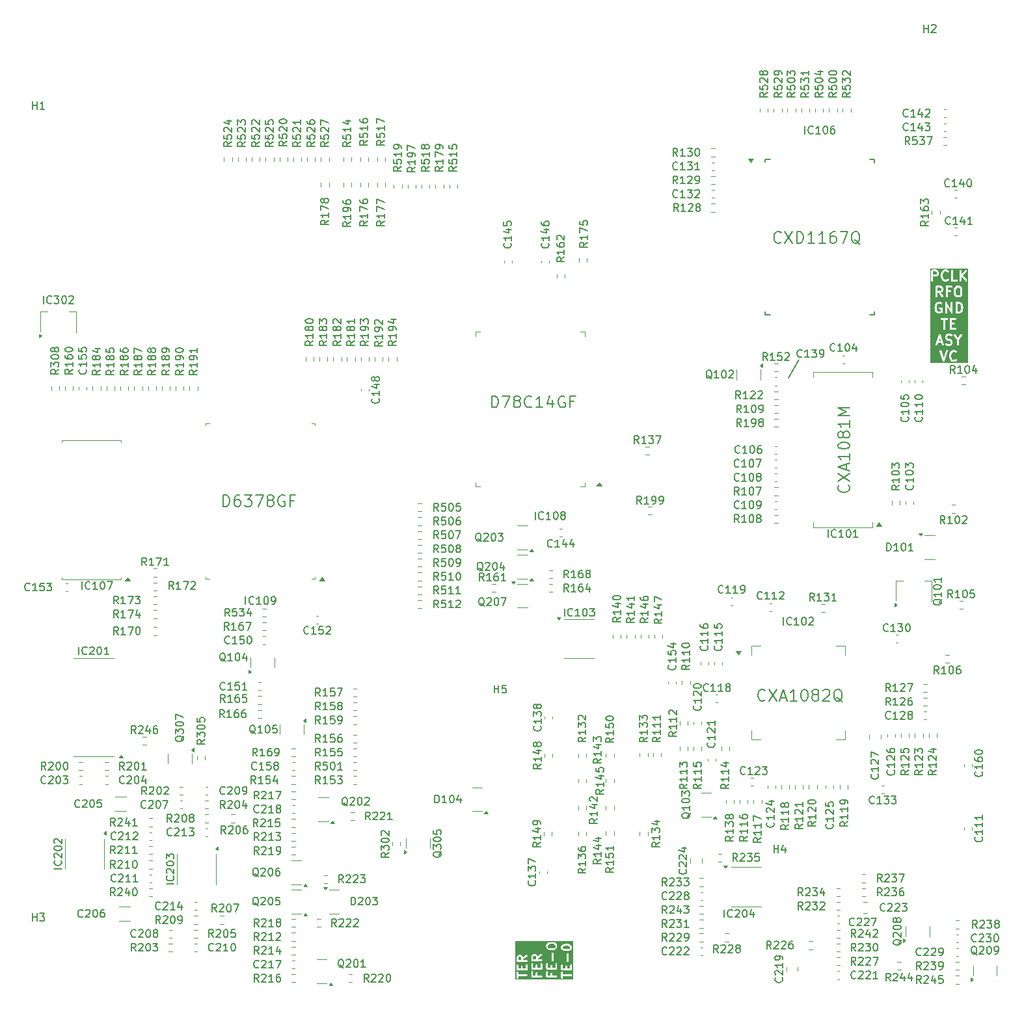
<source format=gbr>
%TF.GenerationSoftware,KiCad,Pcbnew,8.0.9-8.0.9-0~ubuntu24.04.1*%
%TF.CreationDate,2025-02-24T01:21:31+01:00*%
%TF.ProjectId,Main_PCB,4d61696e-5f50-4434-922e-6b696361645f,0.1*%
%TF.SameCoordinates,Original*%
%TF.FileFunction,Legend,Top*%
%TF.FilePolarity,Positive*%
%FSLAX46Y46*%
G04 Gerber Fmt 4.6, Leading zero omitted, Abs format (unit mm)*
G04 Created by KiCad (PCBNEW 8.0.9-8.0.9-0~ubuntu24.04.1) date 2025-02-24 01:21:31*
%MOMM*%
%LPD*%
G01*
G04 APERTURE LIST*
%ADD10C,0.150000*%
%ADD11C,0.187500*%
%ADD12C,0.240000*%
%ADD13C,0.260000*%
%ADD14C,0.120000*%
G04 APERTURE END LIST*
D10*
X149000000Y-124100000D02*
X147600000Y-126400000D01*
D11*
X144564286Y-168341321D02*
X144492858Y-168412750D01*
X144492858Y-168412750D02*
X144278572Y-168484178D01*
X144278572Y-168484178D02*
X144135715Y-168484178D01*
X144135715Y-168484178D02*
X143921429Y-168412750D01*
X143921429Y-168412750D02*
X143778572Y-168269892D01*
X143778572Y-168269892D02*
X143707143Y-168127035D01*
X143707143Y-168127035D02*
X143635715Y-167841321D01*
X143635715Y-167841321D02*
X143635715Y-167627035D01*
X143635715Y-167627035D02*
X143707143Y-167341321D01*
X143707143Y-167341321D02*
X143778572Y-167198464D01*
X143778572Y-167198464D02*
X143921429Y-167055607D01*
X143921429Y-167055607D02*
X144135715Y-166984178D01*
X144135715Y-166984178D02*
X144278572Y-166984178D01*
X144278572Y-166984178D02*
X144492858Y-167055607D01*
X144492858Y-167055607D02*
X144564286Y-167127035D01*
X145064286Y-166984178D02*
X146064286Y-168484178D01*
X146064286Y-166984178D02*
X145064286Y-168484178D01*
X146564286Y-168055607D02*
X147278572Y-168055607D01*
X146421429Y-168484178D02*
X146921429Y-166984178D01*
X146921429Y-166984178D02*
X147421429Y-168484178D01*
X148707143Y-168484178D02*
X147850000Y-168484178D01*
X148278571Y-168484178D02*
X148278571Y-166984178D01*
X148278571Y-166984178D02*
X148135714Y-167198464D01*
X148135714Y-167198464D02*
X147992857Y-167341321D01*
X147992857Y-167341321D02*
X147850000Y-167412750D01*
X149635714Y-166984178D02*
X149778571Y-166984178D01*
X149778571Y-166984178D02*
X149921428Y-167055607D01*
X149921428Y-167055607D02*
X149992857Y-167127035D01*
X149992857Y-167127035D02*
X150064285Y-167269892D01*
X150064285Y-167269892D02*
X150135714Y-167555607D01*
X150135714Y-167555607D02*
X150135714Y-167912750D01*
X150135714Y-167912750D02*
X150064285Y-168198464D01*
X150064285Y-168198464D02*
X149992857Y-168341321D01*
X149992857Y-168341321D02*
X149921428Y-168412750D01*
X149921428Y-168412750D02*
X149778571Y-168484178D01*
X149778571Y-168484178D02*
X149635714Y-168484178D01*
X149635714Y-168484178D02*
X149492857Y-168412750D01*
X149492857Y-168412750D02*
X149421428Y-168341321D01*
X149421428Y-168341321D02*
X149349999Y-168198464D01*
X149349999Y-168198464D02*
X149278571Y-167912750D01*
X149278571Y-167912750D02*
X149278571Y-167555607D01*
X149278571Y-167555607D02*
X149349999Y-167269892D01*
X149349999Y-167269892D02*
X149421428Y-167127035D01*
X149421428Y-167127035D02*
X149492857Y-167055607D01*
X149492857Y-167055607D02*
X149635714Y-166984178D01*
X150992856Y-167627035D02*
X150849999Y-167555607D01*
X150849999Y-167555607D02*
X150778570Y-167484178D01*
X150778570Y-167484178D02*
X150707142Y-167341321D01*
X150707142Y-167341321D02*
X150707142Y-167269892D01*
X150707142Y-167269892D02*
X150778570Y-167127035D01*
X150778570Y-167127035D02*
X150849999Y-167055607D01*
X150849999Y-167055607D02*
X150992856Y-166984178D01*
X150992856Y-166984178D02*
X151278570Y-166984178D01*
X151278570Y-166984178D02*
X151421428Y-167055607D01*
X151421428Y-167055607D02*
X151492856Y-167127035D01*
X151492856Y-167127035D02*
X151564285Y-167269892D01*
X151564285Y-167269892D02*
X151564285Y-167341321D01*
X151564285Y-167341321D02*
X151492856Y-167484178D01*
X151492856Y-167484178D02*
X151421428Y-167555607D01*
X151421428Y-167555607D02*
X151278570Y-167627035D01*
X151278570Y-167627035D02*
X150992856Y-167627035D01*
X150992856Y-167627035D02*
X150849999Y-167698464D01*
X150849999Y-167698464D02*
X150778570Y-167769892D01*
X150778570Y-167769892D02*
X150707142Y-167912750D01*
X150707142Y-167912750D02*
X150707142Y-168198464D01*
X150707142Y-168198464D02*
X150778570Y-168341321D01*
X150778570Y-168341321D02*
X150849999Y-168412750D01*
X150849999Y-168412750D02*
X150992856Y-168484178D01*
X150992856Y-168484178D02*
X151278570Y-168484178D01*
X151278570Y-168484178D02*
X151421428Y-168412750D01*
X151421428Y-168412750D02*
X151492856Y-168341321D01*
X151492856Y-168341321D02*
X151564285Y-168198464D01*
X151564285Y-168198464D02*
X151564285Y-167912750D01*
X151564285Y-167912750D02*
X151492856Y-167769892D01*
X151492856Y-167769892D02*
X151421428Y-167698464D01*
X151421428Y-167698464D02*
X151278570Y-167627035D01*
X152135713Y-167127035D02*
X152207141Y-167055607D01*
X152207141Y-167055607D02*
X152349999Y-166984178D01*
X152349999Y-166984178D02*
X152707141Y-166984178D01*
X152707141Y-166984178D02*
X152849999Y-167055607D01*
X152849999Y-167055607D02*
X152921427Y-167127035D01*
X152921427Y-167127035D02*
X152992856Y-167269892D01*
X152992856Y-167269892D02*
X152992856Y-167412750D01*
X152992856Y-167412750D02*
X152921427Y-167627035D01*
X152921427Y-167627035D02*
X152064284Y-168484178D01*
X152064284Y-168484178D02*
X152992856Y-168484178D01*
X154635712Y-168627035D02*
X154492855Y-168555607D01*
X154492855Y-168555607D02*
X154349998Y-168412750D01*
X154349998Y-168412750D02*
X154135712Y-168198464D01*
X154135712Y-168198464D02*
X153992855Y-168127035D01*
X153992855Y-168127035D02*
X153849998Y-168127035D01*
X153921427Y-168484178D02*
X153778570Y-168412750D01*
X153778570Y-168412750D02*
X153635712Y-168269892D01*
X153635712Y-168269892D02*
X153564284Y-167984178D01*
X153564284Y-167984178D02*
X153564284Y-167484178D01*
X153564284Y-167484178D02*
X153635712Y-167198464D01*
X153635712Y-167198464D02*
X153778570Y-167055607D01*
X153778570Y-167055607D02*
X153921427Y-166984178D01*
X153921427Y-166984178D02*
X154207141Y-166984178D01*
X154207141Y-166984178D02*
X154349998Y-167055607D01*
X154349998Y-167055607D02*
X154492855Y-167198464D01*
X154492855Y-167198464D02*
X154564284Y-167484178D01*
X154564284Y-167484178D02*
X154564284Y-167984178D01*
X154564284Y-167984178D02*
X154492855Y-168269892D01*
X154492855Y-168269892D02*
X154349998Y-168412750D01*
X154349998Y-168412750D02*
X154207141Y-168484178D01*
X154207141Y-168484178D02*
X153921427Y-168484178D01*
D12*
G36*
X112788067Y-201826441D02*
G01*
X112817673Y-201856047D01*
X112853438Y-201927576D01*
X112853438Y-202236391D01*
X112464866Y-202236391D01*
X112464866Y-201927576D01*
X112500630Y-201856047D01*
X112530236Y-201826442D01*
X112601766Y-201790677D01*
X112716538Y-201790677D01*
X112788067Y-201826441D01*
G37*
G36*
X114719999Y-201712156D02*
G01*
X114749605Y-201741762D01*
X114785370Y-201813291D01*
X114785370Y-202122106D01*
X114396798Y-202122106D01*
X114396798Y-201813291D01*
X114432562Y-201741762D01*
X114462168Y-201712157D01*
X114533698Y-201676392D01*
X114648470Y-201676392D01*
X114719999Y-201712156D01*
G37*
G36*
X119070207Y-200412471D02*
G01*
X119155292Y-200455013D01*
X119184896Y-200484617D01*
X119220662Y-200556148D01*
X119220662Y-200613777D01*
X119184896Y-200685308D01*
X119155292Y-200714912D01*
X119070207Y-200757454D01*
X118868748Y-200807820D01*
X118612578Y-200807820D01*
X118411118Y-200757455D01*
X118326030Y-200714911D01*
X118296426Y-200685307D01*
X118260662Y-200613778D01*
X118260662Y-200556147D01*
X118296426Y-200484618D01*
X118326030Y-200455015D01*
X118411118Y-200412471D01*
X118612578Y-200362106D01*
X118868748Y-200362106D01*
X119070207Y-200412471D01*
G37*
G36*
X117175951Y-200179033D02*
G01*
X117252966Y-200256048D01*
X117288730Y-200327577D01*
X117288730Y-200499492D01*
X117252964Y-200571024D01*
X117175952Y-200648036D01*
X116993958Y-200693535D01*
X116623503Y-200693535D01*
X116441508Y-200648036D01*
X116364495Y-200571023D01*
X116328730Y-200499493D01*
X116328730Y-200327577D01*
X116364494Y-200256048D01*
X116441509Y-200179033D01*
X116623503Y-200133535D01*
X116993958Y-200133535D01*
X117175951Y-200179033D01*
G37*
G36*
X119593995Y-204778847D02*
G01*
X112091533Y-204778847D01*
X112091533Y-203842106D01*
X112224866Y-203842106D01*
X112224866Y-204527820D01*
X112227172Y-204551231D01*
X112245090Y-204594488D01*
X112278198Y-204627596D01*
X112321455Y-204645514D01*
X112368277Y-204645514D01*
X112411534Y-204627596D01*
X112444642Y-204594488D01*
X112462560Y-204551231D01*
X112464866Y-204527820D01*
X112464866Y-204304963D01*
X113544866Y-204304963D01*
X113568277Y-204302657D01*
X113611534Y-204284739D01*
X113644642Y-204251631D01*
X113662560Y-204208374D01*
X113662560Y-204161552D01*
X113644642Y-204118295D01*
X113611534Y-204085187D01*
X113568277Y-204067269D01*
X113544866Y-204064963D01*
X112464866Y-204064963D01*
X112464866Y-203842106D01*
X112462560Y-203818695D01*
X112448587Y-203784963D01*
X114156798Y-203784963D01*
X114156798Y-204356391D01*
X114159104Y-204379802D01*
X114177022Y-204423059D01*
X114210130Y-204456167D01*
X114253387Y-204474085D01*
X114276798Y-204476391D01*
X115476798Y-204476391D01*
X115500209Y-204474085D01*
X115543466Y-204456167D01*
X115576574Y-204423059D01*
X115594492Y-204379802D01*
X115594492Y-204332980D01*
X115576574Y-204289723D01*
X115543466Y-204256615D01*
X115500209Y-204238697D01*
X115476798Y-204236391D01*
X114968227Y-204236391D01*
X114968227Y-203956391D01*
X114965921Y-203932980D01*
X114948003Y-203889723D01*
X114914895Y-203856615D01*
X114871638Y-203838697D01*
X114824816Y-203838697D01*
X114781559Y-203856615D01*
X114748451Y-203889723D01*
X114730533Y-203932980D01*
X114728227Y-203956391D01*
X114728227Y-204236391D01*
X114396798Y-204236391D01*
X114396798Y-203784963D01*
X116088730Y-203784963D01*
X116088730Y-204356391D01*
X116091036Y-204379802D01*
X116108954Y-204423059D01*
X116142062Y-204456167D01*
X116185319Y-204474085D01*
X116208730Y-204476391D01*
X117408730Y-204476391D01*
X117432141Y-204474085D01*
X117475398Y-204456167D01*
X117508506Y-204423059D01*
X117526424Y-204379802D01*
X117526424Y-204332980D01*
X117508506Y-204289723D01*
X117475398Y-204256615D01*
X117432141Y-204238697D01*
X117408730Y-204236391D01*
X116900159Y-204236391D01*
X116900159Y-203956391D01*
X116897853Y-203932980D01*
X116879935Y-203889723D01*
X116846827Y-203856615D01*
X116811800Y-203842106D01*
X118020662Y-203842106D01*
X118020662Y-204527820D01*
X118022968Y-204551231D01*
X118040886Y-204594488D01*
X118073994Y-204627596D01*
X118117251Y-204645514D01*
X118164073Y-204645514D01*
X118207330Y-204627596D01*
X118240438Y-204594488D01*
X118258356Y-204551231D01*
X118260662Y-204527820D01*
X118260662Y-204304963D01*
X119340662Y-204304963D01*
X119364073Y-204302657D01*
X119407330Y-204284739D01*
X119440438Y-204251631D01*
X119458356Y-204208374D01*
X119458356Y-204161552D01*
X119440438Y-204118295D01*
X119407330Y-204085187D01*
X119364073Y-204067269D01*
X119340662Y-204064963D01*
X118260662Y-204064963D01*
X118260662Y-203842106D01*
X118258356Y-203818695D01*
X118240438Y-203775438D01*
X118207330Y-203742330D01*
X118164073Y-203724412D01*
X118117251Y-203724412D01*
X118073994Y-203742330D01*
X118040886Y-203775438D01*
X118022968Y-203818695D01*
X118020662Y-203842106D01*
X116811800Y-203842106D01*
X116803570Y-203838697D01*
X116756748Y-203838697D01*
X116713491Y-203856615D01*
X116680383Y-203889723D01*
X116662465Y-203932980D01*
X116660159Y-203956391D01*
X116660159Y-204236391D01*
X116328730Y-204236391D01*
X116328730Y-203784963D01*
X116326424Y-203761552D01*
X116308506Y-203718295D01*
X116275398Y-203685187D01*
X116232141Y-203667269D01*
X116185319Y-203667269D01*
X116142062Y-203685187D01*
X116108954Y-203718295D01*
X116091036Y-203761552D01*
X116088730Y-203784963D01*
X114396798Y-203784963D01*
X114394492Y-203761552D01*
X114376574Y-203718295D01*
X114343466Y-203685187D01*
X114300209Y-203667269D01*
X114253387Y-203667269D01*
X114210130Y-203685187D01*
X114177022Y-203718295D01*
X114159104Y-203761552D01*
X114156798Y-203784963D01*
X112448587Y-203784963D01*
X112444642Y-203775438D01*
X112411534Y-203742330D01*
X112368277Y-203724412D01*
X112321455Y-203724412D01*
X112278198Y-203742330D01*
X112245090Y-203775438D01*
X112227172Y-203818695D01*
X112224866Y-203842106D01*
X112091533Y-203842106D01*
X112091533Y-202870677D01*
X112224866Y-202870677D01*
X112224866Y-203442105D01*
X112227172Y-203465516D01*
X112245090Y-203508773D01*
X112278198Y-203541881D01*
X112321455Y-203559799D01*
X112344866Y-203562105D01*
X113544866Y-203562105D01*
X113568277Y-203559799D01*
X113611534Y-203541881D01*
X113644642Y-203508773D01*
X113662560Y-203465516D01*
X113664866Y-203442105D01*
X113664866Y-202870677D01*
X113662560Y-202847266D01*
X113644642Y-202804009D01*
X113611534Y-202770901D01*
X113576507Y-202756392D01*
X114156798Y-202756392D01*
X114156798Y-203327820D01*
X114159104Y-203351231D01*
X114177022Y-203394488D01*
X114210130Y-203427596D01*
X114253387Y-203445514D01*
X114276798Y-203447820D01*
X115476798Y-203447820D01*
X115500209Y-203445514D01*
X115543466Y-203427596D01*
X115576574Y-203394488D01*
X115594492Y-203351231D01*
X115596798Y-203327820D01*
X115596798Y-202756392D01*
X116088730Y-202756392D01*
X116088730Y-203327820D01*
X116091036Y-203351231D01*
X116108954Y-203394488D01*
X116142062Y-203427596D01*
X116185319Y-203445514D01*
X116208730Y-203447820D01*
X117408730Y-203447820D01*
X117432141Y-203445514D01*
X117475398Y-203427596D01*
X117508506Y-203394488D01*
X117526424Y-203351231D01*
X117528730Y-203327820D01*
X117528730Y-202870677D01*
X118020662Y-202870677D01*
X118020662Y-203442105D01*
X118022968Y-203465516D01*
X118040886Y-203508773D01*
X118073994Y-203541881D01*
X118117251Y-203559799D01*
X118140662Y-203562105D01*
X119340662Y-203562105D01*
X119364073Y-203559799D01*
X119407330Y-203541881D01*
X119440438Y-203508773D01*
X119458356Y-203465516D01*
X119460662Y-203442105D01*
X119460662Y-202870677D01*
X119458356Y-202847266D01*
X119440438Y-202804009D01*
X119407330Y-202770901D01*
X119364073Y-202752983D01*
X119317251Y-202752983D01*
X119273994Y-202770901D01*
X119240886Y-202804009D01*
X119222968Y-202847266D01*
X119220662Y-202870677D01*
X119220662Y-203322105D01*
X118832091Y-203322105D01*
X118832091Y-203042105D01*
X118829785Y-203018694D01*
X118811867Y-202975437D01*
X118778759Y-202942329D01*
X118735502Y-202924411D01*
X118688680Y-202924411D01*
X118645423Y-202942329D01*
X118612315Y-202975437D01*
X118594397Y-203018694D01*
X118592091Y-203042105D01*
X118592091Y-203322105D01*
X118260662Y-203322105D01*
X118260662Y-202870677D01*
X118258356Y-202847266D01*
X118240438Y-202804009D01*
X118207330Y-202770901D01*
X118164073Y-202752983D01*
X118117251Y-202752983D01*
X118073994Y-202770901D01*
X118040886Y-202804009D01*
X118022968Y-202847266D01*
X118020662Y-202870677D01*
X117528730Y-202870677D01*
X117528730Y-202756392D01*
X117526424Y-202732981D01*
X117508506Y-202689724D01*
X117475398Y-202656616D01*
X117432141Y-202638698D01*
X117385319Y-202638698D01*
X117342062Y-202656616D01*
X117308954Y-202689724D01*
X117291036Y-202732981D01*
X117288730Y-202756392D01*
X117288730Y-203207820D01*
X116900159Y-203207820D01*
X116900159Y-202927820D01*
X116897853Y-202904409D01*
X116879935Y-202861152D01*
X116846827Y-202828044D01*
X116803570Y-202810126D01*
X116756748Y-202810126D01*
X116713491Y-202828044D01*
X116680383Y-202861152D01*
X116662465Y-202904409D01*
X116660159Y-202927820D01*
X116660159Y-203207820D01*
X116328730Y-203207820D01*
X116328730Y-202756392D01*
X116326424Y-202732981D01*
X116308506Y-202689724D01*
X116275398Y-202656616D01*
X116232141Y-202638698D01*
X116185319Y-202638698D01*
X116142062Y-202656616D01*
X116108954Y-202689724D01*
X116091036Y-202732981D01*
X116088730Y-202756392D01*
X115596798Y-202756392D01*
X115594492Y-202732981D01*
X115576574Y-202689724D01*
X115543466Y-202656616D01*
X115500209Y-202638698D01*
X115453387Y-202638698D01*
X115410130Y-202656616D01*
X115377022Y-202689724D01*
X115359104Y-202732981D01*
X115356798Y-202756392D01*
X115356798Y-203207820D01*
X114968227Y-203207820D01*
X114968227Y-202927820D01*
X114965921Y-202904409D01*
X114948003Y-202861152D01*
X114914895Y-202828044D01*
X114871638Y-202810126D01*
X114824816Y-202810126D01*
X114781559Y-202828044D01*
X114748451Y-202861152D01*
X114730533Y-202904409D01*
X114728227Y-202927820D01*
X114728227Y-203207820D01*
X114396798Y-203207820D01*
X114396798Y-202756392D01*
X114394492Y-202732981D01*
X114376574Y-202689724D01*
X114343466Y-202656616D01*
X114300209Y-202638698D01*
X114253387Y-202638698D01*
X114210130Y-202656616D01*
X114177022Y-202689724D01*
X114159104Y-202732981D01*
X114156798Y-202756392D01*
X113576507Y-202756392D01*
X113568277Y-202752983D01*
X113521455Y-202752983D01*
X113478198Y-202770901D01*
X113445090Y-202804009D01*
X113427172Y-202847266D01*
X113424866Y-202870677D01*
X113424866Y-203322105D01*
X113036295Y-203322105D01*
X113036295Y-203042105D01*
X113033989Y-203018694D01*
X113016071Y-202975437D01*
X112982963Y-202942329D01*
X112939706Y-202924411D01*
X112892884Y-202924411D01*
X112849627Y-202942329D01*
X112816519Y-202975437D01*
X112798601Y-203018694D01*
X112796295Y-203042105D01*
X112796295Y-203322105D01*
X112464866Y-203322105D01*
X112464866Y-202870677D01*
X112462560Y-202847266D01*
X112444642Y-202804009D01*
X112411534Y-202770901D01*
X112368277Y-202752983D01*
X112321455Y-202752983D01*
X112278198Y-202770901D01*
X112245090Y-202804009D01*
X112227172Y-202847266D01*
X112224866Y-202870677D01*
X112091533Y-202870677D01*
X112091533Y-201899248D01*
X112224866Y-201899248D01*
X112224866Y-202356391D01*
X112227172Y-202379802D01*
X112245090Y-202423059D01*
X112278198Y-202456167D01*
X112321455Y-202474085D01*
X112344866Y-202476391D01*
X113544866Y-202476391D01*
X113568277Y-202474085D01*
X113611534Y-202456167D01*
X113644642Y-202423059D01*
X113662560Y-202379802D01*
X113662560Y-202332980D01*
X113644642Y-202289723D01*
X113611534Y-202256615D01*
X113568277Y-202238697D01*
X113544866Y-202236391D01*
X113093438Y-202236391D01*
X113093438Y-202133156D01*
X113590856Y-201784963D01*
X114156798Y-201784963D01*
X114156798Y-202242106D01*
X114159104Y-202265517D01*
X114177022Y-202308774D01*
X114210130Y-202341882D01*
X114253387Y-202359800D01*
X114276798Y-202362106D01*
X115476798Y-202362106D01*
X115500209Y-202359800D01*
X115543466Y-202341882D01*
X115576574Y-202308774D01*
X115594492Y-202265517D01*
X115594492Y-202218695D01*
X115576574Y-202175438D01*
X115543466Y-202142330D01*
X115500209Y-202124412D01*
X115476798Y-202122106D01*
X115025370Y-202122106D01*
X115025370Y-202018871D01*
X115545614Y-201654700D01*
X115563470Y-201639385D01*
X115588632Y-201599900D01*
X115596769Y-201553791D01*
X115586642Y-201508078D01*
X115559791Y-201469720D01*
X115520306Y-201444558D01*
X115474197Y-201436421D01*
X115428484Y-201446548D01*
X115407982Y-201458084D01*
X115013752Y-201734044D01*
X115012701Y-201731297D01*
X114955558Y-201617012D01*
X114949214Y-201606934D01*
X114948003Y-201604010D01*
X114945299Y-201600715D01*
X114943026Y-201597104D01*
X114940631Y-201595027D01*
X114933080Y-201585825D01*
X114875937Y-201528682D01*
X114866734Y-201521130D01*
X114864658Y-201518736D01*
X114861046Y-201516462D01*
X114857752Y-201513759D01*
X114854826Y-201512547D01*
X114844750Y-201506204D01*
X114730464Y-201449061D01*
X114708493Y-201440654D01*
X114704193Y-201440348D01*
X114700209Y-201438698D01*
X114676798Y-201436392D01*
X114505370Y-201436392D01*
X114481959Y-201438698D01*
X114477977Y-201440347D01*
X114473675Y-201440653D01*
X114451705Y-201449061D01*
X114337418Y-201506204D01*
X114327340Y-201512547D01*
X114324416Y-201513759D01*
X114321121Y-201516462D01*
X114317510Y-201518736D01*
X114315433Y-201521130D01*
X114306231Y-201528682D01*
X114249088Y-201585825D01*
X114241536Y-201595027D01*
X114239142Y-201597104D01*
X114236868Y-201600715D01*
X114234165Y-201604010D01*
X114232953Y-201606935D01*
X114226610Y-201617012D01*
X114169467Y-201731297D01*
X114161060Y-201753268D01*
X114160754Y-201757567D01*
X114159104Y-201761552D01*
X114156798Y-201784963D01*
X113590856Y-201784963D01*
X113613682Y-201768985D01*
X113631538Y-201753670D01*
X113656700Y-201714185D01*
X113664837Y-201668076D01*
X113654710Y-201622363D01*
X113627859Y-201584005D01*
X113588374Y-201558843D01*
X113542265Y-201550706D01*
X113496552Y-201560833D01*
X113476050Y-201572369D01*
X113081820Y-201848329D01*
X113080769Y-201845582D01*
X113023626Y-201731297D01*
X113017282Y-201721219D01*
X113016071Y-201718295D01*
X113013367Y-201715000D01*
X113011094Y-201711389D01*
X113008699Y-201709312D01*
X113001148Y-201700110D01*
X112944005Y-201642967D01*
X112934802Y-201635415D01*
X112932726Y-201633021D01*
X112929114Y-201630747D01*
X112925820Y-201628044D01*
X112922894Y-201626832D01*
X112912818Y-201620489D01*
X112798532Y-201563346D01*
X112776561Y-201554939D01*
X112772261Y-201554633D01*
X112768277Y-201552983D01*
X112744866Y-201550677D01*
X112573438Y-201550677D01*
X112550027Y-201552983D01*
X112546045Y-201554632D01*
X112541743Y-201554938D01*
X112519773Y-201563346D01*
X112405486Y-201620489D01*
X112395408Y-201626832D01*
X112392484Y-201628044D01*
X112389189Y-201630747D01*
X112385578Y-201633021D01*
X112383501Y-201635415D01*
X112374299Y-201642967D01*
X112317156Y-201700110D01*
X112309604Y-201709312D01*
X112307210Y-201711389D01*
X112304936Y-201715000D01*
X112302233Y-201718295D01*
X112301021Y-201721220D01*
X112294678Y-201731297D01*
X112237535Y-201845582D01*
X112229128Y-201867553D01*
X112228822Y-201871852D01*
X112227172Y-201875837D01*
X112224866Y-201899248D01*
X112091533Y-201899248D01*
X112091533Y-201327821D01*
X116831588Y-201327821D01*
X116831588Y-202242106D01*
X116833894Y-202265517D01*
X116851812Y-202308774D01*
X116884920Y-202341882D01*
X116928177Y-202359800D01*
X116974999Y-202359800D01*
X117018256Y-202341882D01*
X117051364Y-202308774D01*
X117069282Y-202265517D01*
X117071588Y-202242106D01*
X117071588Y-201442106D01*
X118763520Y-201442106D01*
X118763520Y-202356391D01*
X118765826Y-202379802D01*
X118783744Y-202423059D01*
X118816852Y-202456167D01*
X118860109Y-202474085D01*
X118906931Y-202474085D01*
X118950188Y-202456167D01*
X118983296Y-202423059D01*
X119001214Y-202379802D01*
X119003520Y-202356391D01*
X119003520Y-201442106D01*
X119001214Y-201418695D01*
X118983296Y-201375438D01*
X118950188Y-201342330D01*
X118906931Y-201324412D01*
X118860109Y-201324412D01*
X118816852Y-201342330D01*
X118783744Y-201375438D01*
X118765826Y-201418695D01*
X118763520Y-201442106D01*
X117071588Y-201442106D01*
X117071588Y-201327821D01*
X117069282Y-201304410D01*
X117051364Y-201261153D01*
X117018256Y-201228045D01*
X116974999Y-201210127D01*
X116928177Y-201210127D01*
X116884920Y-201228045D01*
X116851812Y-201261153D01*
X116833894Y-201304410D01*
X116831588Y-201327821D01*
X112091533Y-201327821D01*
X112091533Y-200299249D01*
X116088730Y-200299249D01*
X116088730Y-200527821D01*
X116091036Y-200551232D01*
X116092686Y-200555216D01*
X116092992Y-200559516D01*
X116101399Y-200581487D01*
X116158542Y-200695773D01*
X116164884Y-200705848D01*
X116166097Y-200708776D01*
X116168802Y-200712072D01*
X116171074Y-200715681D01*
X116173468Y-200717757D01*
X116181021Y-200726960D01*
X116295306Y-200841245D01*
X116313491Y-200856169D01*
X116321735Y-200859583D01*
X116328902Y-200864894D01*
X116351055Y-200872809D01*
X116579626Y-200929952D01*
X116583685Y-200930552D01*
X116585319Y-200931229D01*
X116594134Y-200932097D01*
X116602897Y-200933393D01*
X116604645Y-200933132D01*
X116608730Y-200933535D01*
X117008730Y-200933535D01*
X117012814Y-200933132D01*
X117014563Y-200933393D01*
X117023325Y-200932097D01*
X117032141Y-200931229D01*
X117033774Y-200930552D01*
X117037834Y-200929952D01*
X117266407Y-200872809D01*
X117288559Y-200864894D01*
X117295725Y-200859583D01*
X117303970Y-200856169D01*
X117322154Y-200841245D01*
X117436440Y-200726960D01*
X117443993Y-200717757D01*
X117446388Y-200715680D01*
X117448660Y-200712070D01*
X117451364Y-200708776D01*
X117452576Y-200705849D01*
X117458920Y-200695772D01*
X117516062Y-200581486D01*
X117524469Y-200559515D01*
X117524774Y-200555214D01*
X117526424Y-200551232D01*
X117528730Y-200527821D01*
X117528730Y-200527820D01*
X118020662Y-200527820D01*
X118020662Y-200642106D01*
X118022968Y-200665517D01*
X118024618Y-200669501D01*
X118024924Y-200673801D01*
X118033331Y-200695772D01*
X118090474Y-200810058D01*
X118096816Y-200820133D01*
X118098029Y-200823061D01*
X118100734Y-200826358D01*
X118103006Y-200829966D01*
X118105398Y-200832041D01*
X118112953Y-200841246D01*
X118170096Y-200898388D01*
X118179298Y-200905939D01*
X118181374Y-200908333D01*
X118184984Y-200910605D01*
X118188281Y-200913311D01*
X118191207Y-200914523D01*
X118201282Y-200920865D01*
X118315569Y-200978008D01*
X118317280Y-200978663D01*
X118317977Y-200979179D01*
X118327791Y-200982685D01*
X118337539Y-200986416D01*
X118338404Y-200986477D01*
X118340130Y-200987094D01*
X118568701Y-201044237D01*
X118572760Y-201044837D01*
X118574394Y-201045514D01*
X118583209Y-201046382D01*
X118591972Y-201047678D01*
X118593720Y-201047417D01*
X118597805Y-201047820D01*
X118883520Y-201047820D01*
X118887604Y-201047417D01*
X118889353Y-201047678D01*
X118898115Y-201046382D01*
X118906931Y-201045514D01*
X118908564Y-201044837D01*
X118912624Y-201044237D01*
X119141196Y-200987094D01*
X119142925Y-200986476D01*
X119143786Y-200986415D01*
X119153511Y-200982693D01*
X119163348Y-200979179D01*
X119164043Y-200978663D01*
X119165757Y-200978008D01*
X119280043Y-200920865D01*
X119290117Y-200914523D01*
X119293044Y-200913311D01*
X119296340Y-200910605D01*
X119299951Y-200908333D01*
X119302026Y-200905939D01*
X119311229Y-200898388D01*
X119368372Y-200841245D01*
X119375925Y-200832042D01*
X119378320Y-200829965D01*
X119380592Y-200826355D01*
X119383296Y-200823061D01*
X119384508Y-200820134D01*
X119390852Y-200810057D01*
X119447994Y-200695771D01*
X119456401Y-200673800D01*
X119456706Y-200669499D01*
X119458356Y-200665517D01*
X119460662Y-200642106D01*
X119460662Y-200527820D01*
X119458356Y-200504409D01*
X119456706Y-200500426D01*
X119456401Y-200496126D01*
X119447994Y-200474155D01*
X119390852Y-200359869D01*
X119384508Y-200349791D01*
X119383296Y-200346865D01*
X119380592Y-200343570D01*
X119378320Y-200339961D01*
X119375925Y-200337883D01*
X119368372Y-200328681D01*
X119311229Y-200271538D01*
X119302026Y-200263986D01*
X119299951Y-200261593D01*
X119296340Y-200259320D01*
X119293044Y-200256615D01*
X119290117Y-200255402D01*
X119280043Y-200249061D01*
X119165757Y-200191918D01*
X119164043Y-200191262D01*
X119163348Y-200190747D01*
X119153511Y-200187232D01*
X119143786Y-200183511D01*
X119142925Y-200183449D01*
X119141196Y-200182832D01*
X118912624Y-200125689D01*
X118908564Y-200125088D01*
X118906931Y-200124412D01*
X118898115Y-200123543D01*
X118889353Y-200122248D01*
X118887604Y-200122508D01*
X118883520Y-200122106D01*
X118597805Y-200122106D01*
X118593720Y-200122508D01*
X118591972Y-200122248D01*
X118583209Y-200123543D01*
X118574394Y-200124412D01*
X118572760Y-200125088D01*
X118568701Y-200125689D01*
X118340130Y-200182832D01*
X118338404Y-200183448D01*
X118337539Y-200183510D01*
X118327791Y-200187240D01*
X118317977Y-200190747D01*
X118317280Y-200191262D01*
X118315569Y-200191918D01*
X118201282Y-200249061D01*
X118191207Y-200255402D01*
X118188281Y-200256615D01*
X118184984Y-200259320D01*
X118181374Y-200261593D01*
X118179298Y-200263986D01*
X118170096Y-200271538D01*
X118112953Y-200328680D01*
X118105398Y-200337884D01*
X118103006Y-200339960D01*
X118100734Y-200343567D01*
X118098029Y-200346865D01*
X118096816Y-200349792D01*
X118090474Y-200359868D01*
X118033331Y-200474154D01*
X118024924Y-200496125D01*
X118024618Y-200500424D01*
X118022968Y-200504409D01*
X118020662Y-200527820D01*
X117528730Y-200527820D01*
X117528730Y-200299249D01*
X117526424Y-200275838D01*
X117524773Y-200271853D01*
X117524468Y-200267554D01*
X117516061Y-200245583D01*
X117458919Y-200131299D01*
X117452576Y-200121224D01*
X117451364Y-200118296D01*
X117448657Y-200114998D01*
X117446387Y-200111391D01*
X117443995Y-200109316D01*
X117436441Y-200100111D01*
X117322155Y-199985825D01*
X117303970Y-199970902D01*
X117295728Y-199967488D01*
X117288559Y-199962176D01*
X117266407Y-199954261D01*
X117037834Y-199897118D01*
X117033774Y-199896517D01*
X117032141Y-199895841D01*
X117023325Y-199894972D01*
X117014563Y-199893677D01*
X117012814Y-199893937D01*
X117008730Y-199893535D01*
X116608730Y-199893535D01*
X116604645Y-199893937D01*
X116602897Y-199893677D01*
X116594134Y-199894972D01*
X116585319Y-199895841D01*
X116583685Y-199896517D01*
X116579626Y-199897118D01*
X116351055Y-199954261D01*
X116328902Y-199962176D01*
X116321732Y-199967488D01*
X116313491Y-199970902D01*
X116295306Y-199985825D01*
X116181020Y-200100111D01*
X116173468Y-200109313D01*
X116171074Y-200111390D01*
X116168800Y-200115001D01*
X116166097Y-200118296D01*
X116164885Y-200121221D01*
X116158542Y-200131298D01*
X116101399Y-200245583D01*
X116092992Y-200267554D01*
X116092686Y-200271853D01*
X116091036Y-200275838D01*
X116088730Y-200299249D01*
X112091533Y-200299249D01*
X112091533Y-199760202D01*
X119593995Y-199760202D01*
X119593995Y-204778847D01*
G37*
D13*
G36*
X167452968Y-121625847D02*
G01*
X167194651Y-121625847D01*
X167323809Y-121238371D01*
X167452968Y-121625847D01*
G37*
G36*
X169915490Y-116816950D02*
G01*
X170002684Y-116904144D01*
X170048770Y-116996315D01*
X170103333Y-117214569D01*
X170103333Y-117368272D01*
X170048770Y-117586525D01*
X170002682Y-117678700D01*
X169915490Y-117765892D01*
X169778904Y-117811421D01*
X169620476Y-117811421D01*
X169620476Y-116771421D01*
X169778903Y-116771421D01*
X169915490Y-116816950D01*
G37*
G36*
X169877756Y-114717241D02*
G01*
X169961186Y-114800671D01*
X170010476Y-114997830D01*
X170010476Y-115399158D01*
X169961186Y-115596317D01*
X169877755Y-115679748D01*
X169800263Y-115718494D01*
X169614022Y-115718494D01*
X169536530Y-115679748D01*
X169453099Y-115596317D01*
X169403810Y-115399156D01*
X169403810Y-114997832D01*
X169453099Y-114800671D01*
X169536532Y-114717238D01*
X169614021Y-114678494D01*
X169800262Y-114678494D01*
X169877756Y-114717241D01*
G37*
G36*
X167463470Y-114717241D02*
G01*
X167495539Y-114749310D01*
X167534285Y-114826801D01*
X167534285Y-114951139D01*
X167495539Y-115028630D01*
X167463470Y-115060700D01*
X167385976Y-115099447D01*
X167051428Y-115099447D01*
X167051428Y-114678494D01*
X167385976Y-114678494D01*
X167463470Y-114717241D01*
G37*
G36*
X166875375Y-112624314D02*
G01*
X166907444Y-112656383D01*
X166946190Y-112733874D01*
X166946190Y-112858212D01*
X166907444Y-112935703D01*
X166875375Y-112967773D01*
X166797881Y-113006520D01*
X166463333Y-113006520D01*
X166463333Y-112585567D01*
X166797881Y-112585567D01*
X166875375Y-112624314D01*
G37*
G36*
X171002822Y-124494646D02*
G01*
X166058889Y-124494646D01*
X166058889Y-122936461D01*
X167287687Y-122936461D01*
X167293337Y-122961312D01*
X167726670Y-124261311D01*
X167737060Y-124284582D01*
X167743146Y-124291599D01*
X167747300Y-124299907D01*
X167759614Y-124310586D01*
X167770294Y-124322901D01*
X167778601Y-124327054D01*
X167785619Y-124333141D01*
X167801085Y-124338296D01*
X167815663Y-124345585D01*
X167824927Y-124346243D01*
X167833740Y-124349181D01*
X167849999Y-124348025D01*
X167866258Y-124349181D01*
X167875070Y-124346243D01*
X167884335Y-124345585D01*
X167898912Y-124338296D01*
X167914379Y-124333141D01*
X167921396Y-124327054D01*
X167929704Y-124322901D01*
X167940383Y-124310586D01*
X167952698Y-124299907D01*
X167956851Y-124291599D01*
X167962938Y-124284582D01*
X167973328Y-124261312D01*
X168234651Y-123477345D01*
X168524762Y-123477345D01*
X168524762Y-123663059D01*
X168525197Y-123667484D01*
X168524916Y-123669378D01*
X168526319Y-123678870D01*
X168527260Y-123688421D01*
X168527992Y-123690190D01*
X168528643Y-123694588D01*
X168590547Y-123942208D01*
X168591216Y-123944082D01*
X168591283Y-123945014D01*
X168595313Y-123955548D01*
X168599122Y-123966207D01*
X168599679Y-123966959D01*
X168600390Y-123968816D01*
X168662296Y-124092626D01*
X168669166Y-124103539D01*
X168670480Y-124106712D01*
X168673411Y-124110283D01*
X168675872Y-124114193D01*
X168678464Y-124116441D01*
X168686647Y-124126412D01*
X168810457Y-124250222D01*
X168830157Y-124266389D01*
X168834472Y-124268176D01*
X168838001Y-124271237D01*
X168861272Y-124281627D01*
X169046986Y-124343531D01*
X169059560Y-124346389D01*
X169062733Y-124347704D01*
X169067333Y-124348157D01*
X169071837Y-124349181D01*
X169075259Y-124348937D01*
X169088095Y-124350202D01*
X169211904Y-124350202D01*
X169224740Y-124348937D01*
X169228163Y-124349181D01*
X169232666Y-124348156D01*
X169237266Y-124347704D01*
X169240438Y-124346390D01*
X169253013Y-124343531D01*
X169438728Y-124281627D01*
X169461998Y-124271237D01*
X169465525Y-124268177D01*
X169469844Y-124266389D01*
X169489544Y-124250221D01*
X169551447Y-124188316D01*
X169567615Y-124168616D01*
X169587025Y-124121754D01*
X169587025Y-124071030D01*
X169567613Y-124024168D01*
X169531746Y-123988301D01*
X169484884Y-123968891D01*
X169434160Y-123968891D01*
X169387298Y-123988303D01*
X169367598Y-124004470D01*
X169327394Y-124044673D01*
X169190808Y-124090202D01*
X169109192Y-124090202D01*
X168972604Y-124044673D01*
X168885413Y-123957482D01*
X168839323Y-123865303D01*
X168784762Y-123647054D01*
X168784762Y-123493349D01*
X168839324Y-123275097D01*
X168885410Y-123182925D01*
X168972604Y-123095731D01*
X169109192Y-123050202D01*
X169190807Y-123050202D01*
X169327394Y-123095730D01*
X169367598Y-123135935D01*
X169387298Y-123152102D01*
X169434160Y-123171514D01*
X169484884Y-123171514D01*
X169531746Y-123152104D01*
X169567613Y-123116237D01*
X169587025Y-123069375D01*
X169587025Y-123018651D01*
X169567615Y-122971789D01*
X169551447Y-122952089D01*
X169489544Y-122890184D01*
X169469844Y-122874016D01*
X169465527Y-122872227D01*
X169461999Y-122869168D01*
X169438729Y-122858778D01*
X169253014Y-122796873D01*
X169240437Y-122794013D01*
X169237266Y-122792700D01*
X169232667Y-122792247D01*
X169228163Y-122791223D01*
X169224740Y-122791466D01*
X169211904Y-122790202D01*
X169088095Y-122790202D01*
X169075258Y-122791466D01*
X169071836Y-122791223D01*
X169067331Y-122792247D01*
X169062733Y-122792700D01*
X169059561Y-122794013D01*
X169046985Y-122796873D01*
X168861271Y-122858778D01*
X168838001Y-122869168D01*
X168834472Y-122872228D01*
X168830157Y-122874016D01*
X168810457Y-122890183D01*
X168686647Y-123013993D01*
X168678467Y-123023960D01*
X168675872Y-123026211D01*
X168673409Y-123030123D01*
X168670480Y-123033693D01*
X168669166Y-123036863D01*
X168662296Y-123047779D01*
X168600391Y-123171588D01*
X168599681Y-123173441D01*
X168599122Y-123174197D01*
X168595310Y-123184864D01*
X168591283Y-123195389D01*
X168591216Y-123196321D01*
X168590547Y-123198196D01*
X168528643Y-123445816D01*
X168527992Y-123450213D01*
X168527260Y-123451983D01*
X168526319Y-123461533D01*
X168524916Y-123471026D01*
X168525197Y-123472919D01*
X168524762Y-123477345D01*
X168234651Y-123477345D01*
X168406662Y-122961311D01*
X168412312Y-122936461D01*
X168408717Y-122885865D01*
X168386032Y-122840497D01*
X168347713Y-122807263D01*
X168299592Y-122791222D01*
X168248997Y-122794818D01*
X168203628Y-122817502D01*
X168170394Y-122855821D01*
X168160004Y-122879092D01*
X167849999Y-123809105D01*
X167539995Y-122879092D01*
X167529605Y-122855822D01*
X167496371Y-122817503D01*
X167451002Y-122794819D01*
X167400407Y-122791223D01*
X167352286Y-122807263D01*
X167313967Y-122840497D01*
X167291283Y-122885866D01*
X167287687Y-122936461D01*
X166058889Y-122936461D01*
X166058889Y-122111016D01*
X166761497Y-122111016D01*
X166765093Y-122161611D01*
X166787777Y-122206980D01*
X166826096Y-122240214D01*
X166874217Y-122256254D01*
X166924812Y-122252658D01*
X166970181Y-122229974D01*
X167003415Y-122191655D01*
X167013805Y-122168385D01*
X167107984Y-121885847D01*
X167539635Y-121885847D01*
X167633814Y-122168385D01*
X167644204Y-122191656D01*
X167677438Y-122229975D01*
X167722807Y-122252659D01*
X167773402Y-122256255D01*
X167821523Y-122240214D01*
X167859842Y-122206980D01*
X167882527Y-122161612D01*
X167886122Y-122111016D01*
X167880472Y-122086166D01*
X167543381Y-121074894D01*
X167998572Y-121074894D01*
X167998572Y-121198704D01*
X168001070Y-121224066D01*
X168002856Y-121228379D01*
X168003188Y-121233040D01*
X168012296Y-121256841D01*
X168074200Y-121380650D01*
X168081070Y-121391564D01*
X168082385Y-121394737D01*
X168085318Y-121398311D01*
X168087777Y-121402217D01*
X168090367Y-121404463D01*
X168098552Y-121414437D01*
X168160457Y-121476342D01*
X168170427Y-121484524D01*
X168172676Y-121487117D01*
X168176586Y-121489578D01*
X168180157Y-121492509D01*
X168183326Y-121493822D01*
X168194243Y-121500694D01*
X168318053Y-121562599D01*
X168319909Y-121563309D01*
X168320662Y-121563867D01*
X168331281Y-121567660D01*
X168341855Y-121571707D01*
X168342793Y-121571773D01*
X168344661Y-121572441D01*
X168578437Y-121630886D01*
X168670613Y-121676974D01*
X168702682Y-121709043D01*
X168741429Y-121786535D01*
X168741429Y-121848967D01*
X168702682Y-121926459D01*
X168670613Y-121958529D01*
X168593121Y-121997275D01*
X168335383Y-121997275D01*
X168169681Y-121942042D01*
X168144831Y-121936392D01*
X168094235Y-121939988D01*
X168048867Y-121962672D01*
X168015633Y-122000991D01*
X167999593Y-122049112D01*
X168003189Y-122099708D01*
X168025873Y-122145076D01*
X168064192Y-122178310D01*
X168087463Y-122188700D01*
X168273177Y-122250604D01*
X168285751Y-122253462D01*
X168288924Y-122254777D01*
X168293524Y-122255230D01*
X168298028Y-122256254D01*
X168301450Y-122256010D01*
X168314286Y-122257275D01*
X168623810Y-122257275D01*
X168649172Y-122254777D01*
X168653485Y-122252990D01*
X168658146Y-122252659D01*
X168681947Y-122243551D01*
X168805756Y-122181647D01*
X168816670Y-122174776D01*
X168819843Y-122173462D01*
X168823417Y-122170528D01*
X168827323Y-122168070D01*
X168829569Y-122165479D01*
X168839543Y-122157295D01*
X168901448Y-122095390D01*
X168909630Y-122085419D01*
X168912223Y-122083171D01*
X168914684Y-122079260D01*
X168917615Y-122075690D01*
X168918928Y-122072520D01*
X168925800Y-122061604D01*
X168987705Y-121937794D01*
X168996813Y-121913992D01*
X168997144Y-121909331D01*
X168998931Y-121905018D01*
X169001429Y-121879656D01*
X169001429Y-121755847D01*
X168998931Y-121730485D01*
X168997144Y-121726171D01*
X168996813Y-121721511D01*
X168987705Y-121697709D01*
X168925800Y-121573899D01*
X168918928Y-121562982D01*
X168917615Y-121559813D01*
X168914684Y-121556242D01*
X168912223Y-121552332D01*
X168909630Y-121550083D01*
X168901448Y-121540113D01*
X168839543Y-121478208D01*
X168829569Y-121470023D01*
X168827323Y-121467433D01*
X168823417Y-121464974D01*
X168819843Y-121462041D01*
X168816670Y-121460726D01*
X168805756Y-121453856D01*
X168681947Y-121391952D01*
X168680092Y-121391242D01*
X168679339Y-121390684D01*
X168668712Y-121386887D01*
X168658146Y-121382844D01*
X168657207Y-121382777D01*
X168655340Y-121382110D01*
X168421565Y-121323666D01*
X168329387Y-121277576D01*
X168297318Y-121245507D01*
X168258572Y-121168015D01*
X168258572Y-121105583D01*
X168297318Y-121028091D01*
X168329387Y-120996021D01*
X168406879Y-120957275D01*
X168664617Y-120957275D01*
X168830320Y-121012509D01*
X168855170Y-121018159D01*
X168905766Y-121014563D01*
X168951134Y-120991879D01*
X168984368Y-120953560D01*
X169000408Y-120905439D01*
X168996813Y-120854844D01*
X168981578Y-120824374D01*
X169112889Y-120824374D01*
X169121672Y-120874331D01*
X169133181Y-120897069D01*
X169546190Y-121546084D01*
X169546190Y-122127275D01*
X169548688Y-122152637D01*
X169568099Y-122199499D01*
X169603966Y-122235366D01*
X169650828Y-122254777D01*
X169701552Y-122254777D01*
X169748414Y-122235366D01*
X169784281Y-122199499D01*
X169803692Y-122152637D01*
X169806190Y-122127275D01*
X169806190Y-121546084D01*
X170219200Y-120897069D01*
X170230709Y-120874331D01*
X170239491Y-120824374D01*
X170228488Y-120774858D01*
X170199374Y-120733323D01*
X170156580Y-120706090D01*
X170106623Y-120697308D01*
X170057107Y-120708311D01*
X170015572Y-120737426D01*
X169999848Y-120757481D01*
X169676189Y-121266086D01*
X169352533Y-120757481D01*
X169336809Y-120737425D01*
X169295274Y-120708311D01*
X169245758Y-120697307D01*
X169195801Y-120706090D01*
X169153007Y-120733323D01*
X169123893Y-120774858D01*
X169112889Y-120824374D01*
X168981578Y-120824374D01*
X168974128Y-120809475D01*
X168935809Y-120776241D01*
X168912539Y-120765851D01*
X168726824Y-120703946D01*
X168714247Y-120701086D01*
X168711076Y-120699773D01*
X168706477Y-120699320D01*
X168701973Y-120698296D01*
X168698550Y-120698539D01*
X168685714Y-120697275D01*
X168376191Y-120697275D01*
X168350829Y-120699773D01*
X168346515Y-120701559D01*
X168341855Y-120701891D01*
X168318053Y-120710999D01*
X168194243Y-120772904D01*
X168183326Y-120779775D01*
X168180157Y-120781089D01*
X168176586Y-120784019D01*
X168172676Y-120786481D01*
X168170427Y-120789073D01*
X168160457Y-120797256D01*
X168098552Y-120859161D01*
X168090367Y-120869134D01*
X168087777Y-120871381D01*
X168085318Y-120875286D01*
X168082385Y-120878861D01*
X168081070Y-120882033D01*
X168074200Y-120892948D01*
X168012296Y-121016757D01*
X168003188Y-121040558D01*
X168002856Y-121045218D01*
X168001070Y-121049532D01*
X167998572Y-121074894D01*
X167543381Y-121074894D01*
X167447138Y-120786165D01*
X167436748Y-120762895D01*
X167430661Y-120755877D01*
X167426508Y-120747570D01*
X167414193Y-120736890D01*
X167403514Y-120724576D01*
X167395206Y-120720422D01*
X167388189Y-120714336D01*
X167372722Y-120709180D01*
X167358145Y-120701892D01*
X167348880Y-120701233D01*
X167340068Y-120698296D01*
X167323809Y-120699451D01*
X167307550Y-120698296D01*
X167298737Y-120701233D01*
X167289473Y-120701892D01*
X167274895Y-120709180D01*
X167259429Y-120714336D01*
X167252411Y-120720422D01*
X167244104Y-120724576D01*
X167233424Y-120736890D01*
X167221110Y-120747570D01*
X167216956Y-120755877D01*
X167210870Y-120762895D01*
X167200480Y-120786166D01*
X166767147Y-122086165D01*
X166761497Y-122111016D01*
X166058889Y-122111016D01*
X166058889Y-118708986D01*
X167412974Y-118708986D01*
X167412974Y-118759710D01*
X167432385Y-118806572D01*
X167468252Y-118842439D01*
X167515114Y-118861850D01*
X167540476Y-118864348D01*
X167781905Y-118864348D01*
X167781905Y-120034348D01*
X167784403Y-120059710D01*
X167803814Y-120106572D01*
X167839681Y-120142439D01*
X167886543Y-120161850D01*
X167937267Y-120161850D01*
X167984129Y-120142439D01*
X168019996Y-120106572D01*
X168039407Y-120059710D01*
X168041905Y-120034348D01*
X168041905Y-118864348D01*
X168283333Y-118864348D01*
X168308695Y-118861850D01*
X168355557Y-118842439D01*
X168391424Y-118806572D01*
X168410835Y-118759710D01*
X168410835Y-118734348D01*
X168586666Y-118734348D01*
X168586666Y-120034348D01*
X168589164Y-120059710D01*
X168608575Y-120106572D01*
X168644442Y-120142439D01*
X168691304Y-120161850D01*
X168716666Y-120164348D01*
X169335714Y-120164348D01*
X169361076Y-120161850D01*
X169407938Y-120142439D01*
X169443805Y-120106572D01*
X169463216Y-120059710D01*
X169463216Y-120008986D01*
X169443805Y-119962124D01*
X169407938Y-119926257D01*
X169361076Y-119906846D01*
X169335714Y-119904348D01*
X168846666Y-119904348D01*
X168846666Y-119483396D01*
X169150000Y-119483396D01*
X169175362Y-119480898D01*
X169222224Y-119461487D01*
X169258091Y-119425620D01*
X169277502Y-119378758D01*
X169277502Y-119328034D01*
X169258091Y-119281172D01*
X169222224Y-119245305D01*
X169175362Y-119225894D01*
X169150000Y-119223396D01*
X168846666Y-119223396D01*
X168846666Y-118864348D01*
X169335714Y-118864348D01*
X169361076Y-118861850D01*
X169407938Y-118842439D01*
X169443805Y-118806572D01*
X169463216Y-118759710D01*
X169463216Y-118708986D01*
X169443805Y-118662124D01*
X169407938Y-118626257D01*
X169361076Y-118606846D01*
X169335714Y-118604348D01*
X168716666Y-118604348D01*
X168691304Y-118606846D01*
X168644442Y-118626257D01*
X168608575Y-118662124D01*
X168589164Y-118708986D01*
X168586666Y-118734348D01*
X168410835Y-118734348D01*
X168410835Y-118708986D01*
X168391424Y-118662124D01*
X168355557Y-118626257D01*
X168308695Y-118606846D01*
X168283333Y-118604348D01*
X167540476Y-118604348D01*
X167515114Y-118606846D01*
X167468252Y-118626257D01*
X167432385Y-118662124D01*
X167412974Y-118708986D01*
X166058889Y-118708986D01*
X166058889Y-117198564D01*
X166636667Y-117198564D01*
X166636667Y-117384278D01*
X166637102Y-117388703D01*
X166636821Y-117390597D01*
X166638224Y-117400089D01*
X166639165Y-117409640D01*
X166639897Y-117411409D01*
X166640548Y-117415807D01*
X166702452Y-117663427D01*
X166703121Y-117665301D01*
X166703188Y-117666233D01*
X166707218Y-117676767D01*
X166711027Y-117687426D01*
X166711584Y-117688178D01*
X166712295Y-117690035D01*
X166774201Y-117813845D01*
X166781071Y-117824758D01*
X166782385Y-117827931D01*
X166785316Y-117831502D01*
X166787777Y-117835412D01*
X166790369Y-117837660D01*
X166798552Y-117847631D01*
X166922362Y-117971441D01*
X166942062Y-117987608D01*
X166946377Y-117989395D01*
X166949906Y-117992456D01*
X166973177Y-118002846D01*
X167158891Y-118064750D01*
X167171465Y-118067608D01*
X167174638Y-118068923D01*
X167179238Y-118069376D01*
X167183742Y-118070400D01*
X167187164Y-118070156D01*
X167200000Y-118071421D01*
X167323809Y-118071421D01*
X167336645Y-118070156D01*
X167340068Y-118070400D01*
X167344571Y-118069375D01*
X167349171Y-118068923D01*
X167352343Y-118067609D01*
X167364918Y-118064750D01*
X167550633Y-118002846D01*
X167573903Y-117992456D01*
X167577430Y-117989396D01*
X167581749Y-117987608D01*
X167601449Y-117971440D01*
X167663352Y-117909535D01*
X167679520Y-117889835D01*
X167694298Y-117854156D01*
X167698930Y-117842974D01*
X167701428Y-117817612D01*
X167701428Y-117384278D01*
X167698930Y-117358916D01*
X167679519Y-117312054D01*
X167643652Y-117276187D01*
X167596790Y-117256776D01*
X167571428Y-117254278D01*
X167323809Y-117254278D01*
X167298447Y-117256776D01*
X167251585Y-117276187D01*
X167215718Y-117312054D01*
X167196307Y-117358916D01*
X167196307Y-117409640D01*
X167215718Y-117456502D01*
X167251585Y-117492369D01*
X167298447Y-117511780D01*
X167323809Y-117514278D01*
X167441428Y-117514278D01*
X167441428Y-117763764D01*
X167439299Y-117765892D01*
X167302713Y-117811421D01*
X167221097Y-117811421D01*
X167084509Y-117765892D01*
X166997318Y-117678701D01*
X166951228Y-117586522D01*
X166896667Y-117368273D01*
X166896667Y-117214568D01*
X166951229Y-116996316D01*
X166997315Y-116904144D01*
X167084509Y-116816950D01*
X167221097Y-116771421D01*
X167355024Y-116771421D01*
X167451386Y-116819602D01*
X167475188Y-116828710D01*
X167525784Y-116832305D01*
X167573904Y-116816265D01*
X167612223Y-116783031D01*
X167634908Y-116737662D01*
X167638503Y-116687067D01*
X167623288Y-116641421D01*
X167998571Y-116641421D01*
X167998571Y-117941421D01*
X168001069Y-117966783D01*
X168020480Y-118013645D01*
X168056347Y-118049512D01*
X168103209Y-118068923D01*
X168153933Y-118068923D01*
X168200795Y-118049512D01*
X168236662Y-118013645D01*
X168256073Y-117966783D01*
X168258571Y-117941421D01*
X168258571Y-117130945D01*
X168758556Y-118005919D01*
X168762351Y-118011265D01*
X168763337Y-118013645D01*
X168765761Y-118016069D01*
X168773308Y-118026700D01*
X168786978Y-118037286D01*
X168799204Y-118049512D01*
X168806860Y-118052683D01*
X168813412Y-118057757D01*
X168830090Y-118062305D01*
X168846066Y-118068923D01*
X168854355Y-118068923D01*
X168862348Y-118071103D01*
X168879496Y-118068923D01*
X168896790Y-118068923D01*
X168904448Y-118065750D01*
X168912666Y-118064706D01*
X168927672Y-118056131D01*
X168943652Y-118049512D01*
X168949513Y-118043650D01*
X168956707Y-118039540D01*
X168967291Y-118025872D01*
X168979519Y-118013645D01*
X168982690Y-118005988D01*
X168987764Y-117999437D01*
X168992312Y-117982758D01*
X168998930Y-117966783D01*
X169000207Y-117953808D01*
X169001110Y-117950501D01*
X169000785Y-117947946D01*
X169001428Y-117941421D01*
X169001428Y-116641421D01*
X169360476Y-116641421D01*
X169360476Y-117941421D01*
X169362974Y-117966783D01*
X169382385Y-118013645D01*
X169418252Y-118049512D01*
X169465114Y-118068923D01*
X169490476Y-118071421D01*
X169800000Y-118071421D01*
X169812836Y-118070156D01*
X169816259Y-118070400D01*
X169820762Y-118069375D01*
X169825362Y-118068923D01*
X169828534Y-118067609D01*
X169841109Y-118064750D01*
X170026824Y-118002846D01*
X170050094Y-117992456D01*
X170053622Y-117989395D01*
X170057938Y-117987608D01*
X170077638Y-117971441D01*
X170201448Y-117847631D01*
X170209630Y-117837660D01*
X170212223Y-117835412D01*
X170214684Y-117831501D01*
X170217615Y-117827931D01*
X170218928Y-117824761D01*
X170225800Y-117813845D01*
X170287705Y-117690035D01*
X170288416Y-117688176D01*
X170288973Y-117687425D01*
X170292768Y-117676803D01*
X170296813Y-117666233D01*
X170296879Y-117665296D01*
X170297548Y-117663426D01*
X170359452Y-117415807D01*
X170360102Y-117411409D01*
X170360835Y-117409640D01*
X170361775Y-117400087D01*
X170363179Y-117390596D01*
X170362897Y-117388702D01*
X170363333Y-117384278D01*
X170363333Y-117198564D01*
X170362897Y-117194139D01*
X170363179Y-117192246D01*
X170361775Y-117182754D01*
X170360835Y-117173202D01*
X170360102Y-117171432D01*
X170359452Y-117167035D01*
X170297548Y-116919416D01*
X170296878Y-116917541D01*
X170296812Y-116916609D01*
X170292782Y-116906078D01*
X170288973Y-116895417D01*
X170288414Y-116894662D01*
X170287704Y-116892807D01*
X170225799Y-116768998D01*
X170218928Y-116758084D01*
X170217615Y-116754912D01*
X170214683Y-116751340D01*
X170212223Y-116747431D01*
X170209630Y-116745182D01*
X170201448Y-116735212D01*
X170077638Y-116611402D01*
X170057938Y-116595235D01*
X170053624Y-116593448D01*
X170050095Y-116590387D01*
X170026824Y-116579997D01*
X169841110Y-116518092D01*
X169828533Y-116515232D01*
X169825362Y-116513919D01*
X169820763Y-116513466D01*
X169816259Y-116512442D01*
X169812836Y-116512685D01*
X169800000Y-116511421D01*
X169490476Y-116511421D01*
X169465114Y-116513919D01*
X169418252Y-116533330D01*
X169382385Y-116569197D01*
X169362974Y-116616059D01*
X169360476Y-116641421D01*
X169001428Y-116641421D01*
X168998930Y-116616059D01*
X168979519Y-116569197D01*
X168943652Y-116533330D01*
X168896790Y-116513919D01*
X168846066Y-116513919D01*
X168799204Y-116533330D01*
X168763337Y-116569197D01*
X168743926Y-116616059D01*
X168741428Y-116641421D01*
X168741428Y-117451898D01*
X168241443Y-116576923D01*
X168237647Y-116571576D01*
X168236662Y-116569197D01*
X168234237Y-116566772D01*
X168226691Y-116556142D01*
X168213020Y-116545555D01*
X168200795Y-116533330D01*
X168193138Y-116530158D01*
X168186587Y-116525085D01*
X168169908Y-116520536D01*
X168153933Y-116513919D01*
X168145644Y-116513919D01*
X168137651Y-116511739D01*
X168120501Y-116513919D01*
X168103209Y-116513919D01*
X168095553Y-116517090D01*
X168087333Y-116518135D01*
X168072320Y-116526713D01*
X168056347Y-116533330D01*
X168050487Y-116539189D01*
X168043292Y-116543301D01*
X168032705Y-116556971D01*
X168020480Y-116569197D01*
X168017308Y-116576853D01*
X168012235Y-116583405D01*
X168007686Y-116600083D01*
X168001069Y-116616059D01*
X167999791Y-116629033D01*
X167998889Y-116632341D01*
X167999213Y-116634895D01*
X167998571Y-116641421D01*
X167623288Y-116641421D01*
X167622463Y-116638946D01*
X167589229Y-116600627D01*
X167567662Y-116587051D01*
X167443852Y-116525145D01*
X167420050Y-116516038D01*
X167415392Y-116515706D01*
X167411076Y-116513919D01*
X167385714Y-116511421D01*
X167200000Y-116511421D01*
X167187163Y-116512685D01*
X167183741Y-116512442D01*
X167179236Y-116513466D01*
X167174638Y-116513919D01*
X167171466Y-116515232D01*
X167158890Y-116518092D01*
X166973176Y-116579997D01*
X166949906Y-116590387D01*
X166946377Y-116593447D01*
X166942062Y-116595235D01*
X166922362Y-116611402D01*
X166798552Y-116735212D01*
X166790372Y-116745179D01*
X166787777Y-116747430D01*
X166785314Y-116751342D01*
X166782385Y-116754912D01*
X166781071Y-116758082D01*
X166774201Y-116768998D01*
X166712296Y-116892807D01*
X166711586Y-116894660D01*
X166711027Y-116895416D01*
X166707215Y-116906083D01*
X166703188Y-116916608D01*
X166703121Y-116917540D01*
X166702452Y-116919415D01*
X166640548Y-117167035D01*
X166639897Y-117171432D01*
X166639165Y-117173202D01*
X166638224Y-117182752D01*
X166636821Y-117192245D01*
X166637102Y-117194138D01*
X166636667Y-117198564D01*
X166058889Y-117198564D01*
X166058889Y-114548494D01*
X166791428Y-114548494D01*
X166791428Y-115848494D01*
X166793926Y-115873856D01*
X166813337Y-115920718D01*
X166849204Y-115956585D01*
X166896066Y-115975996D01*
X166946790Y-115975996D01*
X166993652Y-115956585D01*
X167029519Y-115920718D01*
X167048930Y-115873856D01*
X167051428Y-115848494D01*
X167051428Y-115359447D01*
X167163267Y-115359447D01*
X167557785Y-115923044D01*
X167574375Y-115942389D01*
X167617151Y-115969648D01*
X167667103Y-115978463D01*
X167716625Y-115967492D01*
X167758180Y-115938403D01*
X167785439Y-115895628D01*
X167794254Y-115845676D01*
X167783283Y-115796154D01*
X167770785Y-115773944D01*
X167471827Y-115346861D01*
X167474804Y-115345723D01*
X167598614Y-115283817D01*
X167609527Y-115276946D01*
X167612700Y-115275633D01*
X167616271Y-115272701D01*
X167620181Y-115270241D01*
X167622429Y-115267648D01*
X167632400Y-115259466D01*
X167694305Y-115197561D01*
X167702487Y-115187590D01*
X167705080Y-115185342D01*
X167707541Y-115181432D01*
X167710472Y-115177861D01*
X167711785Y-115174689D01*
X167718657Y-115163774D01*
X167780561Y-115039966D01*
X167789668Y-115016164D01*
X167789999Y-115011506D01*
X167791787Y-115007190D01*
X167794285Y-114981828D01*
X167794285Y-114796113D01*
X167791787Y-114770751D01*
X167789999Y-114766434D01*
X167789668Y-114761777D01*
X167780561Y-114737975D01*
X167718657Y-114614167D01*
X167711785Y-114603251D01*
X167710472Y-114600080D01*
X167707541Y-114596508D01*
X167705080Y-114592599D01*
X167702487Y-114590350D01*
X167694305Y-114580380D01*
X167662419Y-114548494D01*
X168091428Y-114548494D01*
X168091428Y-115848494D01*
X168093926Y-115873856D01*
X168113337Y-115920718D01*
X168149204Y-115956585D01*
X168196066Y-115975996D01*
X168246790Y-115975996D01*
X168293652Y-115956585D01*
X168329519Y-115920718D01*
X168348930Y-115873856D01*
X168351428Y-115848494D01*
X168351428Y-115297542D01*
X168654762Y-115297542D01*
X168680124Y-115295044D01*
X168726986Y-115275633D01*
X168762853Y-115239766D01*
X168782264Y-115192904D01*
X168782264Y-115142180D01*
X168762853Y-115095318D01*
X168726986Y-115059451D01*
X168680124Y-115040040D01*
X168654762Y-115037542D01*
X168351428Y-115037542D01*
X168351428Y-114981828D01*
X169143810Y-114981828D01*
X169143810Y-115415161D01*
X169144245Y-115419586D01*
X169143964Y-115421480D01*
X169145367Y-115430972D01*
X169146308Y-115440523D01*
X169147040Y-115442292D01*
X169147691Y-115446690D01*
X169209595Y-115694310D01*
X169218170Y-115718309D01*
X169223924Y-115726075D01*
X169227623Y-115735004D01*
X169243790Y-115754704D01*
X169367600Y-115878514D01*
X169377570Y-115886696D01*
X169379819Y-115889289D01*
X169383728Y-115891750D01*
X169387300Y-115894681D01*
X169390471Y-115895994D01*
X169401387Y-115902866D01*
X169525195Y-115964770D01*
X169548997Y-115973877D01*
X169553654Y-115974208D01*
X169557971Y-115975996D01*
X169583333Y-115978494D01*
X169830952Y-115978494D01*
X169856314Y-115975996D01*
X169860628Y-115974209D01*
X169865287Y-115973878D01*
X169889089Y-115964770D01*
X170012899Y-115902866D01*
X170023815Y-115895994D01*
X170026986Y-115894681D01*
X170030555Y-115891751D01*
X170034466Y-115889290D01*
X170036715Y-115886696D01*
X170046686Y-115878514D01*
X170170495Y-115754704D01*
X170186662Y-115735004D01*
X170190359Y-115726076D01*
X170196115Y-115718309D01*
X170204689Y-115694310D01*
X170266595Y-115446691D01*
X170267245Y-115442291D01*
X170267978Y-115440523D01*
X170268918Y-115430973D01*
X170270322Y-115421480D01*
X170270040Y-115419585D01*
X170270476Y-115415161D01*
X170270476Y-114981828D01*
X170270040Y-114977403D01*
X170270322Y-114975509D01*
X170268918Y-114966015D01*
X170267978Y-114956466D01*
X170267245Y-114954697D01*
X170266595Y-114950298D01*
X170204689Y-114702679D01*
X170196115Y-114678680D01*
X170190359Y-114670912D01*
X170186662Y-114661985D01*
X170170495Y-114642285D01*
X170046686Y-114518475D01*
X170036715Y-114510292D01*
X170034467Y-114507700D01*
X170030557Y-114505239D01*
X170026986Y-114502308D01*
X170023813Y-114500994D01*
X170012900Y-114494124D01*
X169889090Y-114432218D01*
X169865288Y-114423111D01*
X169860630Y-114422779D01*
X169856314Y-114420992D01*
X169830952Y-114418494D01*
X169583333Y-114418494D01*
X169557971Y-114420992D01*
X169553654Y-114422779D01*
X169548997Y-114423111D01*
X169525195Y-114432219D01*
X169401386Y-114494124D01*
X169390472Y-114500994D01*
X169387300Y-114502308D01*
X169383728Y-114505239D01*
X169379819Y-114507700D01*
X169377570Y-114510292D01*
X169367600Y-114518475D01*
X169243790Y-114642285D01*
X169227623Y-114661985D01*
X169223924Y-114670913D01*
X169218170Y-114678680D01*
X169209595Y-114702679D01*
X169147691Y-114950299D01*
X169147040Y-114954696D01*
X169146308Y-114956466D01*
X169145367Y-114966016D01*
X169143964Y-114975509D01*
X169144245Y-114977402D01*
X169143810Y-114981828D01*
X168351428Y-114981828D01*
X168351428Y-114678494D01*
X168840476Y-114678494D01*
X168865838Y-114675996D01*
X168912700Y-114656585D01*
X168948567Y-114620718D01*
X168967978Y-114573856D01*
X168967978Y-114523132D01*
X168948567Y-114476270D01*
X168912700Y-114440403D01*
X168865838Y-114420992D01*
X168840476Y-114418494D01*
X168221428Y-114418494D01*
X168196066Y-114420992D01*
X168149204Y-114440403D01*
X168113337Y-114476270D01*
X168093926Y-114523132D01*
X168091428Y-114548494D01*
X167662419Y-114548494D01*
X167632400Y-114518475D01*
X167622429Y-114510292D01*
X167620181Y-114507700D01*
X167616271Y-114505239D01*
X167612700Y-114502308D01*
X167609527Y-114500994D01*
X167598614Y-114494124D01*
X167474804Y-114432218D01*
X167451002Y-114423111D01*
X167446344Y-114422779D01*
X167442028Y-114420992D01*
X167416666Y-114418494D01*
X166921428Y-114418494D01*
X166896066Y-114420992D01*
X166849204Y-114440403D01*
X166813337Y-114476270D01*
X166793926Y-114523132D01*
X166791428Y-114548494D01*
X166058889Y-114548494D01*
X166058889Y-112455567D01*
X166203333Y-112455567D01*
X166203333Y-113755567D01*
X166205831Y-113780929D01*
X166225242Y-113827791D01*
X166261109Y-113863658D01*
X166307971Y-113883069D01*
X166358695Y-113883069D01*
X166405557Y-113863658D01*
X166441424Y-113827791D01*
X166460835Y-113780929D01*
X166463333Y-113755567D01*
X166463333Y-113266520D01*
X166828571Y-113266520D01*
X166853933Y-113264022D01*
X166858249Y-113262234D01*
X166862907Y-113261903D01*
X166886709Y-113252796D01*
X167010519Y-113190890D01*
X167021432Y-113184019D01*
X167024605Y-113182706D01*
X167028176Y-113179774D01*
X167032086Y-113177314D01*
X167034334Y-113174721D01*
X167044305Y-113166539D01*
X167106210Y-113104634D01*
X167114392Y-113094663D01*
X167116985Y-113092415D01*
X167119446Y-113088505D01*
X167122377Y-113084934D01*
X167123690Y-113081762D01*
X167130562Y-113070847D01*
X167159631Y-113012710D01*
X167441429Y-113012710D01*
X167441429Y-113198424D01*
X167441864Y-113202849D01*
X167441583Y-113204743D01*
X167442986Y-113214235D01*
X167443927Y-113223786D01*
X167444659Y-113225555D01*
X167445310Y-113229953D01*
X167507214Y-113477573D01*
X167507883Y-113479447D01*
X167507950Y-113480379D01*
X167511980Y-113490913D01*
X167515789Y-113501572D01*
X167516346Y-113502324D01*
X167517057Y-113504181D01*
X167578963Y-113627991D01*
X167585833Y-113638904D01*
X167587147Y-113642077D01*
X167590078Y-113645648D01*
X167592539Y-113649558D01*
X167595131Y-113651806D01*
X167603314Y-113661777D01*
X167727124Y-113785587D01*
X167746824Y-113801754D01*
X167751139Y-113803541D01*
X167754668Y-113806602D01*
X167777939Y-113816992D01*
X167963653Y-113878896D01*
X167976227Y-113881754D01*
X167979400Y-113883069D01*
X167984000Y-113883522D01*
X167988504Y-113884546D01*
X167991926Y-113884302D01*
X168004762Y-113885567D01*
X168128571Y-113885567D01*
X168141407Y-113884302D01*
X168144830Y-113884546D01*
X168149333Y-113883521D01*
X168153933Y-113883069D01*
X168157105Y-113881755D01*
X168169680Y-113878896D01*
X168355395Y-113816992D01*
X168378665Y-113806602D01*
X168382192Y-113803542D01*
X168386511Y-113801754D01*
X168406211Y-113785586D01*
X168468114Y-113723681D01*
X168484282Y-113703981D01*
X168503692Y-113657119D01*
X168503692Y-113606395D01*
X168484280Y-113559533D01*
X168448413Y-113523666D01*
X168401551Y-113504256D01*
X168350827Y-113504256D01*
X168303965Y-113523668D01*
X168284265Y-113539835D01*
X168244061Y-113580038D01*
X168107475Y-113625567D01*
X168025859Y-113625567D01*
X167889271Y-113580038D01*
X167802080Y-113492847D01*
X167755990Y-113400668D01*
X167701429Y-113182419D01*
X167701429Y-113028714D01*
X167755991Y-112810462D01*
X167802077Y-112718290D01*
X167889271Y-112631096D01*
X168025859Y-112585567D01*
X168107474Y-112585567D01*
X168244061Y-112631095D01*
X168284265Y-112671300D01*
X168303965Y-112687467D01*
X168350827Y-112706879D01*
X168401551Y-112706879D01*
X168448413Y-112687469D01*
X168484280Y-112651602D01*
X168503692Y-112604740D01*
X168503692Y-112554016D01*
X168484282Y-112507154D01*
X168468114Y-112487454D01*
X168436228Y-112455567D01*
X168803333Y-112455567D01*
X168803333Y-113755567D01*
X168805831Y-113780929D01*
X168825242Y-113827791D01*
X168861109Y-113863658D01*
X168907971Y-113883069D01*
X168933333Y-113885567D01*
X169552381Y-113885567D01*
X169577743Y-113883069D01*
X169624605Y-113863658D01*
X169660472Y-113827791D01*
X169679883Y-113780929D01*
X169679883Y-113730205D01*
X169660472Y-113683343D01*
X169624605Y-113647476D01*
X169577743Y-113628065D01*
X169552381Y-113625567D01*
X169063333Y-113625567D01*
X169063333Y-112455567D01*
X169855714Y-112455567D01*
X169855714Y-113755567D01*
X169858212Y-113780929D01*
X169877623Y-113827791D01*
X169913490Y-113863658D01*
X169960352Y-113883069D01*
X170011076Y-113883069D01*
X170057938Y-113863658D01*
X170093805Y-113827791D01*
X170113216Y-113780929D01*
X170115714Y-113755567D01*
X170115714Y-113252272D01*
X170157363Y-113210622D01*
X170624571Y-113833567D01*
X170641787Y-113852358D01*
X170685433Y-113878201D01*
X170735646Y-113885374D01*
X170784783Y-113872786D01*
X170825362Y-113842352D01*
X170851205Y-113798706D01*
X170858378Y-113748492D01*
X170845790Y-113699356D01*
X170832571Y-113677567D01*
X170343077Y-113024908D01*
X170820495Y-112547491D01*
X170836662Y-112527791D01*
X170856073Y-112480929D01*
X170856073Y-112430206D01*
X170836662Y-112383343D01*
X170800795Y-112347476D01*
X170753932Y-112328065D01*
X170703209Y-112328065D01*
X170656347Y-112347476D01*
X170636647Y-112363643D01*
X170115714Y-112884576D01*
X170115714Y-112455567D01*
X170113216Y-112430205D01*
X170093805Y-112383343D01*
X170057938Y-112347476D01*
X170011076Y-112328065D01*
X169960352Y-112328065D01*
X169913490Y-112347476D01*
X169877623Y-112383343D01*
X169858212Y-112430205D01*
X169855714Y-112455567D01*
X169063333Y-112455567D01*
X169060835Y-112430205D01*
X169041424Y-112383343D01*
X169005557Y-112347476D01*
X168958695Y-112328065D01*
X168907971Y-112328065D01*
X168861109Y-112347476D01*
X168825242Y-112383343D01*
X168805831Y-112430205D01*
X168803333Y-112455567D01*
X168436228Y-112455567D01*
X168406211Y-112425549D01*
X168386511Y-112409381D01*
X168382194Y-112407592D01*
X168378666Y-112404533D01*
X168355396Y-112394143D01*
X168169681Y-112332238D01*
X168157104Y-112329378D01*
X168153933Y-112328065D01*
X168149334Y-112327612D01*
X168144830Y-112326588D01*
X168141407Y-112326831D01*
X168128571Y-112325567D01*
X168004762Y-112325567D01*
X167991925Y-112326831D01*
X167988503Y-112326588D01*
X167983998Y-112327612D01*
X167979400Y-112328065D01*
X167976228Y-112329378D01*
X167963652Y-112332238D01*
X167777938Y-112394143D01*
X167754668Y-112404533D01*
X167751139Y-112407593D01*
X167746824Y-112409381D01*
X167727124Y-112425548D01*
X167603314Y-112549358D01*
X167595134Y-112559325D01*
X167592539Y-112561576D01*
X167590076Y-112565488D01*
X167587147Y-112569058D01*
X167585833Y-112572228D01*
X167578963Y-112583144D01*
X167517058Y-112706953D01*
X167516348Y-112708806D01*
X167515789Y-112709562D01*
X167511977Y-112720229D01*
X167507950Y-112730754D01*
X167507883Y-112731686D01*
X167507214Y-112733561D01*
X167445310Y-112981181D01*
X167444659Y-112985578D01*
X167443927Y-112987348D01*
X167442986Y-112996898D01*
X167441583Y-113006391D01*
X167441864Y-113008284D01*
X167441429Y-113012710D01*
X167159631Y-113012710D01*
X167192466Y-112947039D01*
X167201573Y-112923237D01*
X167201904Y-112918579D01*
X167203692Y-112914263D01*
X167206190Y-112888901D01*
X167206190Y-112703186D01*
X167203692Y-112677824D01*
X167201904Y-112673507D01*
X167201573Y-112668850D01*
X167192466Y-112645048D01*
X167130562Y-112521240D01*
X167123690Y-112510324D01*
X167122377Y-112507153D01*
X167119446Y-112503581D01*
X167116985Y-112499672D01*
X167114392Y-112497423D01*
X167106210Y-112487453D01*
X167044305Y-112425548D01*
X167034334Y-112417365D01*
X167032086Y-112414773D01*
X167028176Y-112412312D01*
X167024605Y-112409381D01*
X167021432Y-112408067D01*
X167010519Y-112401197D01*
X166886709Y-112339291D01*
X166862907Y-112330184D01*
X166858249Y-112329852D01*
X166853933Y-112328065D01*
X166828571Y-112325567D01*
X166333333Y-112325567D01*
X166307971Y-112328065D01*
X166261109Y-112347476D01*
X166225242Y-112383343D01*
X166205831Y-112430205D01*
X166203333Y-112455567D01*
X166058889Y-112455567D01*
X166058889Y-112181123D01*
X171002822Y-112181123D01*
X171002822Y-124494646D01*
G37*
D11*
X74057143Y-143184178D02*
X74057143Y-141684178D01*
X74057143Y-141684178D02*
X74414286Y-141684178D01*
X74414286Y-141684178D02*
X74628572Y-141755607D01*
X74628572Y-141755607D02*
X74771429Y-141898464D01*
X74771429Y-141898464D02*
X74842858Y-142041321D01*
X74842858Y-142041321D02*
X74914286Y-142327035D01*
X74914286Y-142327035D02*
X74914286Y-142541321D01*
X74914286Y-142541321D02*
X74842858Y-142827035D01*
X74842858Y-142827035D02*
X74771429Y-142969892D01*
X74771429Y-142969892D02*
X74628572Y-143112750D01*
X74628572Y-143112750D02*
X74414286Y-143184178D01*
X74414286Y-143184178D02*
X74057143Y-143184178D01*
X76200001Y-141684178D02*
X75914286Y-141684178D01*
X75914286Y-141684178D02*
X75771429Y-141755607D01*
X75771429Y-141755607D02*
X75700001Y-141827035D01*
X75700001Y-141827035D02*
X75557143Y-142041321D01*
X75557143Y-142041321D02*
X75485715Y-142327035D01*
X75485715Y-142327035D02*
X75485715Y-142898464D01*
X75485715Y-142898464D02*
X75557143Y-143041321D01*
X75557143Y-143041321D02*
X75628572Y-143112750D01*
X75628572Y-143112750D02*
X75771429Y-143184178D01*
X75771429Y-143184178D02*
X76057143Y-143184178D01*
X76057143Y-143184178D02*
X76200001Y-143112750D01*
X76200001Y-143112750D02*
X76271429Y-143041321D01*
X76271429Y-143041321D02*
X76342858Y-142898464D01*
X76342858Y-142898464D02*
X76342858Y-142541321D01*
X76342858Y-142541321D02*
X76271429Y-142398464D01*
X76271429Y-142398464D02*
X76200001Y-142327035D01*
X76200001Y-142327035D02*
X76057143Y-142255607D01*
X76057143Y-142255607D02*
X75771429Y-142255607D01*
X75771429Y-142255607D02*
X75628572Y-142327035D01*
X75628572Y-142327035D02*
X75557143Y-142398464D01*
X75557143Y-142398464D02*
X75485715Y-142541321D01*
X76842857Y-141684178D02*
X77771429Y-141684178D01*
X77771429Y-141684178D02*
X77271429Y-142255607D01*
X77271429Y-142255607D02*
X77485714Y-142255607D01*
X77485714Y-142255607D02*
X77628572Y-142327035D01*
X77628572Y-142327035D02*
X77700000Y-142398464D01*
X77700000Y-142398464D02*
X77771429Y-142541321D01*
X77771429Y-142541321D02*
X77771429Y-142898464D01*
X77771429Y-142898464D02*
X77700000Y-143041321D01*
X77700000Y-143041321D02*
X77628572Y-143112750D01*
X77628572Y-143112750D02*
X77485714Y-143184178D01*
X77485714Y-143184178D02*
X77057143Y-143184178D01*
X77057143Y-143184178D02*
X76914286Y-143112750D01*
X76914286Y-143112750D02*
X76842857Y-143041321D01*
X78271428Y-141684178D02*
X79271428Y-141684178D01*
X79271428Y-141684178D02*
X78628571Y-143184178D01*
X80057142Y-142327035D02*
X79914285Y-142255607D01*
X79914285Y-142255607D02*
X79842856Y-142184178D01*
X79842856Y-142184178D02*
X79771428Y-142041321D01*
X79771428Y-142041321D02*
X79771428Y-141969892D01*
X79771428Y-141969892D02*
X79842856Y-141827035D01*
X79842856Y-141827035D02*
X79914285Y-141755607D01*
X79914285Y-141755607D02*
X80057142Y-141684178D01*
X80057142Y-141684178D02*
X80342856Y-141684178D01*
X80342856Y-141684178D02*
X80485714Y-141755607D01*
X80485714Y-141755607D02*
X80557142Y-141827035D01*
X80557142Y-141827035D02*
X80628571Y-141969892D01*
X80628571Y-141969892D02*
X80628571Y-142041321D01*
X80628571Y-142041321D02*
X80557142Y-142184178D01*
X80557142Y-142184178D02*
X80485714Y-142255607D01*
X80485714Y-142255607D02*
X80342856Y-142327035D01*
X80342856Y-142327035D02*
X80057142Y-142327035D01*
X80057142Y-142327035D02*
X79914285Y-142398464D01*
X79914285Y-142398464D02*
X79842856Y-142469892D01*
X79842856Y-142469892D02*
X79771428Y-142612750D01*
X79771428Y-142612750D02*
X79771428Y-142898464D01*
X79771428Y-142898464D02*
X79842856Y-143041321D01*
X79842856Y-143041321D02*
X79914285Y-143112750D01*
X79914285Y-143112750D02*
X80057142Y-143184178D01*
X80057142Y-143184178D02*
X80342856Y-143184178D01*
X80342856Y-143184178D02*
X80485714Y-143112750D01*
X80485714Y-143112750D02*
X80557142Y-143041321D01*
X80557142Y-143041321D02*
X80628571Y-142898464D01*
X80628571Y-142898464D02*
X80628571Y-142612750D01*
X80628571Y-142612750D02*
X80557142Y-142469892D01*
X80557142Y-142469892D02*
X80485714Y-142398464D01*
X80485714Y-142398464D02*
X80342856Y-142327035D01*
X82057142Y-141755607D02*
X81914285Y-141684178D01*
X81914285Y-141684178D02*
X81699999Y-141684178D01*
X81699999Y-141684178D02*
X81485713Y-141755607D01*
X81485713Y-141755607D02*
X81342856Y-141898464D01*
X81342856Y-141898464D02*
X81271427Y-142041321D01*
X81271427Y-142041321D02*
X81199999Y-142327035D01*
X81199999Y-142327035D02*
X81199999Y-142541321D01*
X81199999Y-142541321D02*
X81271427Y-142827035D01*
X81271427Y-142827035D02*
X81342856Y-142969892D01*
X81342856Y-142969892D02*
X81485713Y-143112750D01*
X81485713Y-143112750D02*
X81699999Y-143184178D01*
X81699999Y-143184178D02*
X81842856Y-143184178D01*
X81842856Y-143184178D02*
X82057142Y-143112750D01*
X82057142Y-143112750D02*
X82128570Y-143041321D01*
X82128570Y-143041321D02*
X82128570Y-142541321D01*
X82128570Y-142541321D02*
X81842856Y-142541321D01*
X83271427Y-142398464D02*
X82771427Y-142398464D01*
X82771427Y-143184178D02*
X82771427Y-141684178D01*
X82771427Y-141684178D02*
X83485713Y-141684178D01*
X146657143Y-108741321D02*
X146585715Y-108812750D01*
X146585715Y-108812750D02*
X146371429Y-108884178D01*
X146371429Y-108884178D02*
X146228572Y-108884178D01*
X146228572Y-108884178D02*
X146014286Y-108812750D01*
X146014286Y-108812750D02*
X145871429Y-108669892D01*
X145871429Y-108669892D02*
X145800000Y-108527035D01*
X145800000Y-108527035D02*
X145728572Y-108241321D01*
X145728572Y-108241321D02*
X145728572Y-108027035D01*
X145728572Y-108027035D02*
X145800000Y-107741321D01*
X145800000Y-107741321D02*
X145871429Y-107598464D01*
X145871429Y-107598464D02*
X146014286Y-107455607D01*
X146014286Y-107455607D02*
X146228572Y-107384178D01*
X146228572Y-107384178D02*
X146371429Y-107384178D01*
X146371429Y-107384178D02*
X146585715Y-107455607D01*
X146585715Y-107455607D02*
X146657143Y-107527035D01*
X147157143Y-107384178D02*
X148157143Y-108884178D01*
X148157143Y-107384178D02*
X147157143Y-108884178D01*
X148728571Y-108884178D02*
X148728571Y-107384178D01*
X148728571Y-107384178D02*
X149085714Y-107384178D01*
X149085714Y-107384178D02*
X149300000Y-107455607D01*
X149300000Y-107455607D02*
X149442857Y-107598464D01*
X149442857Y-107598464D02*
X149514286Y-107741321D01*
X149514286Y-107741321D02*
X149585714Y-108027035D01*
X149585714Y-108027035D02*
X149585714Y-108241321D01*
X149585714Y-108241321D02*
X149514286Y-108527035D01*
X149514286Y-108527035D02*
X149442857Y-108669892D01*
X149442857Y-108669892D02*
X149300000Y-108812750D01*
X149300000Y-108812750D02*
X149085714Y-108884178D01*
X149085714Y-108884178D02*
X148728571Y-108884178D01*
X151014286Y-108884178D02*
X150157143Y-108884178D01*
X150585714Y-108884178D02*
X150585714Y-107384178D01*
X150585714Y-107384178D02*
X150442857Y-107598464D01*
X150442857Y-107598464D02*
X150300000Y-107741321D01*
X150300000Y-107741321D02*
X150157143Y-107812750D01*
X152442857Y-108884178D02*
X151585714Y-108884178D01*
X152014285Y-108884178D02*
X152014285Y-107384178D01*
X152014285Y-107384178D02*
X151871428Y-107598464D01*
X151871428Y-107598464D02*
X151728571Y-107741321D01*
X151728571Y-107741321D02*
X151585714Y-107812750D01*
X153728571Y-107384178D02*
X153442856Y-107384178D01*
X153442856Y-107384178D02*
X153299999Y-107455607D01*
X153299999Y-107455607D02*
X153228571Y-107527035D01*
X153228571Y-107527035D02*
X153085713Y-107741321D01*
X153085713Y-107741321D02*
X153014285Y-108027035D01*
X153014285Y-108027035D02*
X153014285Y-108598464D01*
X153014285Y-108598464D02*
X153085713Y-108741321D01*
X153085713Y-108741321D02*
X153157142Y-108812750D01*
X153157142Y-108812750D02*
X153299999Y-108884178D01*
X153299999Y-108884178D02*
X153585713Y-108884178D01*
X153585713Y-108884178D02*
X153728571Y-108812750D01*
X153728571Y-108812750D02*
X153799999Y-108741321D01*
X153799999Y-108741321D02*
X153871428Y-108598464D01*
X153871428Y-108598464D02*
X153871428Y-108241321D01*
X153871428Y-108241321D02*
X153799999Y-108098464D01*
X153799999Y-108098464D02*
X153728571Y-108027035D01*
X153728571Y-108027035D02*
X153585713Y-107955607D01*
X153585713Y-107955607D02*
X153299999Y-107955607D01*
X153299999Y-107955607D02*
X153157142Y-108027035D01*
X153157142Y-108027035D02*
X153085713Y-108098464D01*
X153085713Y-108098464D02*
X153014285Y-108241321D01*
X154371427Y-107384178D02*
X155371427Y-107384178D01*
X155371427Y-107384178D02*
X154728570Y-108884178D01*
X156942855Y-109027035D02*
X156799998Y-108955607D01*
X156799998Y-108955607D02*
X156657141Y-108812750D01*
X156657141Y-108812750D02*
X156442855Y-108598464D01*
X156442855Y-108598464D02*
X156299998Y-108527035D01*
X156299998Y-108527035D02*
X156157141Y-108527035D01*
X156228570Y-108884178D02*
X156085713Y-108812750D01*
X156085713Y-108812750D02*
X155942855Y-108669892D01*
X155942855Y-108669892D02*
X155871427Y-108384178D01*
X155871427Y-108384178D02*
X155871427Y-107884178D01*
X155871427Y-107884178D02*
X155942855Y-107598464D01*
X155942855Y-107598464D02*
X156085713Y-107455607D01*
X156085713Y-107455607D02*
X156228570Y-107384178D01*
X156228570Y-107384178D02*
X156514284Y-107384178D01*
X156514284Y-107384178D02*
X156657141Y-107455607D01*
X156657141Y-107455607D02*
X156799998Y-107598464D01*
X156799998Y-107598464D02*
X156871427Y-107884178D01*
X156871427Y-107884178D02*
X156871427Y-108384178D01*
X156871427Y-108384178D02*
X156799998Y-108669892D01*
X156799998Y-108669892D02*
X156657141Y-108812750D01*
X156657141Y-108812750D02*
X156514284Y-108884178D01*
X156514284Y-108884178D02*
X156228570Y-108884178D01*
X109007143Y-130284178D02*
X109007143Y-128784178D01*
X109007143Y-128784178D02*
X109364286Y-128784178D01*
X109364286Y-128784178D02*
X109578572Y-128855607D01*
X109578572Y-128855607D02*
X109721429Y-128998464D01*
X109721429Y-128998464D02*
X109792858Y-129141321D01*
X109792858Y-129141321D02*
X109864286Y-129427035D01*
X109864286Y-129427035D02*
X109864286Y-129641321D01*
X109864286Y-129641321D02*
X109792858Y-129927035D01*
X109792858Y-129927035D02*
X109721429Y-130069892D01*
X109721429Y-130069892D02*
X109578572Y-130212750D01*
X109578572Y-130212750D02*
X109364286Y-130284178D01*
X109364286Y-130284178D02*
X109007143Y-130284178D01*
X110364286Y-128784178D02*
X111364286Y-128784178D01*
X111364286Y-128784178D02*
X110721429Y-130284178D01*
X112150000Y-129427035D02*
X112007143Y-129355607D01*
X112007143Y-129355607D02*
X111935714Y-129284178D01*
X111935714Y-129284178D02*
X111864286Y-129141321D01*
X111864286Y-129141321D02*
X111864286Y-129069892D01*
X111864286Y-129069892D02*
X111935714Y-128927035D01*
X111935714Y-128927035D02*
X112007143Y-128855607D01*
X112007143Y-128855607D02*
X112150000Y-128784178D01*
X112150000Y-128784178D02*
X112435714Y-128784178D01*
X112435714Y-128784178D02*
X112578572Y-128855607D01*
X112578572Y-128855607D02*
X112650000Y-128927035D01*
X112650000Y-128927035D02*
X112721429Y-129069892D01*
X112721429Y-129069892D02*
X112721429Y-129141321D01*
X112721429Y-129141321D02*
X112650000Y-129284178D01*
X112650000Y-129284178D02*
X112578572Y-129355607D01*
X112578572Y-129355607D02*
X112435714Y-129427035D01*
X112435714Y-129427035D02*
X112150000Y-129427035D01*
X112150000Y-129427035D02*
X112007143Y-129498464D01*
X112007143Y-129498464D02*
X111935714Y-129569892D01*
X111935714Y-129569892D02*
X111864286Y-129712750D01*
X111864286Y-129712750D02*
X111864286Y-129998464D01*
X111864286Y-129998464D02*
X111935714Y-130141321D01*
X111935714Y-130141321D02*
X112007143Y-130212750D01*
X112007143Y-130212750D02*
X112150000Y-130284178D01*
X112150000Y-130284178D02*
X112435714Y-130284178D01*
X112435714Y-130284178D02*
X112578572Y-130212750D01*
X112578572Y-130212750D02*
X112650000Y-130141321D01*
X112650000Y-130141321D02*
X112721429Y-129998464D01*
X112721429Y-129998464D02*
X112721429Y-129712750D01*
X112721429Y-129712750D02*
X112650000Y-129569892D01*
X112650000Y-129569892D02*
X112578572Y-129498464D01*
X112578572Y-129498464D02*
X112435714Y-129427035D01*
X114221428Y-130141321D02*
X114150000Y-130212750D01*
X114150000Y-130212750D02*
X113935714Y-130284178D01*
X113935714Y-130284178D02*
X113792857Y-130284178D01*
X113792857Y-130284178D02*
X113578571Y-130212750D01*
X113578571Y-130212750D02*
X113435714Y-130069892D01*
X113435714Y-130069892D02*
X113364285Y-129927035D01*
X113364285Y-129927035D02*
X113292857Y-129641321D01*
X113292857Y-129641321D02*
X113292857Y-129427035D01*
X113292857Y-129427035D02*
X113364285Y-129141321D01*
X113364285Y-129141321D02*
X113435714Y-128998464D01*
X113435714Y-128998464D02*
X113578571Y-128855607D01*
X113578571Y-128855607D02*
X113792857Y-128784178D01*
X113792857Y-128784178D02*
X113935714Y-128784178D01*
X113935714Y-128784178D02*
X114150000Y-128855607D01*
X114150000Y-128855607D02*
X114221428Y-128927035D01*
X115650000Y-130284178D02*
X114792857Y-130284178D01*
X115221428Y-130284178D02*
X115221428Y-128784178D01*
X115221428Y-128784178D02*
X115078571Y-128998464D01*
X115078571Y-128998464D02*
X114935714Y-129141321D01*
X114935714Y-129141321D02*
X114792857Y-129212750D01*
X116935714Y-129284178D02*
X116935714Y-130284178D01*
X116578571Y-128712750D02*
X116221428Y-129784178D01*
X116221428Y-129784178D02*
X117149999Y-129784178D01*
X118507142Y-128855607D02*
X118364285Y-128784178D01*
X118364285Y-128784178D02*
X118149999Y-128784178D01*
X118149999Y-128784178D02*
X117935713Y-128855607D01*
X117935713Y-128855607D02*
X117792856Y-128998464D01*
X117792856Y-128998464D02*
X117721427Y-129141321D01*
X117721427Y-129141321D02*
X117649999Y-129427035D01*
X117649999Y-129427035D02*
X117649999Y-129641321D01*
X117649999Y-129641321D02*
X117721427Y-129927035D01*
X117721427Y-129927035D02*
X117792856Y-130069892D01*
X117792856Y-130069892D02*
X117935713Y-130212750D01*
X117935713Y-130212750D02*
X118149999Y-130284178D01*
X118149999Y-130284178D02*
X118292856Y-130284178D01*
X118292856Y-130284178D02*
X118507142Y-130212750D01*
X118507142Y-130212750D02*
X118578570Y-130141321D01*
X118578570Y-130141321D02*
X118578570Y-129641321D01*
X118578570Y-129641321D02*
X118292856Y-129641321D01*
X119721427Y-129498464D02*
X119221427Y-129498464D01*
X119221427Y-130284178D02*
X119221427Y-128784178D01*
X119221427Y-128784178D02*
X119935713Y-128784178D01*
X155441321Y-140407141D02*
X155512750Y-140478569D01*
X155512750Y-140478569D02*
X155584178Y-140692855D01*
X155584178Y-140692855D02*
X155584178Y-140835712D01*
X155584178Y-140835712D02*
X155512750Y-141049998D01*
X155512750Y-141049998D02*
X155369892Y-141192855D01*
X155369892Y-141192855D02*
X155227035Y-141264284D01*
X155227035Y-141264284D02*
X154941321Y-141335712D01*
X154941321Y-141335712D02*
X154727035Y-141335712D01*
X154727035Y-141335712D02*
X154441321Y-141264284D01*
X154441321Y-141264284D02*
X154298464Y-141192855D01*
X154298464Y-141192855D02*
X154155607Y-141049998D01*
X154155607Y-141049998D02*
X154084178Y-140835712D01*
X154084178Y-140835712D02*
X154084178Y-140692855D01*
X154084178Y-140692855D02*
X154155607Y-140478569D01*
X154155607Y-140478569D02*
X154227035Y-140407141D01*
X154084178Y-139907141D02*
X155584178Y-138907141D01*
X154084178Y-138907141D02*
X155584178Y-139907141D01*
X155155607Y-138407141D02*
X155155607Y-137692856D01*
X155584178Y-138549998D02*
X154084178Y-138049998D01*
X154084178Y-138049998D02*
X155584178Y-137549998D01*
X155584178Y-136264284D02*
X155584178Y-137121427D01*
X155584178Y-136692856D02*
X154084178Y-136692856D01*
X154084178Y-136692856D02*
X154298464Y-136835713D01*
X154298464Y-136835713D02*
X154441321Y-136978570D01*
X154441321Y-136978570D02*
X154512750Y-137121427D01*
X154084178Y-135335713D02*
X154084178Y-135192856D01*
X154084178Y-135192856D02*
X154155607Y-135049999D01*
X154155607Y-135049999D02*
X154227035Y-134978571D01*
X154227035Y-134978571D02*
X154369892Y-134907142D01*
X154369892Y-134907142D02*
X154655607Y-134835713D01*
X154655607Y-134835713D02*
X155012750Y-134835713D01*
X155012750Y-134835713D02*
X155298464Y-134907142D01*
X155298464Y-134907142D02*
X155441321Y-134978571D01*
X155441321Y-134978571D02*
X155512750Y-135049999D01*
X155512750Y-135049999D02*
X155584178Y-135192856D01*
X155584178Y-135192856D02*
X155584178Y-135335713D01*
X155584178Y-135335713D02*
X155512750Y-135478571D01*
X155512750Y-135478571D02*
X155441321Y-135549999D01*
X155441321Y-135549999D02*
X155298464Y-135621428D01*
X155298464Y-135621428D02*
X155012750Y-135692856D01*
X155012750Y-135692856D02*
X154655607Y-135692856D01*
X154655607Y-135692856D02*
X154369892Y-135621428D01*
X154369892Y-135621428D02*
X154227035Y-135549999D01*
X154227035Y-135549999D02*
X154155607Y-135478571D01*
X154155607Y-135478571D02*
X154084178Y-135335713D01*
X154727035Y-133978571D02*
X154655607Y-134121428D01*
X154655607Y-134121428D02*
X154584178Y-134192857D01*
X154584178Y-134192857D02*
X154441321Y-134264285D01*
X154441321Y-134264285D02*
X154369892Y-134264285D01*
X154369892Y-134264285D02*
X154227035Y-134192857D01*
X154227035Y-134192857D02*
X154155607Y-134121428D01*
X154155607Y-134121428D02*
X154084178Y-133978571D01*
X154084178Y-133978571D02*
X154084178Y-133692857D01*
X154084178Y-133692857D02*
X154155607Y-133550000D01*
X154155607Y-133550000D02*
X154227035Y-133478571D01*
X154227035Y-133478571D02*
X154369892Y-133407142D01*
X154369892Y-133407142D02*
X154441321Y-133407142D01*
X154441321Y-133407142D02*
X154584178Y-133478571D01*
X154584178Y-133478571D02*
X154655607Y-133550000D01*
X154655607Y-133550000D02*
X154727035Y-133692857D01*
X154727035Y-133692857D02*
X154727035Y-133978571D01*
X154727035Y-133978571D02*
X154798464Y-134121428D01*
X154798464Y-134121428D02*
X154869892Y-134192857D01*
X154869892Y-134192857D02*
X155012750Y-134264285D01*
X155012750Y-134264285D02*
X155298464Y-134264285D01*
X155298464Y-134264285D02*
X155441321Y-134192857D01*
X155441321Y-134192857D02*
X155512750Y-134121428D01*
X155512750Y-134121428D02*
X155584178Y-133978571D01*
X155584178Y-133978571D02*
X155584178Y-133692857D01*
X155584178Y-133692857D02*
X155512750Y-133550000D01*
X155512750Y-133550000D02*
X155441321Y-133478571D01*
X155441321Y-133478571D02*
X155298464Y-133407142D01*
X155298464Y-133407142D02*
X155012750Y-133407142D01*
X155012750Y-133407142D02*
X154869892Y-133478571D01*
X154869892Y-133478571D02*
X154798464Y-133550000D01*
X154798464Y-133550000D02*
X154727035Y-133692857D01*
X155584178Y-131978571D02*
X155584178Y-132835714D01*
X155584178Y-132407143D02*
X154084178Y-132407143D01*
X154084178Y-132407143D02*
X154298464Y-132550000D01*
X154298464Y-132550000D02*
X154441321Y-132692857D01*
X154441321Y-132692857D02*
X154512750Y-132835714D01*
X155584178Y-131335715D02*
X154084178Y-131335715D01*
X154084178Y-131335715D02*
X155155607Y-130835715D01*
X155155607Y-130835715D02*
X154084178Y-130335715D01*
X154084178Y-130335715D02*
X155584178Y-130335715D01*
D10*
X94289580Y-129119047D02*
X94337200Y-129166666D01*
X94337200Y-129166666D02*
X94384819Y-129309523D01*
X94384819Y-129309523D02*
X94384819Y-129404761D01*
X94384819Y-129404761D02*
X94337200Y-129547618D01*
X94337200Y-129547618D02*
X94241961Y-129642856D01*
X94241961Y-129642856D02*
X94146723Y-129690475D01*
X94146723Y-129690475D02*
X93956247Y-129738094D01*
X93956247Y-129738094D02*
X93813390Y-129738094D01*
X93813390Y-129738094D02*
X93622914Y-129690475D01*
X93622914Y-129690475D02*
X93527676Y-129642856D01*
X93527676Y-129642856D02*
X93432438Y-129547618D01*
X93432438Y-129547618D02*
X93384819Y-129404761D01*
X93384819Y-129404761D02*
X93384819Y-129309523D01*
X93384819Y-129309523D02*
X93432438Y-129166666D01*
X93432438Y-129166666D02*
X93480057Y-129119047D01*
X94384819Y-128166666D02*
X94384819Y-128738094D01*
X94384819Y-128452380D02*
X93384819Y-128452380D01*
X93384819Y-128452380D02*
X93527676Y-128547618D01*
X93527676Y-128547618D02*
X93622914Y-128642856D01*
X93622914Y-128642856D02*
X93670533Y-128738094D01*
X93718152Y-127309523D02*
X94384819Y-127309523D01*
X93337200Y-127547618D02*
X94051485Y-127785713D01*
X94051485Y-127785713D02*
X94051485Y-127166666D01*
X93813390Y-126642856D02*
X93765771Y-126738094D01*
X93765771Y-126738094D02*
X93718152Y-126785713D01*
X93718152Y-126785713D02*
X93622914Y-126833332D01*
X93622914Y-126833332D02*
X93575295Y-126833332D01*
X93575295Y-126833332D02*
X93480057Y-126785713D01*
X93480057Y-126785713D02*
X93432438Y-126738094D01*
X93432438Y-126738094D02*
X93384819Y-126642856D01*
X93384819Y-126642856D02*
X93384819Y-126452380D01*
X93384819Y-126452380D02*
X93432438Y-126357142D01*
X93432438Y-126357142D02*
X93480057Y-126309523D01*
X93480057Y-126309523D02*
X93575295Y-126261904D01*
X93575295Y-126261904D02*
X93622914Y-126261904D01*
X93622914Y-126261904D02*
X93718152Y-126309523D01*
X93718152Y-126309523D02*
X93765771Y-126357142D01*
X93765771Y-126357142D02*
X93813390Y-126452380D01*
X93813390Y-126452380D02*
X93813390Y-126642856D01*
X93813390Y-126642856D02*
X93861009Y-126738094D01*
X93861009Y-126738094D02*
X93908628Y-126785713D01*
X93908628Y-126785713D02*
X94003866Y-126833332D01*
X94003866Y-126833332D02*
X94194342Y-126833332D01*
X94194342Y-126833332D02*
X94289580Y-126785713D01*
X94289580Y-126785713D02*
X94337200Y-126738094D01*
X94337200Y-126738094D02*
X94384819Y-126642856D01*
X94384819Y-126642856D02*
X94384819Y-126452380D01*
X94384819Y-126452380D02*
X94337200Y-126357142D01*
X94337200Y-126357142D02*
X94289580Y-126309523D01*
X94289580Y-126309523D02*
X94194342Y-126261904D01*
X94194342Y-126261904D02*
X94003866Y-126261904D01*
X94003866Y-126261904D02*
X93908628Y-126309523D01*
X93908628Y-126309523D02*
X93861009Y-126357142D01*
X93861009Y-126357142D02*
X93813390Y-126452380D01*
X116359580Y-108919047D02*
X116407200Y-108966666D01*
X116407200Y-108966666D02*
X116454819Y-109109523D01*
X116454819Y-109109523D02*
X116454819Y-109204761D01*
X116454819Y-109204761D02*
X116407200Y-109347618D01*
X116407200Y-109347618D02*
X116311961Y-109442856D01*
X116311961Y-109442856D02*
X116216723Y-109490475D01*
X116216723Y-109490475D02*
X116026247Y-109538094D01*
X116026247Y-109538094D02*
X115883390Y-109538094D01*
X115883390Y-109538094D02*
X115692914Y-109490475D01*
X115692914Y-109490475D02*
X115597676Y-109442856D01*
X115597676Y-109442856D02*
X115502438Y-109347618D01*
X115502438Y-109347618D02*
X115454819Y-109204761D01*
X115454819Y-109204761D02*
X115454819Y-109109523D01*
X115454819Y-109109523D02*
X115502438Y-108966666D01*
X115502438Y-108966666D02*
X115550057Y-108919047D01*
X116454819Y-107966666D02*
X116454819Y-108538094D01*
X116454819Y-108252380D02*
X115454819Y-108252380D01*
X115454819Y-108252380D02*
X115597676Y-108347618D01*
X115597676Y-108347618D02*
X115692914Y-108442856D01*
X115692914Y-108442856D02*
X115740533Y-108538094D01*
X115788152Y-107109523D02*
X116454819Y-107109523D01*
X115407200Y-107347618D02*
X116121485Y-107585713D01*
X116121485Y-107585713D02*
X116121485Y-106966666D01*
X115454819Y-106157142D02*
X115454819Y-106347618D01*
X115454819Y-106347618D02*
X115502438Y-106442856D01*
X115502438Y-106442856D02*
X115550057Y-106490475D01*
X115550057Y-106490475D02*
X115692914Y-106585713D01*
X115692914Y-106585713D02*
X115883390Y-106633332D01*
X115883390Y-106633332D02*
X116264342Y-106633332D01*
X116264342Y-106633332D02*
X116359580Y-106585713D01*
X116359580Y-106585713D02*
X116407200Y-106538094D01*
X116407200Y-106538094D02*
X116454819Y-106442856D01*
X116454819Y-106442856D02*
X116454819Y-106252380D01*
X116454819Y-106252380D02*
X116407200Y-106157142D01*
X116407200Y-106157142D02*
X116359580Y-106109523D01*
X116359580Y-106109523D02*
X116264342Y-106061904D01*
X116264342Y-106061904D02*
X116026247Y-106061904D01*
X116026247Y-106061904D02*
X115931009Y-106109523D01*
X115931009Y-106109523D02*
X115883390Y-106157142D01*
X115883390Y-106157142D02*
X115835771Y-106252380D01*
X115835771Y-106252380D02*
X115835771Y-106442856D01*
X115835771Y-106442856D02*
X115883390Y-106538094D01*
X115883390Y-106538094D02*
X115931009Y-106585713D01*
X115931009Y-106585713D02*
X116026247Y-106633332D01*
X129354819Y-157719047D02*
X128878628Y-158052380D01*
X129354819Y-158290475D02*
X128354819Y-158290475D01*
X128354819Y-158290475D02*
X128354819Y-157909523D01*
X128354819Y-157909523D02*
X128402438Y-157814285D01*
X128402438Y-157814285D02*
X128450057Y-157766666D01*
X128450057Y-157766666D02*
X128545295Y-157719047D01*
X128545295Y-157719047D02*
X128688152Y-157719047D01*
X128688152Y-157719047D02*
X128783390Y-157766666D01*
X128783390Y-157766666D02*
X128831009Y-157814285D01*
X128831009Y-157814285D02*
X128878628Y-157909523D01*
X128878628Y-157909523D02*
X128878628Y-158290475D01*
X129354819Y-156766666D02*
X129354819Y-157338094D01*
X129354819Y-157052380D02*
X128354819Y-157052380D01*
X128354819Y-157052380D02*
X128497676Y-157147618D01*
X128497676Y-157147618D02*
X128592914Y-157242856D01*
X128592914Y-157242856D02*
X128640533Y-157338094D01*
X128688152Y-155909523D02*
X129354819Y-155909523D01*
X128307200Y-156147618D02*
X129021485Y-156385713D01*
X129021485Y-156385713D02*
X129021485Y-155766666D01*
X128354819Y-154957142D02*
X128354819Y-155147618D01*
X128354819Y-155147618D02*
X128402438Y-155242856D01*
X128402438Y-155242856D02*
X128450057Y-155290475D01*
X128450057Y-155290475D02*
X128592914Y-155385713D01*
X128592914Y-155385713D02*
X128783390Y-155433332D01*
X128783390Y-155433332D02*
X129164342Y-155433332D01*
X129164342Y-155433332D02*
X129259580Y-155385713D01*
X129259580Y-155385713D02*
X129307200Y-155338094D01*
X129307200Y-155338094D02*
X129354819Y-155242856D01*
X129354819Y-155242856D02*
X129354819Y-155052380D01*
X129354819Y-155052380D02*
X129307200Y-154957142D01*
X129307200Y-154957142D02*
X129259580Y-154909523D01*
X129259580Y-154909523D02*
X129164342Y-154861904D01*
X129164342Y-154861904D02*
X128926247Y-154861904D01*
X128926247Y-154861904D02*
X128831009Y-154909523D01*
X128831009Y-154909523D02*
X128783390Y-154957142D01*
X128783390Y-154957142D02*
X128735771Y-155052380D01*
X128735771Y-155052380D02*
X128735771Y-155242856D01*
X128735771Y-155242856D02*
X128783390Y-155338094D01*
X128783390Y-155338094D02*
X128831009Y-155385713D01*
X128831009Y-155385713D02*
X128926247Y-155433332D01*
X136159580Y-169119047D02*
X136207200Y-169166666D01*
X136207200Y-169166666D02*
X136254819Y-169309523D01*
X136254819Y-169309523D02*
X136254819Y-169404761D01*
X136254819Y-169404761D02*
X136207200Y-169547618D01*
X136207200Y-169547618D02*
X136111961Y-169642856D01*
X136111961Y-169642856D02*
X136016723Y-169690475D01*
X136016723Y-169690475D02*
X135826247Y-169738094D01*
X135826247Y-169738094D02*
X135683390Y-169738094D01*
X135683390Y-169738094D02*
X135492914Y-169690475D01*
X135492914Y-169690475D02*
X135397676Y-169642856D01*
X135397676Y-169642856D02*
X135302438Y-169547618D01*
X135302438Y-169547618D02*
X135254819Y-169404761D01*
X135254819Y-169404761D02*
X135254819Y-169309523D01*
X135254819Y-169309523D02*
X135302438Y-169166666D01*
X135302438Y-169166666D02*
X135350057Y-169119047D01*
X136254819Y-168166666D02*
X136254819Y-168738094D01*
X136254819Y-168452380D02*
X135254819Y-168452380D01*
X135254819Y-168452380D02*
X135397676Y-168547618D01*
X135397676Y-168547618D02*
X135492914Y-168642856D01*
X135492914Y-168642856D02*
X135540533Y-168738094D01*
X135350057Y-167785713D02*
X135302438Y-167738094D01*
X135302438Y-167738094D02*
X135254819Y-167642856D01*
X135254819Y-167642856D02*
X135254819Y-167404761D01*
X135254819Y-167404761D02*
X135302438Y-167309523D01*
X135302438Y-167309523D02*
X135350057Y-167261904D01*
X135350057Y-167261904D02*
X135445295Y-167214285D01*
X135445295Y-167214285D02*
X135540533Y-167214285D01*
X135540533Y-167214285D02*
X135683390Y-167261904D01*
X135683390Y-167261904D02*
X136254819Y-167833332D01*
X136254819Y-167833332D02*
X136254819Y-167214285D01*
X135254819Y-166595237D02*
X135254819Y-166499999D01*
X135254819Y-166499999D02*
X135302438Y-166404761D01*
X135302438Y-166404761D02*
X135350057Y-166357142D01*
X135350057Y-166357142D02*
X135445295Y-166309523D01*
X135445295Y-166309523D02*
X135635771Y-166261904D01*
X135635771Y-166261904D02*
X135873866Y-166261904D01*
X135873866Y-166261904D02*
X136064342Y-166309523D01*
X136064342Y-166309523D02*
X136159580Y-166357142D01*
X136159580Y-166357142D02*
X136207200Y-166404761D01*
X136207200Y-166404761D02*
X136254819Y-166499999D01*
X136254819Y-166499999D02*
X136254819Y-166595237D01*
X136254819Y-166595237D02*
X136207200Y-166690475D01*
X136207200Y-166690475D02*
X136159580Y-166738094D01*
X136159580Y-166738094D02*
X136064342Y-166785713D01*
X136064342Y-166785713D02*
X135873866Y-166833332D01*
X135873866Y-166833332D02*
X135635771Y-166833332D01*
X135635771Y-166833332D02*
X135445295Y-166785713D01*
X135445295Y-166785713D02*
X135350057Y-166738094D01*
X135350057Y-166738094D02*
X135302438Y-166690475D01*
X135302438Y-166690475D02*
X135254819Y-166595237D01*
X88780952Y-197854819D02*
X88447619Y-197378628D01*
X88209524Y-197854819D02*
X88209524Y-196854819D01*
X88209524Y-196854819D02*
X88590476Y-196854819D01*
X88590476Y-196854819D02*
X88685714Y-196902438D01*
X88685714Y-196902438D02*
X88733333Y-196950057D01*
X88733333Y-196950057D02*
X88780952Y-197045295D01*
X88780952Y-197045295D02*
X88780952Y-197188152D01*
X88780952Y-197188152D02*
X88733333Y-197283390D01*
X88733333Y-197283390D02*
X88685714Y-197331009D01*
X88685714Y-197331009D02*
X88590476Y-197378628D01*
X88590476Y-197378628D02*
X88209524Y-197378628D01*
X89161905Y-196950057D02*
X89209524Y-196902438D01*
X89209524Y-196902438D02*
X89304762Y-196854819D01*
X89304762Y-196854819D02*
X89542857Y-196854819D01*
X89542857Y-196854819D02*
X89638095Y-196902438D01*
X89638095Y-196902438D02*
X89685714Y-196950057D01*
X89685714Y-196950057D02*
X89733333Y-197045295D01*
X89733333Y-197045295D02*
X89733333Y-197140533D01*
X89733333Y-197140533D02*
X89685714Y-197283390D01*
X89685714Y-197283390D02*
X89114286Y-197854819D01*
X89114286Y-197854819D02*
X89733333Y-197854819D01*
X90114286Y-196950057D02*
X90161905Y-196902438D01*
X90161905Y-196902438D02*
X90257143Y-196854819D01*
X90257143Y-196854819D02*
X90495238Y-196854819D01*
X90495238Y-196854819D02*
X90590476Y-196902438D01*
X90590476Y-196902438D02*
X90638095Y-196950057D01*
X90638095Y-196950057D02*
X90685714Y-197045295D01*
X90685714Y-197045295D02*
X90685714Y-197140533D01*
X90685714Y-197140533D02*
X90638095Y-197283390D01*
X90638095Y-197283390D02*
X90066667Y-197854819D01*
X90066667Y-197854819D02*
X90685714Y-197854819D01*
X91066667Y-196950057D02*
X91114286Y-196902438D01*
X91114286Y-196902438D02*
X91209524Y-196854819D01*
X91209524Y-196854819D02*
X91447619Y-196854819D01*
X91447619Y-196854819D02*
X91542857Y-196902438D01*
X91542857Y-196902438D02*
X91590476Y-196950057D01*
X91590476Y-196950057D02*
X91638095Y-197045295D01*
X91638095Y-197045295D02*
X91638095Y-197140533D01*
X91638095Y-197140533D02*
X91590476Y-197283390D01*
X91590476Y-197283390D02*
X91019048Y-197854819D01*
X91019048Y-197854819D02*
X91638095Y-197854819D01*
X159780952Y-193854819D02*
X159447619Y-193378628D01*
X159209524Y-193854819D02*
X159209524Y-192854819D01*
X159209524Y-192854819D02*
X159590476Y-192854819D01*
X159590476Y-192854819D02*
X159685714Y-192902438D01*
X159685714Y-192902438D02*
X159733333Y-192950057D01*
X159733333Y-192950057D02*
X159780952Y-193045295D01*
X159780952Y-193045295D02*
X159780952Y-193188152D01*
X159780952Y-193188152D02*
X159733333Y-193283390D01*
X159733333Y-193283390D02*
X159685714Y-193331009D01*
X159685714Y-193331009D02*
X159590476Y-193378628D01*
X159590476Y-193378628D02*
X159209524Y-193378628D01*
X160161905Y-192950057D02*
X160209524Y-192902438D01*
X160209524Y-192902438D02*
X160304762Y-192854819D01*
X160304762Y-192854819D02*
X160542857Y-192854819D01*
X160542857Y-192854819D02*
X160638095Y-192902438D01*
X160638095Y-192902438D02*
X160685714Y-192950057D01*
X160685714Y-192950057D02*
X160733333Y-193045295D01*
X160733333Y-193045295D02*
X160733333Y-193140533D01*
X160733333Y-193140533D02*
X160685714Y-193283390D01*
X160685714Y-193283390D02*
X160114286Y-193854819D01*
X160114286Y-193854819D02*
X160733333Y-193854819D01*
X161066667Y-192854819D02*
X161685714Y-192854819D01*
X161685714Y-192854819D02*
X161352381Y-193235771D01*
X161352381Y-193235771D02*
X161495238Y-193235771D01*
X161495238Y-193235771D02*
X161590476Y-193283390D01*
X161590476Y-193283390D02*
X161638095Y-193331009D01*
X161638095Y-193331009D02*
X161685714Y-193426247D01*
X161685714Y-193426247D02*
X161685714Y-193664342D01*
X161685714Y-193664342D02*
X161638095Y-193759580D01*
X161638095Y-193759580D02*
X161590476Y-193807200D01*
X161590476Y-193807200D02*
X161495238Y-193854819D01*
X161495238Y-193854819D02*
X161209524Y-193854819D01*
X161209524Y-193854819D02*
X161114286Y-193807200D01*
X161114286Y-193807200D02*
X161066667Y-193759580D01*
X162542857Y-192854819D02*
X162352381Y-192854819D01*
X162352381Y-192854819D02*
X162257143Y-192902438D01*
X162257143Y-192902438D02*
X162209524Y-192950057D01*
X162209524Y-192950057D02*
X162114286Y-193092914D01*
X162114286Y-193092914D02*
X162066667Y-193283390D01*
X162066667Y-193283390D02*
X162066667Y-193664342D01*
X162066667Y-193664342D02*
X162114286Y-193759580D01*
X162114286Y-193759580D02*
X162161905Y-193807200D01*
X162161905Y-193807200D02*
X162257143Y-193854819D01*
X162257143Y-193854819D02*
X162447619Y-193854819D01*
X162447619Y-193854819D02*
X162542857Y-193807200D01*
X162542857Y-193807200D02*
X162590476Y-193759580D01*
X162590476Y-193759580D02*
X162638095Y-193664342D01*
X162638095Y-193664342D02*
X162638095Y-193426247D01*
X162638095Y-193426247D02*
X162590476Y-193331009D01*
X162590476Y-193331009D02*
X162542857Y-193283390D01*
X162542857Y-193283390D02*
X162447619Y-193235771D01*
X162447619Y-193235771D02*
X162257143Y-193235771D01*
X162257143Y-193235771D02*
X162161905Y-193283390D01*
X162161905Y-193283390D02*
X162114286Y-193331009D01*
X162114286Y-193331009D02*
X162066667Y-193426247D01*
X61180952Y-179159580D02*
X61133333Y-179207200D01*
X61133333Y-179207200D02*
X60990476Y-179254819D01*
X60990476Y-179254819D02*
X60895238Y-179254819D01*
X60895238Y-179254819D02*
X60752381Y-179207200D01*
X60752381Y-179207200D02*
X60657143Y-179111961D01*
X60657143Y-179111961D02*
X60609524Y-179016723D01*
X60609524Y-179016723D02*
X60561905Y-178826247D01*
X60561905Y-178826247D02*
X60561905Y-178683390D01*
X60561905Y-178683390D02*
X60609524Y-178492914D01*
X60609524Y-178492914D02*
X60657143Y-178397676D01*
X60657143Y-178397676D02*
X60752381Y-178302438D01*
X60752381Y-178302438D02*
X60895238Y-178254819D01*
X60895238Y-178254819D02*
X60990476Y-178254819D01*
X60990476Y-178254819D02*
X61133333Y-178302438D01*
X61133333Y-178302438D02*
X61180952Y-178350057D01*
X61561905Y-178350057D02*
X61609524Y-178302438D01*
X61609524Y-178302438D02*
X61704762Y-178254819D01*
X61704762Y-178254819D02*
X61942857Y-178254819D01*
X61942857Y-178254819D02*
X62038095Y-178302438D01*
X62038095Y-178302438D02*
X62085714Y-178350057D01*
X62085714Y-178350057D02*
X62133333Y-178445295D01*
X62133333Y-178445295D02*
X62133333Y-178540533D01*
X62133333Y-178540533D02*
X62085714Y-178683390D01*
X62085714Y-178683390D02*
X61514286Y-179254819D01*
X61514286Y-179254819D02*
X62133333Y-179254819D01*
X62752381Y-178254819D02*
X62847619Y-178254819D01*
X62847619Y-178254819D02*
X62942857Y-178302438D01*
X62942857Y-178302438D02*
X62990476Y-178350057D01*
X62990476Y-178350057D02*
X63038095Y-178445295D01*
X63038095Y-178445295D02*
X63085714Y-178635771D01*
X63085714Y-178635771D02*
X63085714Y-178873866D01*
X63085714Y-178873866D02*
X63038095Y-179064342D01*
X63038095Y-179064342D02*
X62990476Y-179159580D01*
X62990476Y-179159580D02*
X62942857Y-179207200D01*
X62942857Y-179207200D02*
X62847619Y-179254819D01*
X62847619Y-179254819D02*
X62752381Y-179254819D01*
X62752381Y-179254819D02*
X62657143Y-179207200D01*
X62657143Y-179207200D02*
X62609524Y-179159580D01*
X62609524Y-179159580D02*
X62561905Y-179064342D01*
X62561905Y-179064342D02*
X62514286Y-178873866D01*
X62514286Y-178873866D02*
X62514286Y-178635771D01*
X62514286Y-178635771D02*
X62561905Y-178445295D01*
X62561905Y-178445295D02*
X62609524Y-178350057D01*
X62609524Y-178350057D02*
X62657143Y-178302438D01*
X62657143Y-178302438D02*
X62752381Y-178254819D01*
X63942857Y-178588152D02*
X63942857Y-179254819D01*
X63704762Y-178207200D02*
X63466667Y-178921485D01*
X63466667Y-178921485D02*
X64085714Y-178921485D01*
X78652380Y-191350057D02*
X78557142Y-191302438D01*
X78557142Y-191302438D02*
X78461904Y-191207200D01*
X78461904Y-191207200D02*
X78319047Y-191064342D01*
X78319047Y-191064342D02*
X78223809Y-191016723D01*
X78223809Y-191016723D02*
X78128571Y-191016723D01*
X78176190Y-191254819D02*
X78080952Y-191207200D01*
X78080952Y-191207200D02*
X77985714Y-191111961D01*
X77985714Y-191111961D02*
X77938095Y-190921485D01*
X77938095Y-190921485D02*
X77938095Y-190588152D01*
X77938095Y-190588152D02*
X77985714Y-190397676D01*
X77985714Y-190397676D02*
X78080952Y-190302438D01*
X78080952Y-190302438D02*
X78176190Y-190254819D01*
X78176190Y-190254819D02*
X78366666Y-190254819D01*
X78366666Y-190254819D02*
X78461904Y-190302438D01*
X78461904Y-190302438D02*
X78557142Y-190397676D01*
X78557142Y-190397676D02*
X78604761Y-190588152D01*
X78604761Y-190588152D02*
X78604761Y-190921485D01*
X78604761Y-190921485D02*
X78557142Y-191111961D01*
X78557142Y-191111961D02*
X78461904Y-191207200D01*
X78461904Y-191207200D02*
X78366666Y-191254819D01*
X78366666Y-191254819D02*
X78176190Y-191254819D01*
X78985714Y-190350057D02*
X79033333Y-190302438D01*
X79033333Y-190302438D02*
X79128571Y-190254819D01*
X79128571Y-190254819D02*
X79366666Y-190254819D01*
X79366666Y-190254819D02*
X79461904Y-190302438D01*
X79461904Y-190302438D02*
X79509523Y-190350057D01*
X79509523Y-190350057D02*
X79557142Y-190445295D01*
X79557142Y-190445295D02*
X79557142Y-190540533D01*
X79557142Y-190540533D02*
X79509523Y-190683390D01*
X79509523Y-190683390D02*
X78938095Y-191254819D01*
X78938095Y-191254819D02*
X79557142Y-191254819D01*
X80176190Y-190254819D02*
X80271428Y-190254819D01*
X80271428Y-190254819D02*
X80366666Y-190302438D01*
X80366666Y-190302438D02*
X80414285Y-190350057D01*
X80414285Y-190350057D02*
X80461904Y-190445295D01*
X80461904Y-190445295D02*
X80509523Y-190635771D01*
X80509523Y-190635771D02*
X80509523Y-190873866D01*
X80509523Y-190873866D02*
X80461904Y-191064342D01*
X80461904Y-191064342D02*
X80414285Y-191159580D01*
X80414285Y-191159580D02*
X80366666Y-191207200D01*
X80366666Y-191207200D02*
X80271428Y-191254819D01*
X80271428Y-191254819D02*
X80176190Y-191254819D01*
X80176190Y-191254819D02*
X80080952Y-191207200D01*
X80080952Y-191207200D02*
X80033333Y-191159580D01*
X80033333Y-191159580D02*
X79985714Y-191064342D01*
X79985714Y-191064342D02*
X79938095Y-190873866D01*
X79938095Y-190873866D02*
X79938095Y-190635771D01*
X79938095Y-190635771D02*
X79985714Y-190445295D01*
X79985714Y-190445295D02*
X80033333Y-190350057D01*
X80033333Y-190350057D02*
X80080952Y-190302438D01*
X80080952Y-190302438D02*
X80176190Y-190254819D01*
X81366666Y-190254819D02*
X81176190Y-190254819D01*
X81176190Y-190254819D02*
X81080952Y-190302438D01*
X81080952Y-190302438D02*
X81033333Y-190350057D01*
X81033333Y-190350057D02*
X80938095Y-190492914D01*
X80938095Y-190492914D02*
X80890476Y-190683390D01*
X80890476Y-190683390D02*
X80890476Y-191064342D01*
X80890476Y-191064342D02*
X80938095Y-191159580D01*
X80938095Y-191159580D02*
X80985714Y-191207200D01*
X80985714Y-191207200D02*
X81080952Y-191254819D01*
X81080952Y-191254819D02*
X81271428Y-191254819D01*
X81271428Y-191254819D02*
X81366666Y-191207200D01*
X81366666Y-191207200D02*
X81414285Y-191159580D01*
X81414285Y-191159580D02*
X81461904Y-191064342D01*
X81461904Y-191064342D02*
X81461904Y-190826247D01*
X81461904Y-190826247D02*
X81414285Y-190731009D01*
X81414285Y-190731009D02*
X81366666Y-190683390D01*
X81366666Y-190683390D02*
X81271428Y-190635771D01*
X81271428Y-190635771D02*
X81080952Y-190635771D01*
X81080952Y-190635771D02*
X80985714Y-190683390D01*
X80985714Y-190683390D02*
X80938095Y-190731009D01*
X80938095Y-190731009D02*
X80890476Y-190826247D01*
X124854819Y-190219047D02*
X124378628Y-190552380D01*
X124854819Y-190790475D02*
X123854819Y-190790475D01*
X123854819Y-190790475D02*
X123854819Y-190409523D01*
X123854819Y-190409523D02*
X123902438Y-190314285D01*
X123902438Y-190314285D02*
X123950057Y-190266666D01*
X123950057Y-190266666D02*
X124045295Y-190219047D01*
X124045295Y-190219047D02*
X124188152Y-190219047D01*
X124188152Y-190219047D02*
X124283390Y-190266666D01*
X124283390Y-190266666D02*
X124331009Y-190314285D01*
X124331009Y-190314285D02*
X124378628Y-190409523D01*
X124378628Y-190409523D02*
X124378628Y-190790475D01*
X124854819Y-189266666D02*
X124854819Y-189838094D01*
X124854819Y-189552380D02*
X123854819Y-189552380D01*
X123854819Y-189552380D02*
X123997676Y-189647618D01*
X123997676Y-189647618D02*
X124092914Y-189742856D01*
X124092914Y-189742856D02*
X124140533Y-189838094D01*
X123854819Y-188361904D02*
X123854819Y-188838094D01*
X123854819Y-188838094D02*
X124331009Y-188885713D01*
X124331009Y-188885713D02*
X124283390Y-188838094D01*
X124283390Y-188838094D02*
X124235771Y-188742856D01*
X124235771Y-188742856D02*
X124235771Y-188504761D01*
X124235771Y-188504761D02*
X124283390Y-188409523D01*
X124283390Y-188409523D02*
X124331009Y-188361904D01*
X124331009Y-188361904D02*
X124426247Y-188314285D01*
X124426247Y-188314285D02*
X124664342Y-188314285D01*
X124664342Y-188314285D02*
X124759580Y-188361904D01*
X124759580Y-188361904D02*
X124807200Y-188409523D01*
X124807200Y-188409523D02*
X124854819Y-188504761D01*
X124854819Y-188504761D02*
X124854819Y-188742856D01*
X124854819Y-188742856D02*
X124807200Y-188838094D01*
X124807200Y-188838094D02*
X124759580Y-188885713D01*
X124854819Y-187361904D02*
X124854819Y-187933332D01*
X124854819Y-187647618D02*
X123854819Y-187647618D01*
X123854819Y-187647618D02*
X123997676Y-187742856D01*
X123997676Y-187742856D02*
X124092914Y-187838094D01*
X124092914Y-187838094D02*
X124140533Y-187933332D01*
X111459580Y-108919047D02*
X111507200Y-108966666D01*
X111507200Y-108966666D02*
X111554819Y-109109523D01*
X111554819Y-109109523D02*
X111554819Y-109204761D01*
X111554819Y-109204761D02*
X111507200Y-109347618D01*
X111507200Y-109347618D02*
X111411961Y-109442856D01*
X111411961Y-109442856D02*
X111316723Y-109490475D01*
X111316723Y-109490475D02*
X111126247Y-109538094D01*
X111126247Y-109538094D02*
X110983390Y-109538094D01*
X110983390Y-109538094D02*
X110792914Y-109490475D01*
X110792914Y-109490475D02*
X110697676Y-109442856D01*
X110697676Y-109442856D02*
X110602438Y-109347618D01*
X110602438Y-109347618D02*
X110554819Y-109204761D01*
X110554819Y-109204761D02*
X110554819Y-109109523D01*
X110554819Y-109109523D02*
X110602438Y-108966666D01*
X110602438Y-108966666D02*
X110650057Y-108919047D01*
X111554819Y-107966666D02*
X111554819Y-108538094D01*
X111554819Y-108252380D02*
X110554819Y-108252380D01*
X110554819Y-108252380D02*
X110697676Y-108347618D01*
X110697676Y-108347618D02*
X110792914Y-108442856D01*
X110792914Y-108442856D02*
X110840533Y-108538094D01*
X110888152Y-107109523D02*
X111554819Y-107109523D01*
X110507200Y-107347618D02*
X111221485Y-107585713D01*
X111221485Y-107585713D02*
X111221485Y-106966666D01*
X110554819Y-106109523D02*
X110554819Y-106585713D01*
X110554819Y-106585713D02*
X111031009Y-106633332D01*
X111031009Y-106633332D02*
X110983390Y-106585713D01*
X110983390Y-106585713D02*
X110935771Y-106490475D01*
X110935771Y-106490475D02*
X110935771Y-106252380D01*
X110935771Y-106252380D02*
X110983390Y-106157142D01*
X110983390Y-106157142D02*
X111031009Y-106109523D01*
X111031009Y-106109523D02*
X111126247Y-106061904D01*
X111126247Y-106061904D02*
X111364342Y-106061904D01*
X111364342Y-106061904D02*
X111459580Y-106109523D01*
X111459580Y-106109523D02*
X111507200Y-106157142D01*
X111507200Y-106157142D02*
X111554819Y-106252380D01*
X111554819Y-106252380D02*
X111554819Y-106490475D01*
X111554819Y-106490475D02*
X111507200Y-106585713D01*
X111507200Y-106585713D02*
X111459580Y-106633332D01*
X52654819Y-125319047D02*
X52178628Y-125652380D01*
X52654819Y-125890475D02*
X51654819Y-125890475D01*
X51654819Y-125890475D02*
X51654819Y-125509523D01*
X51654819Y-125509523D02*
X51702438Y-125414285D01*
X51702438Y-125414285D02*
X51750057Y-125366666D01*
X51750057Y-125366666D02*
X51845295Y-125319047D01*
X51845295Y-125319047D02*
X51988152Y-125319047D01*
X51988152Y-125319047D02*
X52083390Y-125366666D01*
X52083390Y-125366666D02*
X52131009Y-125414285D01*
X52131009Y-125414285D02*
X52178628Y-125509523D01*
X52178628Y-125509523D02*
X52178628Y-125890475D01*
X51654819Y-124985713D02*
X51654819Y-124366666D01*
X51654819Y-124366666D02*
X52035771Y-124699999D01*
X52035771Y-124699999D02*
X52035771Y-124557142D01*
X52035771Y-124557142D02*
X52083390Y-124461904D01*
X52083390Y-124461904D02*
X52131009Y-124414285D01*
X52131009Y-124414285D02*
X52226247Y-124366666D01*
X52226247Y-124366666D02*
X52464342Y-124366666D01*
X52464342Y-124366666D02*
X52559580Y-124414285D01*
X52559580Y-124414285D02*
X52607200Y-124461904D01*
X52607200Y-124461904D02*
X52654819Y-124557142D01*
X52654819Y-124557142D02*
X52654819Y-124842856D01*
X52654819Y-124842856D02*
X52607200Y-124938094D01*
X52607200Y-124938094D02*
X52559580Y-124985713D01*
X51654819Y-123747618D02*
X51654819Y-123652380D01*
X51654819Y-123652380D02*
X51702438Y-123557142D01*
X51702438Y-123557142D02*
X51750057Y-123509523D01*
X51750057Y-123509523D02*
X51845295Y-123461904D01*
X51845295Y-123461904D02*
X52035771Y-123414285D01*
X52035771Y-123414285D02*
X52273866Y-123414285D01*
X52273866Y-123414285D02*
X52464342Y-123461904D01*
X52464342Y-123461904D02*
X52559580Y-123509523D01*
X52559580Y-123509523D02*
X52607200Y-123557142D01*
X52607200Y-123557142D02*
X52654819Y-123652380D01*
X52654819Y-123652380D02*
X52654819Y-123747618D01*
X52654819Y-123747618D02*
X52607200Y-123842856D01*
X52607200Y-123842856D02*
X52559580Y-123890475D01*
X52559580Y-123890475D02*
X52464342Y-123938094D01*
X52464342Y-123938094D02*
X52273866Y-123985713D01*
X52273866Y-123985713D02*
X52035771Y-123985713D01*
X52035771Y-123985713D02*
X51845295Y-123938094D01*
X51845295Y-123938094D02*
X51750057Y-123890475D01*
X51750057Y-123890475D02*
X51702438Y-123842856D01*
X51702438Y-123842856D02*
X51654819Y-123747618D01*
X52083390Y-122842856D02*
X52035771Y-122938094D01*
X52035771Y-122938094D02*
X51988152Y-122985713D01*
X51988152Y-122985713D02*
X51892914Y-123033332D01*
X51892914Y-123033332D02*
X51845295Y-123033332D01*
X51845295Y-123033332D02*
X51750057Y-122985713D01*
X51750057Y-122985713D02*
X51702438Y-122938094D01*
X51702438Y-122938094D02*
X51654819Y-122842856D01*
X51654819Y-122842856D02*
X51654819Y-122652380D01*
X51654819Y-122652380D02*
X51702438Y-122557142D01*
X51702438Y-122557142D02*
X51750057Y-122509523D01*
X51750057Y-122509523D02*
X51845295Y-122461904D01*
X51845295Y-122461904D02*
X51892914Y-122461904D01*
X51892914Y-122461904D02*
X51988152Y-122509523D01*
X51988152Y-122509523D02*
X52035771Y-122557142D01*
X52035771Y-122557142D02*
X52083390Y-122652380D01*
X52083390Y-122652380D02*
X52083390Y-122842856D01*
X52083390Y-122842856D02*
X52131009Y-122938094D01*
X52131009Y-122938094D02*
X52178628Y-122985713D01*
X52178628Y-122985713D02*
X52273866Y-123033332D01*
X52273866Y-123033332D02*
X52464342Y-123033332D01*
X52464342Y-123033332D02*
X52559580Y-122985713D01*
X52559580Y-122985713D02*
X52607200Y-122938094D01*
X52607200Y-122938094D02*
X52654819Y-122842856D01*
X52654819Y-122842856D02*
X52654819Y-122652380D01*
X52654819Y-122652380D02*
X52607200Y-122557142D01*
X52607200Y-122557142D02*
X52559580Y-122509523D01*
X52559580Y-122509523D02*
X52464342Y-122461904D01*
X52464342Y-122461904D02*
X52273866Y-122461904D01*
X52273866Y-122461904D02*
X52178628Y-122509523D01*
X52178628Y-122509523D02*
X52131009Y-122557142D01*
X52131009Y-122557142D02*
X52083390Y-122652380D01*
X90709524Y-195054819D02*
X90709524Y-194054819D01*
X90709524Y-194054819D02*
X90947619Y-194054819D01*
X90947619Y-194054819D02*
X91090476Y-194102438D01*
X91090476Y-194102438D02*
X91185714Y-194197676D01*
X91185714Y-194197676D02*
X91233333Y-194292914D01*
X91233333Y-194292914D02*
X91280952Y-194483390D01*
X91280952Y-194483390D02*
X91280952Y-194626247D01*
X91280952Y-194626247D02*
X91233333Y-194816723D01*
X91233333Y-194816723D02*
X91185714Y-194911961D01*
X91185714Y-194911961D02*
X91090476Y-195007200D01*
X91090476Y-195007200D02*
X90947619Y-195054819D01*
X90947619Y-195054819D02*
X90709524Y-195054819D01*
X91661905Y-194150057D02*
X91709524Y-194102438D01*
X91709524Y-194102438D02*
X91804762Y-194054819D01*
X91804762Y-194054819D02*
X92042857Y-194054819D01*
X92042857Y-194054819D02*
X92138095Y-194102438D01*
X92138095Y-194102438D02*
X92185714Y-194150057D01*
X92185714Y-194150057D02*
X92233333Y-194245295D01*
X92233333Y-194245295D02*
X92233333Y-194340533D01*
X92233333Y-194340533D02*
X92185714Y-194483390D01*
X92185714Y-194483390D02*
X91614286Y-195054819D01*
X91614286Y-195054819D02*
X92233333Y-195054819D01*
X92852381Y-194054819D02*
X92947619Y-194054819D01*
X92947619Y-194054819D02*
X93042857Y-194102438D01*
X93042857Y-194102438D02*
X93090476Y-194150057D01*
X93090476Y-194150057D02*
X93138095Y-194245295D01*
X93138095Y-194245295D02*
X93185714Y-194435771D01*
X93185714Y-194435771D02*
X93185714Y-194673866D01*
X93185714Y-194673866D02*
X93138095Y-194864342D01*
X93138095Y-194864342D02*
X93090476Y-194959580D01*
X93090476Y-194959580D02*
X93042857Y-195007200D01*
X93042857Y-195007200D02*
X92947619Y-195054819D01*
X92947619Y-195054819D02*
X92852381Y-195054819D01*
X92852381Y-195054819D02*
X92757143Y-195007200D01*
X92757143Y-195007200D02*
X92709524Y-194959580D01*
X92709524Y-194959580D02*
X92661905Y-194864342D01*
X92661905Y-194864342D02*
X92614286Y-194673866D01*
X92614286Y-194673866D02*
X92614286Y-194435771D01*
X92614286Y-194435771D02*
X92661905Y-194245295D01*
X92661905Y-194245295D02*
X92709524Y-194150057D01*
X92709524Y-194150057D02*
X92757143Y-194102438D01*
X92757143Y-194102438D02*
X92852381Y-194054819D01*
X93519048Y-194054819D02*
X94138095Y-194054819D01*
X94138095Y-194054819D02*
X93804762Y-194435771D01*
X93804762Y-194435771D02*
X93947619Y-194435771D01*
X93947619Y-194435771D02*
X94042857Y-194483390D01*
X94042857Y-194483390D02*
X94090476Y-194531009D01*
X94090476Y-194531009D02*
X94138095Y-194626247D01*
X94138095Y-194626247D02*
X94138095Y-194864342D01*
X94138095Y-194864342D02*
X94090476Y-194959580D01*
X94090476Y-194959580D02*
X94042857Y-195007200D01*
X94042857Y-195007200D02*
X93947619Y-195054819D01*
X93947619Y-195054819D02*
X93661905Y-195054819D01*
X93661905Y-195054819D02*
X93566667Y-195007200D01*
X93566667Y-195007200D02*
X93519048Y-194959580D01*
X160880952Y-167254819D02*
X160547619Y-166778628D01*
X160309524Y-167254819D02*
X160309524Y-166254819D01*
X160309524Y-166254819D02*
X160690476Y-166254819D01*
X160690476Y-166254819D02*
X160785714Y-166302438D01*
X160785714Y-166302438D02*
X160833333Y-166350057D01*
X160833333Y-166350057D02*
X160880952Y-166445295D01*
X160880952Y-166445295D02*
X160880952Y-166588152D01*
X160880952Y-166588152D02*
X160833333Y-166683390D01*
X160833333Y-166683390D02*
X160785714Y-166731009D01*
X160785714Y-166731009D02*
X160690476Y-166778628D01*
X160690476Y-166778628D02*
X160309524Y-166778628D01*
X161833333Y-167254819D02*
X161261905Y-167254819D01*
X161547619Y-167254819D02*
X161547619Y-166254819D01*
X161547619Y-166254819D02*
X161452381Y-166397676D01*
X161452381Y-166397676D02*
X161357143Y-166492914D01*
X161357143Y-166492914D02*
X161261905Y-166540533D01*
X162214286Y-166350057D02*
X162261905Y-166302438D01*
X162261905Y-166302438D02*
X162357143Y-166254819D01*
X162357143Y-166254819D02*
X162595238Y-166254819D01*
X162595238Y-166254819D02*
X162690476Y-166302438D01*
X162690476Y-166302438D02*
X162738095Y-166350057D01*
X162738095Y-166350057D02*
X162785714Y-166445295D01*
X162785714Y-166445295D02*
X162785714Y-166540533D01*
X162785714Y-166540533D02*
X162738095Y-166683390D01*
X162738095Y-166683390D02*
X162166667Y-167254819D01*
X162166667Y-167254819D02*
X162785714Y-167254819D01*
X163119048Y-166254819D02*
X163785714Y-166254819D01*
X163785714Y-166254819D02*
X163357143Y-167254819D01*
X86680952Y-177454819D02*
X86347619Y-176978628D01*
X86109524Y-177454819D02*
X86109524Y-176454819D01*
X86109524Y-176454819D02*
X86490476Y-176454819D01*
X86490476Y-176454819D02*
X86585714Y-176502438D01*
X86585714Y-176502438D02*
X86633333Y-176550057D01*
X86633333Y-176550057D02*
X86680952Y-176645295D01*
X86680952Y-176645295D02*
X86680952Y-176788152D01*
X86680952Y-176788152D02*
X86633333Y-176883390D01*
X86633333Y-176883390D02*
X86585714Y-176931009D01*
X86585714Y-176931009D02*
X86490476Y-176978628D01*
X86490476Y-176978628D02*
X86109524Y-176978628D01*
X87585714Y-176454819D02*
X87109524Y-176454819D01*
X87109524Y-176454819D02*
X87061905Y-176931009D01*
X87061905Y-176931009D02*
X87109524Y-176883390D01*
X87109524Y-176883390D02*
X87204762Y-176835771D01*
X87204762Y-176835771D02*
X87442857Y-176835771D01*
X87442857Y-176835771D02*
X87538095Y-176883390D01*
X87538095Y-176883390D02*
X87585714Y-176931009D01*
X87585714Y-176931009D02*
X87633333Y-177026247D01*
X87633333Y-177026247D02*
X87633333Y-177264342D01*
X87633333Y-177264342D02*
X87585714Y-177359580D01*
X87585714Y-177359580D02*
X87538095Y-177407200D01*
X87538095Y-177407200D02*
X87442857Y-177454819D01*
X87442857Y-177454819D02*
X87204762Y-177454819D01*
X87204762Y-177454819D02*
X87109524Y-177407200D01*
X87109524Y-177407200D02*
X87061905Y-177359580D01*
X88252381Y-176454819D02*
X88347619Y-176454819D01*
X88347619Y-176454819D02*
X88442857Y-176502438D01*
X88442857Y-176502438D02*
X88490476Y-176550057D01*
X88490476Y-176550057D02*
X88538095Y-176645295D01*
X88538095Y-176645295D02*
X88585714Y-176835771D01*
X88585714Y-176835771D02*
X88585714Y-177073866D01*
X88585714Y-177073866D02*
X88538095Y-177264342D01*
X88538095Y-177264342D02*
X88490476Y-177359580D01*
X88490476Y-177359580D02*
X88442857Y-177407200D01*
X88442857Y-177407200D02*
X88347619Y-177454819D01*
X88347619Y-177454819D02*
X88252381Y-177454819D01*
X88252381Y-177454819D02*
X88157143Y-177407200D01*
X88157143Y-177407200D02*
X88109524Y-177359580D01*
X88109524Y-177359580D02*
X88061905Y-177264342D01*
X88061905Y-177264342D02*
X88014286Y-177073866D01*
X88014286Y-177073866D02*
X88014286Y-176835771D01*
X88014286Y-176835771D02*
X88061905Y-176645295D01*
X88061905Y-176645295D02*
X88109524Y-176550057D01*
X88109524Y-176550057D02*
X88157143Y-176502438D01*
X88157143Y-176502438D02*
X88252381Y-176454819D01*
X89538095Y-177454819D02*
X88966667Y-177454819D01*
X89252381Y-177454819D02*
X89252381Y-176454819D01*
X89252381Y-176454819D02*
X89157143Y-176597676D01*
X89157143Y-176597676D02*
X89061905Y-176692914D01*
X89061905Y-176692914D02*
X88966667Y-176740533D01*
X92980952Y-205054819D02*
X92647619Y-204578628D01*
X92409524Y-205054819D02*
X92409524Y-204054819D01*
X92409524Y-204054819D02*
X92790476Y-204054819D01*
X92790476Y-204054819D02*
X92885714Y-204102438D01*
X92885714Y-204102438D02*
X92933333Y-204150057D01*
X92933333Y-204150057D02*
X92980952Y-204245295D01*
X92980952Y-204245295D02*
X92980952Y-204388152D01*
X92980952Y-204388152D02*
X92933333Y-204483390D01*
X92933333Y-204483390D02*
X92885714Y-204531009D01*
X92885714Y-204531009D02*
X92790476Y-204578628D01*
X92790476Y-204578628D02*
X92409524Y-204578628D01*
X93361905Y-204150057D02*
X93409524Y-204102438D01*
X93409524Y-204102438D02*
X93504762Y-204054819D01*
X93504762Y-204054819D02*
X93742857Y-204054819D01*
X93742857Y-204054819D02*
X93838095Y-204102438D01*
X93838095Y-204102438D02*
X93885714Y-204150057D01*
X93885714Y-204150057D02*
X93933333Y-204245295D01*
X93933333Y-204245295D02*
X93933333Y-204340533D01*
X93933333Y-204340533D02*
X93885714Y-204483390D01*
X93885714Y-204483390D02*
X93314286Y-205054819D01*
X93314286Y-205054819D02*
X93933333Y-205054819D01*
X94314286Y-204150057D02*
X94361905Y-204102438D01*
X94361905Y-204102438D02*
X94457143Y-204054819D01*
X94457143Y-204054819D02*
X94695238Y-204054819D01*
X94695238Y-204054819D02*
X94790476Y-204102438D01*
X94790476Y-204102438D02*
X94838095Y-204150057D01*
X94838095Y-204150057D02*
X94885714Y-204245295D01*
X94885714Y-204245295D02*
X94885714Y-204340533D01*
X94885714Y-204340533D02*
X94838095Y-204483390D01*
X94838095Y-204483390D02*
X94266667Y-205054819D01*
X94266667Y-205054819D02*
X94885714Y-205054819D01*
X95504762Y-204054819D02*
X95600000Y-204054819D01*
X95600000Y-204054819D02*
X95695238Y-204102438D01*
X95695238Y-204102438D02*
X95742857Y-204150057D01*
X95742857Y-204150057D02*
X95790476Y-204245295D01*
X95790476Y-204245295D02*
X95838095Y-204435771D01*
X95838095Y-204435771D02*
X95838095Y-204673866D01*
X95838095Y-204673866D02*
X95790476Y-204864342D01*
X95790476Y-204864342D02*
X95742857Y-204959580D01*
X95742857Y-204959580D02*
X95695238Y-205007200D01*
X95695238Y-205007200D02*
X95600000Y-205054819D01*
X95600000Y-205054819D02*
X95504762Y-205054819D01*
X95504762Y-205054819D02*
X95409524Y-205007200D01*
X95409524Y-205007200D02*
X95361905Y-204959580D01*
X95361905Y-204959580D02*
X95314286Y-204864342D01*
X95314286Y-204864342D02*
X95266667Y-204673866D01*
X95266667Y-204673866D02*
X95266667Y-204435771D01*
X95266667Y-204435771D02*
X95314286Y-204245295D01*
X95314286Y-204245295D02*
X95361905Y-204150057D01*
X95361905Y-204150057D02*
X95409524Y-204102438D01*
X95409524Y-204102438D02*
X95504762Y-204054819D01*
X118471429Y-157454819D02*
X118471429Y-156454819D01*
X119519047Y-157359580D02*
X119471428Y-157407200D01*
X119471428Y-157407200D02*
X119328571Y-157454819D01*
X119328571Y-157454819D02*
X119233333Y-157454819D01*
X119233333Y-157454819D02*
X119090476Y-157407200D01*
X119090476Y-157407200D02*
X118995238Y-157311961D01*
X118995238Y-157311961D02*
X118947619Y-157216723D01*
X118947619Y-157216723D02*
X118900000Y-157026247D01*
X118900000Y-157026247D02*
X118900000Y-156883390D01*
X118900000Y-156883390D02*
X118947619Y-156692914D01*
X118947619Y-156692914D02*
X118995238Y-156597676D01*
X118995238Y-156597676D02*
X119090476Y-156502438D01*
X119090476Y-156502438D02*
X119233333Y-156454819D01*
X119233333Y-156454819D02*
X119328571Y-156454819D01*
X119328571Y-156454819D02*
X119471428Y-156502438D01*
X119471428Y-156502438D02*
X119519047Y-156550057D01*
X120471428Y-157454819D02*
X119900000Y-157454819D01*
X120185714Y-157454819D02*
X120185714Y-156454819D01*
X120185714Y-156454819D02*
X120090476Y-156597676D01*
X120090476Y-156597676D02*
X119995238Y-156692914D01*
X119995238Y-156692914D02*
X119900000Y-156740533D01*
X121090476Y-156454819D02*
X121185714Y-156454819D01*
X121185714Y-156454819D02*
X121280952Y-156502438D01*
X121280952Y-156502438D02*
X121328571Y-156550057D01*
X121328571Y-156550057D02*
X121376190Y-156645295D01*
X121376190Y-156645295D02*
X121423809Y-156835771D01*
X121423809Y-156835771D02*
X121423809Y-157073866D01*
X121423809Y-157073866D02*
X121376190Y-157264342D01*
X121376190Y-157264342D02*
X121328571Y-157359580D01*
X121328571Y-157359580D02*
X121280952Y-157407200D01*
X121280952Y-157407200D02*
X121185714Y-157454819D01*
X121185714Y-157454819D02*
X121090476Y-157454819D01*
X121090476Y-157454819D02*
X120995238Y-157407200D01*
X120995238Y-157407200D02*
X120947619Y-157359580D01*
X120947619Y-157359580D02*
X120900000Y-157264342D01*
X120900000Y-157264342D02*
X120852381Y-157073866D01*
X120852381Y-157073866D02*
X120852381Y-156835771D01*
X120852381Y-156835771D02*
X120900000Y-156645295D01*
X120900000Y-156645295D02*
X120947619Y-156550057D01*
X120947619Y-156550057D02*
X120995238Y-156502438D01*
X120995238Y-156502438D02*
X121090476Y-156454819D01*
X121757143Y-156454819D02*
X122376190Y-156454819D01*
X122376190Y-156454819D02*
X122042857Y-156835771D01*
X122042857Y-156835771D02*
X122185714Y-156835771D01*
X122185714Y-156835771D02*
X122280952Y-156883390D01*
X122280952Y-156883390D02*
X122328571Y-156931009D01*
X122328571Y-156931009D02*
X122376190Y-157026247D01*
X122376190Y-157026247D02*
X122376190Y-157264342D01*
X122376190Y-157264342D02*
X122328571Y-157359580D01*
X122328571Y-157359580D02*
X122280952Y-157407200D01*
X122280952Y-157407200D02*
X122185714Y-157454819D01*
X122185714Y-157454819D02*
X121900000Y-157454819D01*
X121900000Y-157454819D02*
X121804762Y-157407200D01*
X121804762Y-157407200D02*
X121757143Y-157359580D01*
X163759580Y-140394047D02*
X163807200Y-140441666D01*
X163807200Y-140441666D02*
X163854819Y-140584523D01*
X163854819Y-140584523D02*
X163854819Y-140679761D01*
X163854819Y-140679761D02*
X163807200Y-140822618D01*
X163807200Y-140822618D02*
X163711961Y-140917856D01*
X163711961Y-140917856D02*
X163616723Y-140965475D01*
X163616723Y-140965475D02*
X163426247Y-141013094D01*
X163426247Y-141013094D02*
X163283390Y-141013094D01*
X163283390Y-141013094D02*
X163092914Y-140965475D01*
X163092914Y-140965475D02*
X162997676Y-140917856D01*
X162997676Y-140917856D02*
X162902438Y-140822618D01*
X162902438Y-140822618D02*
X162854819Y-140679761D01*
X162854819Y-140679761D02*
X162854819Y-140584523D01*
X162854819Y-140584523D02*
X162902438Y-140441666D01*
X162902438Y-140441666D02*
X162950057Y-140394047D01*
X163854819Y-139441666D02*
X163854819Y-140013094D01*
X163854819Y-139727380D02*
X162854819Y-139727380D01*
X162854819Y-139727380D02*
X162997676Y-139822618D01*
X162997676Y-139822618D02*
X163092914Y-139917856D01*
X163092914Y-139917856D02*
X163140533Y-140013094D01*
X162854819Y-138822618D02*
X162854819Y-138727380D01*
X162854819Y-138727380D02*
X162902438Y-138632142D01*
X162902438Y-138632142D02*
X162950057Y-138584523D01*
X162950057Y-138584523D02*
X163045295Y-138536904D01*
X163045295Y-138536904D02*
X163235771Y-138489285D01*
X163235771Y-138489285D02*
X163473866Y-138489285D01*
X163473866Y-138489285D02*
X163664342Y-138536904D01*
X163664342Y-138536904D02*
X163759580Y-138584523D01*
X163759580Y-138584523D02*
X163807200Y-138632142D01*
X163807200Y-138632142D02*
X163854819Y-138727380D01*
X163854819Y-138727380D02*
X163854819Y-138822618D01*
X163854819Y-138822618D02*
X163807200Y-138917856D01*
X163807200Y-138917856D02*
X163759580Y-138965475D01*
X163759580Y-138965475D02*
X163664342Y-139013094D01*
X163664342Y-139013094D02*
X163473866Y-139060713D01*
X163473866Y-139060713D02*
X163235771Y-139060713D01*
X163235771Y-139060713D02*
X163045295Y-139013094D01*
X163045295Y-139013094D02*
X162950057Y-138965475D01*
X162950057Y-138965475D02*
X162902438Y-138917856D01*
X162902438Y-138917856D02*
X162854819Y-138822618D01*
X162854819Y-138155951D02*
X162854819Y-137536904D01*
X162854819Y-137536904D02*
X163235771Y-137870237D01*
X163235771Y-137870237D02*
X163235771Y-137727380D01*
X163235771Y-137727380D02*
X163283390Y-137632142D01*
X163283390Y-137632142D02*
X163331009Y-137584523D01*
X163331009Y-137584523D02*
X163426247Y-137536904D01*
X163426247Y-137536904D02*
X163664342Y-137536904D01*
X163664342Y-137536904D02*
X163759580Y-137584523D01*
X163759580Y-137584523D02*
X163807200Y-137632142D01*
X163807200Y-137632142D02*
X163854819Y-137727380D01*
X163854819Y-137727380D02*
X163854819Y-138013094D01*
X163854819Y-138013094D02*
X163807200Y-138108332D01*
X163807200Y-138108332D02*
X163759580Y-138155951D01*
X141180952Y-139759580D02*
X141133333Y-139807200D01*
X141133333Y-139807200D02*
X140990476Y-139854819D01*
X140990476Y-139854819D02*
X140895238Y-139854819D01*
X140895238Y-139854819D02*
X140752381Y-139807200D01*
X140752381Y-139807200D02*
X140657143Y-139711961D01*
X140657143Y-139711961D02*
X140609524Y-139616723D01*
X140609524Y-139616723D02*
X140561905Y-139426247D01*
X140561905Y-139426247D02*
X140561905Y-139283390D01*
X140561905Y-139283390D02*
X140609524Y-139092914D01*
X140609524Y-139092914D02*
X140657143Y-138997676D01*
X140657143Y-138997676D02*
X140752381Y-138902438D01*
X140752381Y-138902438D02*
X140895238Y-138854819D01*
X140895238Y-138854819D02*
X140990476Y-138854819D01*
X140990476Y-138854819D02*
X141133333Y-138902438D01*
X141133333Y-138902438D02*
X141180952Y-138950057D01*
X142133333Y-139854819D02*
X141561905Y-139854819D01*
X141847619Y-139854819D02*
X141847619Y-138854819D01*
X141847619Y-138854819D02*
X141752381Y-138997676D01*
X141752381Y-138997676D02*
X141657143Y-139092914D01*
X141657143Y-139092914D02*
X141561905Y-139140533D01*
X142752381Y-138854819D02*
X142847619Y-138854819D01*
X142847619Y-138854819D02*
X142942857Y-138902438D01*
X142942857Y-138902438D02*
X142990476Y-138950057D01*
X142990476Y-138950057D02*
X143038095Y-139045295D01*
X143038095Y-139045295D02*
X143085714Y-139235771D01*
X143085714Y-139235771D02*
X143085714Y-139473866D01*
X143085714Y-139473866D02*
X143038095Y-139664342D01*
X143038095Y-139664342D02*
X142990476Y-139759580D01*
X142990476Y-139759580D02*
X142942857Y-139807200D01*
X142942857Y-139807200D02*
X142847619Y-139854819D01*
X142847619Y-139854819D02*
X142752381Y-139854819D01*
X142752381Y-139854819D02*
X142657143Y-139807200D01*
X142657143Y-139807200D02*
X142609524Y-139759580D01*
X142609524Y-139759580D02*
X142561905Y-139664342D01*
X142561905Y-139664342D02*
X142514286Y-139473866D01*
X142514286Y-139473866D02*
X142514286Y-139235771D01*
X142514286Y-139235771D02*
X142561905Y-139045295D01*
X142561905Y-139045295D02*
X142609524Y-138950057D01*
X142609524Y-138950057D02*
X142657143Y-138902438D01*
X142657143Y-138902438D02*
X142752381Y-138854819D01*
X143657143Y-139283390D02*
X143561905Y-139235771D01*
X143561905Y-139235771D02*
X143514286Y-139188152D01*
X143514286Y-139188152D02*
X143466667Y-139092914D01*
X143466667Y-139092914D02*
X143466667Y-139045295D01*
X143466667Y-139045295D02*
X143514286Y-138950057D01*
X143514286Y-138950057D02*
X143561905Y-138902438D01*
X143561905Y-138902438D02*
X143657143Y-138854819D01*
X143657143Y-138854819D02*
X143847619Y-138854819D01*
X143847619Y-138854819D02*
X143942857Y-138902438D01*
X143942857Y-138902438D02*
X143990476Y-138950057D01*
X143990476Y-138950057D02*
X144038095Y-139045295D01*
X144038095Y-139045295D02*
X144038095Y-139092914D01*
X144038095Y-139092914D02*
X143990476Y-139188152D01*
X143990476Y-139188152D02*
X143942857Y-139235771D01*
X143942857Y-139235771D02*
X143847619Y-139283390D01*
X143847619Y-139283390D02*
X143657143Y-139283390D01*
X143657143Y-139283390D02*
X143561905Y-139331009D01*
X143561905Y-139331009D02*
X143514286Y-139378628D01*
X143514286Y-139378628D02*
X143466667Y-139473866D01*
X143466667Y-139473866D02*
X143466667Y-139664342D01*
X143466667Y-139664342D02*
X143514286Y-139759580D01*
X143514286Y-139759580D02*
X143561905Y-139807200D01*
X143561905Y-139807200D02*
X143657143Y-139854819D01*
X143657143Y-139854819D02*
X143847619Y-139854819D01*
X143847619Y-139854819D02*
X143942857Y-139807200D01*
X143942857Y-139807200D02*
X143990476Y-139759580D01*
X143990476Y-139759580D02*
X144038095Y-139664342D01*
X144038095Y-139664342D02*
X144038095Y-139473866D01*
X144038095Y-139473866D02*
X143990476Y-139378628D01*
X143990476Y-139378628D02*
X143942857Y-139331009D01*
X143942857Y-139331009D02*
X143847619Y-139283390D01*
X118980952Y-154254819D02*
X118647619Y-153778628D01*
X118409524Y-154254819D02*
X118409524Y-153254819D01*
X118409524Y-153254819D02*
X118790476Y-153254819D01*
X118790476Y-153254819D02*
X118885714Y-153302438D01*
X118885714Y-153302438D02*
X118933333Y-153350057D01*
X118933333Y-153350057D02*
X118980952Y-153445295D01*
X118980952Y-153445295D02*
X118980952Y-153588152D01*
X118980952Y-153588152D02*
X118933333Y-153683390D01*
X118933333Y-153683390D02*
X118885714Y-153731009D01*
X118885714Y-153731009D02*
X118790476Y-153778628D01*
X118790476Y-153778628D02*
X118409524Y-153778628D01*
X119933333Y-154254819D02*
X119361905Y-154254819D01*
X119647619Y-154254819D02*
X119647619Y-153254819D01*
X119647619Y-153254819D02*
X119552381Y-153397676D01*
X119552381Y-153397676D02*
X119457143Y-153492914D01*
X119457143Y-153492914D02*
X119361905Y-153540533D01*
X120790476Y-153254819D02*
X120600000Y-153254819D01*
X120600000Y-153254819D02*
X120504762Y-153302438D01*
X120504762Y-153302438D02*
X120457143Y-153350057D01*
X120457143Y-153350057D02*
X120361905Y-153492914D01*
X120361905Y-153492914D02*
X120314286Y-153683390D01*
X120314286Y-153683390D02*
X120314286Y-154064342D01*
X120314286Y-154064342D02*
X120361905Y-154159580D01*
X120361905Y-154159580D02*
X120409524Y-154207200D01*
X120409524Y-154207200D02*
X120504762Y-154254819D01*
X120504762Y-154254819D02*
X120695238Y-154254819D01*
X120695238Y-154254819D02*
X120790476Y-154207200D01*
X120790476Y-154207200D02*
X120838095Y-154159580D01*
X120838095Y-154159580D02*
X120885714Y-154064342D01*
X120885714Y-154064342D02*
X120885714Y-153826247D01*
X120885714Y-153826247D02*
X120838095Y-153731009D01*
X120838095Y-153731009D02*
X120790476Y-153683390D01*
X120790476Y-153683390D02*
X120695238Y-153635771D01*
X120695238Y-153635771D02*
X120504762Y-153635771D01*
X120504762Y-153635771D02*
X120409524Y-153683390D01*
X120409524Y-153683390D02*
X120361905Y-153731009D01*
X120361905Y-153731009D02*
X120314286Y-153826247D01*
X121742857Y-153588152D02*
X121742857Y-154254819D01*
X121504762Y-153207200D02*
X121266667Y-153921485D01*
X121266667Y-153921485D02*
X121885714Y-153921485D01*
X160180952Y-195759580D02*
X160133333Y-195807200D01*
X160133333Y-195807200D02*
X159990476Y-195854819D01*
X159990476Y-195854819D02*
X159895238Y-195854819D01*
X159895238Y-195854819D02*
X159752381Y-195807200D01*
X159752381Y-195807200D02*
X159657143Y-195711961D01*
X159657143Y-195711961D02*
X159609524Y-195616723D01*
X159609524Y-195616723D02*
X159561905Y-195426247D01*
X159561905Y-195426247D02*
X159561905Y-195283390D01*
X159561905Y-195283390D02*
X159609524Y-195092914D01*
X159609524Y-195092914D02*
X159657143Y-194997676D01*
X159657143Y-194997676D02*
X159752381Y-194902438D01*
X159752381Y-194902438D02*
X159895238Y-194854819D01*
X159895238Y-194854819D02*
X159990476Y-194854819D01*
X159990476Y-194854819D02*
X160133333Y-194902438D01*
X160133333Y-194902438D02*
X160180952Y-194950057D01*
X160561905Y-194950057D02*
X160609524Y-194902438D01*
X160609524Y-194902438D02*
X160704762Y-194854819D01*
X160704762Y-194854819D02*
X160942857Y-194854819D01*
X160942857Y-194854819D02*
X161038095Y-194902438D01*
X161038095Y-194902438D02*
X161085714Y-194950057D01*
X161085714Y-194950057D02*
X161133333Y-195045295D01*
X161133333Y-195045295D02*
X161133333Y-195140533D01*
X161133333Y-195140533D02*
X161085714Y-195283390D01*
X161085714Y-195283390D02*
X160514286Y-195854819D01*
X160514286Y-195854819D02*
X161133333Y-195854819D01*
X161514286Y-194950057D02*
X161561905Y-194902438D01*
X161561905Y-194902438D02*
X161657143Y-194854819D01*
X161657143Y-194854819D02*
X161895238Y-194854819D01*
X161895238Y-194854819D02*
X161990476Y-194902438D01*
X161990476Y-194902438D02*
X162038095Y-194950057D01*
X162038095Y-194950057D02*
X162085714Y-195045295D01*
X162085714Y-195045295D02*
X162085714Y-195140533D01*
X162085714Y-195140533D02*
X162038095Y-195283390D01*
X162038095Y-195283390D02*
X161466667Y-195854819D01*
X161466667Y-195854819D02*
X162085714Y-195854819D01*
X162419048Y-194854819D02*
X163038095Y-194854819D01*
X163038095Y-194854819D02*
X162704762Y-195235771D01*
X162704762Y-195235771D02*
X162847619Y-195235771D01*
X162847619Y-195235771D02*
X162942857Y-195283390D01*
X162942857Y-195283390D02*
X162990476Y-195331009D01*
X162990476Y-195331009D02*
X163038095Y-195426247D01*
X163038095Y-195426247D02*
X163038095Y-195664342D01*
X163038095Y-195664342D02*
X162990476Y-195759580D01*
X162990476Y-195759580D02*
X162942857Y-195807200D01*
X162942857Y-195807200D02*
X162847619Y-195854819D01*
X162847619Y-195854819D02*
X162561905Y-195854819D01*
X162561905Y-195854819D02*
X162466667Y-195807200D01*
X162466667Y-195807200D02*
X162419048Y-195759580D01*
X145738095Y-188254819D02*
X145738095Y-187254819D01*
X145738095Y-187731009D02*
X146309523Y-187731009D01*
X146309523Y-188254819D02*
X146309523Y-187254819D01*
X147214285Y-187588152D02*
X147214285Y-188254819D01*
X146976190Y-187207200D02*
X146738095Y-187921485D01*
X146738095Y-187921485D02*
X147357142Y-187921485D01*
X133180952Y-97554819D02*
X132847619Y-97078628D01*
X132609524Y-97554819D02*
X132609524Y-96554819D01*
X132609524Y-96554819D02*
X132990476Y-96554819D01*
X132990476Y-96554819D02*
X133085714Y-96602438D01*
X133085714Y-96602438D02*
X133133333Y-96650057D01*
X133133333Y-96650057D02*
X133180952Y-96745295D01*
X133180952Y-96745295D02*
X133180952Y-96888152D01*
X133180952Y-96888152D02*
X133133333Y-96983390D01*
X133133333Y-96983390D02*
X133085714Y-97031009D01*
X133085714Y-97031009D02*
X132990476Y-97078628D01*
X132990476Y-97078628D02*
X132609524Y-97078628D01*
X134133333Y-97554819D02*
X133561905Y-97554819D01*
X133847619Y-97554819D02*
X133847619Y-96554819D01*
X133847619Y-96554819D02*
X133752381Y-96697676D01*
X133752381Y-96697676D02*
X133657143Y-96792914D01*
X133657143Y-96792914D02*
X133561905Y-96840533D01*
X134466667Y-96554819D02*
X135085714Y-96554819D01*
X135085714Y-96554819D02*
X134752381Y-96935771D01*
X134752381Y-96935771D02*
X134895238Y-96935771D01*
X134895238Y-96935771D02*
X134990476Y-96983390D01*
X134990476Y-96983390D02*
X135038095Y-97031009D01*
X135038095Y-97031009D02*
X135085714Y-97126247D01*
X135085714Y-97126247D02*
X135085714Y-97364342D01*
X135085714Y-97364342D02*
X135038095Y-97459580D01*
X135038095Y-97459580D02*
X134990476Y-97507200D01*
X134990476Y-97507200D02*
X134895238Y-97554819D01*
X134895238Y-97554819D02*
X134609524Y-97554819D01*
X134609524Y-97554819D02*
X134514286Y-97507200D01*
X134514286Y-97507200D02*
X134466667Y-97459580D01*
X135704762Y-96554819D02*
X135800000Y-96554819D01*
X135800000Y-96554819D02*
X135895238Y-96602438D01*
X135895238Y-96602438D02*
X135942857Y-96650057D01*
X135942857Y-96650057D02*
X135990476Y-96745295D01*
X135990476Y-96745295D02*
X136038095Y-96935771D01*
X136038095Y-96935771D02*
X136038095Y-97173866D01*
X136038095Y-97173866D02*
X135990476Y-97364342D01*
X135990476Y-97364342D02*
X135942857Y-97459580D01*
X135942857Y-97459580D02*
X135895238Y-97507200D01*
X135895238Y-97507200D02*
X135800000Y-97554819D01*
X135800000Y-97554819D02*
X135704762Y-97554819D01*
X135704762Y-97554819D02*
X135609524Y-97507200D01*
X135609524Y-97507200D02*
X135561905Y-97459580D01*
X135561905Y-97459580D02*
X135514286Y-97364342D01*
X135514286Y-97364342D02*
X135466667Y-97173866D01*
X135466667Y-97173866D02*
X135466667Y-96935771D01*
X135466667Y-96935771D02*
X135514286Y-96745295D01*
X135514286Y-96745295D02*
X135561905Y-96650057D01*
X135561905Y-96650057D02*
X135609524Y-96602438D01*
X135609524Y-96602438D02*
X135704762Y-96554819D01*
X92854819Y-106019047D02*
X92378628Y-106352380D01*
X92854819Y-106590475D02*
X91854819Y-106590475D01*
X91854819Y-106590475D02*
X91854819Y-106209523D01*
X91854819Y-106209523D02*
X91902438Y-106114285D01*
X91902438Y-106114285D02*
X91950057Y-106066666D01*
X91950057Y-106066666D02*
X92045295Y-106019047D01*
X92045295Y-106019047D02*
X92188152Y-106019047D01*
X92188152Y-106019047D02*
X92283390Y-106066666D01*
X92283390Y-106066666D02*
X92331009Y-106114285D01*
X92331009Y-106114285D02*
X92378628Y-106209523D01*
X92378628Y-106209523D02*
X92378628Y-106590475D01*
X92854819Y-105066666D02*
X92854819Y-105638094D01*
X92854819Y-105352380D02*
X91854819Y-105352380D01*
X91854819Y-105352380D02*
X91997676Y-105447618D01*
X91997676Y-105447618D02*
X92092914Y-105542856D01*
X92092914Y-105542856D02*
X92140533Y-105638094D01*
X91854819Y-104733332D02*
X91854819Y-104066666D01*
X91854819Y-104066666D02*
X92854819Y-104495237D01*
X91854819Y-103257142D02*
X91854819Y-103447618D01*
X91854819Y-103447618D02*
X91902438Y-103542856D01*
X91902438Y-103542856D02*
X91950057Y-103590475D01*
X91950057Y-103590475D02*
X92092914Y-103685713D01*
X92092914Y-103685713D02*
X92283390Y-103733332D01*
X92283390Y-103733332D02*
X92664342Y-103733332D01*
X92664342Y-103733332D02*
X92759580Y-103685713D01*
X92759580Y-103685713D02*
X92807200Y-103638094D01*
X92807200Y-103638094D02*
X92854819Y-103542856D01*
X92854819Y-103542856D02*
X92854819Y-103352380D01*
X92854819Y-103352380D02*
X92807200Y-103257142D01*
X92807200Y-103257142D02*
X92759580Y-103209523D01*
X92759580Y-103209523D02*
X92664342Y-103161904D01*
X92664342Y-103161904D02*
X92426247Y-103161904D01*
X92426247Y-103161904D02*
X92331009Y-103209523D01*
X92331009Y-103209523D02*
X92283390Y-103257142D01*
X92283390Y-103257142D02*
X92235771Y-103352380D01*
X92235771Y-103352380D02*
X92235771Y-103542856D01*
X92235771Y-103542856D02*
X92283390Y-103638094D01*
X92283390Y-103638094D02*
X92331009Y-103685713D01*
X92331009Y-103685713D02*
X92426247Y-103733332D01*
X102080952Y-149154819D02*
X101747619Y-148678628D01*
X101509524Y-149154819D02*
X101509524Y-148154819D01*
X101509524Y-148154819D02*
X101890476Y-148154819D01*
X101890476Y-148154819D02*
X101985714Y-148202438D01*
X101985714Y-148202438D02*
X102033333Y-148250057D01*
X102033333Y-148250057D02*
X102080952Y-148345295D01*
X102080952Y-148345295D02*
X102080952Y-148488152D01*
X102080952Y-148488152D02*
X102033333Y-148583390D01*
X102033333Y-148583390D02*
X101985714Y-148631009D01*
X101985714Y-148631009D02*
X101890476Y-148678628D01*
X101890476Y-148678628D02*
X101509524Y-148678628D01*
X102985714Y-148154819D02*
X102509524Y-148154819D01*
X102509524Y-148154819D02*
X102461905Y-148631009D01*
X102461905Y-148631009D02*
X102509524Y-148583390D01*
X102509524Y-148583390D02*
X102604762Y-148535771D01*
X102604762Y-148535771D02*
X102842857Y-148535771D01*
X102842857Y-148535771D02*
X102938095Y-148583390D01*
X102938095Y-148583390D02*
X102985714Y-148631009D01*
X102985714Y-148631009D02*
X103033333Y-148726247D01*
X103033333Y-148726247D02*
X103033333Y-148964342D01*
X103033333Y-148964342D02*
X102985714Y-149059580D01*
X102985714Y-149059580D02*
X102938095Y-149107200D01*
X102938095Y-149107200D02*
X102842857Y-149154819D01*
X102842857Y-149154819D02*
X102604762Y-149154819D01*
X102604762Y-149154819D02*
X102509524Y-149107200D01*
X102509524Y-149107200D02*
X102461905Y-149059580D01*
X103652381Y-148154819D02*
X103747619Y-148154819D01*
X103747619Y-148154819D02*
X103842857Y-148202438D01*
X103842857Y-148202438D02*
X103890476Y-148250057D01*
X103890476Y-148250057D02*
X103938095Y-148345295D01*
X103938095Y-148345295D02*
X103985714Y-148535771D01*
X103985714Y-148535771D02*
X103985714Y-148773866D01*
X103985714Y-148773866D02*
X103938095Y-148964342D01*
X103938095Y-148964342D02*
X103890476Y-149059580D01*
X103890476Y-149059580D02*
X103842857Y-149107200D01*
X103842857Y-149107200D02*
X103747619Y-149154819D01*
X103747619Y-149154819D02*
X103652381Y-149154819D01*
X103652381Y-149154819D02*
X103557143Y-149107200D01*
X103557143Y-149107200D02*
X103509524Y-149059580D01*
X103509524Y-149059580D02*
X103461905Y-148964342D01*
X103461905Y-148964342D02*
X103414286Y-148773866D01*
X103414286Y-148773866D02*
X103414286Y-148535771D01*
X103414286Y-148535771D02*
X103461905Y-148345295D01*
X103461905Y-148345295D02*
X103509524Y-148250057D01*
X103509524Y-148250057D02*
X103557143Y-148202438D01*
X103557143Y-148202438D02*
X103652381Y-148154819D01*
X104557143Y-148583390D02*
X104461905Y-148535771D01*
X104461905Y-148535771D02*
X104414286Y-148488152D01*
X104414286Y-148488152D02*
X104366667Y-148392914D01*
X104366667Y-148392914D02*
X104366667Y-148345295D01*
X104366667Y-148345295D02*
X104414286Y-148250057D01*
X104414286Y-148250057D02*
X104461905Y-148202438D01*
X104461905Y-148202438D02*
X104557143Y-148154819D01*
X104557143Y-148154819D02*
X104747619Y-148154819D01*
X104747619Y-148154819D02*
X104842857Y-148202438D01*
X104842857Y-148202438D02*
X104890476Y-148250057D01*
X104890476Y-148250057D02*
X104938095Y-148345295D01*
X104938095Y-148345295D02*
X104938095Y-148392914D01*
X104938095Y-148392914D02*
X104890476Y-148488152D01*
X104890476Y-148488152D02*
X104842857Y-148535771D01*
X104842857Y-148535771D02*
X104747619Y-148583390D01*
X104747619Y-148583390D02*
X104557143Y-148583390D01*
X104557143Y-148583390D02*
X104461905Y-148631009D01*
X104461905Y-148631009D02*
X104414286Y-148678628D01*
X104414286Y-148678628D02*
X104366667Y-148773866D01*
X104366667Y-148773866D02*
X104366667Y-148964342D01*
X104366667Y-148964342D02*
X104414286Y-149059580D01*
X104414286Y-149059580D02*
X104461905Y-149107200D01*
X104461905Y-149107200D02*
X104557143Y-149154819D01*
X104557143Y-149154819D02*
X104747619Y-149154819D01*
X104747619Y-149154819D02*
X104842857Y-149107200D01*
X104842857Y-149107200D02*
X104890476Y-149059580D01*
X104890476Y-149059580D02*
X104938095Y-148964342D01*
X104938095Y-148964342D02*
X104938095Y-148773866D01*
X104938095Y-148773866D02*
X104890476Y-148678628D01*
X104890476Y-148678628D02*
X104842857Y-148631009D01*
X104842857Y-148631009D02*
X104747619Y-148583390D01*
X149380952Y-123659580D02*
X149333333Y-123707200D01*
X149333333Y-123707200D02*
X149190476Y-123754819D01*
X149190476Y-123754819D02*
X149095238Y-123754819D01*
X149095238Y-123754819D02*
X148952381Y-123707200D01*
X148952381Y-123707200D02*
X148857143Y-123611961D01*
X148857143Y-123611961D02*
X148809524Y-123516723D01*
X148809524Y-123516723D02*
X148761905Y-123326247D01*
X148761905Y-123326247D02*
X148761905Y-123183390D01*
X148761905Y-123183390D02*
X148809524Y-122992914D01*
X148809524Y-122992914D02*
X148857143Y-122897676D01*
X148857143Y-122897676D02*
X148952381Y-122802438D01*
X148952381Y-122802438D02*
X149095238Y-122754819D01*
X149095238Y-122754819D02*
X149190476Y-122754819D01*
X149190476Y-122754819D02*
X149333333Y-122802438D01*
X149333333Y-122802438D02*
X149380952Y-122850057D01*
X150333333Y-123754819D02*
X149761905Y-123754819D01*
X150047619Y-123754819D02*
X150047619Y-122754819D01*
X150047619Y-122754819D02*
X149952381Y-122897676D01*
X149952381Y-122897676D02*
X149857143Y-122992914D01*
X149857143Y-122992914D02*
X149761905Y-123040533D01*
X150666667Y-122754819D02*
X151285714Y-122754819D01*
X151285714Y-122754819D02*
X150952381Y-123135771D01*
X150952381Y-123135771D02*
X151095238Y-123135771D01*
X151095238Y-123135771D02*
X151190476Y-123183390D01*
X151190476Y-123183390D02*
X151238095Y-123231009D01*
X151238095Y-123231009D02*
X151285714Y-123326247D01*
X151285714Y-123326247D02*
X151285714Y-123564342D01*
X151285714Y-123564342D02*
X151238095Y-123659580D01*
X151238095Y-123659580D02*
X151190476Y-123707200D01*
X151190476Y-123707200D02*
X151095238Y-123754819D01*
X151095238Y-123754819D02*
X150809524Y-123754819D01*
X150809524Y-123754819D02*
X150714286Y-123707200D01*
X150714286Y-123707200D02*
X150666667Y-123659580D01*
X151761905Y-123754819D02*
X151952381Y-123754819D01*
X151952381Y-123754819D02*
X152047619Y-123707200D01*
X152047619Y-123707200D02*
X152095238Y-123659580D01*
X152095238Y-123659580D02*
X152190476Y-123516723D01*
X152190476Y-123516723D02*
X152238095Y-123326247D01*
X152238095Y-123326247D02*
X152238095Y-122945295D01*
X152238095Y-122945295D02*
X152190476Y-122850057D01*
X152190476Y-122850057D02*
X152142857Y-122802438D01*
X152142857Y-122802438D02*
X152047619Y-122754819D01*
X152047619Y-122754819D02*
X151857143Y-122754819D01*
X151857143Y-122754819D02*
X151761905Y-122802438D01*
X151761905Y-122802438D02*
X151714286Y-122850057D01*
X151714286Y-122850057D02*
X151666667Y-122945295D01*
X151666667Y-122945295D02*
X151666667Y-123183390D01*
X151666667Y-123183390D02*
X151714286Y-123278628D01*
X151714286Y-123278628D02*
X151761905Y-123326247D01*
X151761905Y-123326247D02*
X151857143Y-123373866D01*
X151857143Y-123373866D02*
X152047619Y-123373866D01*
X152047619Y-123373866D02*
X152142857Y-123326247D01*
X152142857Y-123326247D02*
X152190476Y-123278628D01*
X152190476Y-123278628D02*
X152238095Y-123183390D01*
X130854819Y-186919047D02*
X130378628Y-187252380D01*
X130854819Y-187490475D02*
X129854819Y-187490475D01*
X129854819Y-187490475D02*
X129854819Y-187109523D01*
X129854819Y-187109523D02*
X129902438Y-187014285D01*
X129902438Y-187014285D02*
X129950057Y-186966666D01*
X129950057Y-186966666D02*
X130045295Y-186919047D01*
X130045295Y-186919047D02*
X130188152Y-186919047D01*
X130188152Y-186919047D02*
X130283390Y-186966666D01*
X130283390Y-186966666D02*
X130331009Y-187014285D01*
X130331009Y-187014285D02*
X130378628Y-187109523D01*
X130378628Y-187109523D02*
X130378628Y-187490475D01*
X130854819Y-185966666D02*
X130854819Y-186538094D01*
X130854819Y-186252380D02*
X129854819Y-186252380D01*
X129854819Y-186252380D02*
X129997676Y-186347618D01*
X129997676Y-186347618D02*
X130092914Y-186442856D01*
X130092914Y-186442856D02*
X130140533Y-186538094D01*
X129854819Y-185633332D02*
X129854819Y-185014285D01*
X129854819Y-185014285D02*
X130235771Y-185347618D01*
X130235771Y-185347618D02*
X130235771Y-185204761D01*
X130235771Y-185204761D02*
X130283390Y-185109523D01*
X130283390Y-185109523D02*
X130331009Y-185061904D01*
X130331009Y-185061904D02*
X130426247Y-185014285D01*
X130426247Y-185014285D02*
X130664342Y-185014285D01*
X130664342Y-185014285D02*
X130759580Y-185061904D01*
X130759580Y-185061904D02*
X130807200Y-185109523D01*
X130807200Y-185109523D02*
X130854819Y-185204761D01*
X130854819Y-185204761D02*
X130854819Y-185490475D01*
X130854819Y-185490475D02*
X130807200Y-185585713D01*
X130807200Y-185585713D02*
X130759580Y-185633332D01*
X130188152Y-184157142D02*
X130854819Y-184157142D01*
X129807200Y-184395237D02*
X130521485Y-184633332D01*
X130521485Y-184633332D02*
X130521485Y-184014285D01*
X101609524Y-181754819D02*
X101609524Y-180754819D01*
X101609524Y-180754819D02*
X101847619Y-180754819D01*
X101847619Y-180754819D02*
X101990476Y-180802438D01*
X101990476Y-180802438D02*
X102085714Y-180897676D01*
X102085714Y-180897676D02*
X102133333Y-180992914D01*
X102133333Y-180992914D02*
X102180952Y-181183390D01*
X102180952Y-181183390D02*
X102180952Y-181326247D01*
X102180952Y-181326247D02*
X102133333Y-181516723D01*
X102133333Y-181516723D02*
X102085714Y-181611961D01*
X102085714Y-181611961D02*
X101990476Y-181707200D01*
X101990476Y-181707200D02*
X101847619Y-181754819D01*
X101847619Y-181754819D02*
X101609524Y-181754819D01*
X103133333Y-181754819D02*
X102561905Y-181754819D01*
X102847619Y-181754819D02*
X102847619Y-180754819D01*
X102847619Y-180754819D02*
X102752381Y-180897676D01*
X102752381Y-180897676D02*
X102657143Y-180992914D01*
X102657143Y-180992914D02*
X102561905Y-181040533D01*
X103752381Y-180754819D02*
X103847619Y-180754819D01*
X103847619Y-180754819D02*
X103942857Y-180802438D01*
X103942857Y-180802438D02*
X103990476Y-180850057D01*
X103990476Y-180850057D02*
X104038095Y-180945295D01*
X104038095Y-180945295D02*
X104085714Y-181135771D01*
X104085714Y-181135771D02*
X104085714Y-181373866D01*
X104085714Y-181373866D02*
X104038095Y-181564342D01*
X104038095Y-181564342D02*
X103990476Y-181659580D01*
X103990476Y-181659580D02*
X103942857Y-181707200D01*
X103942857Y-181707200D02*
X103847619Y-181754819D01*
X103847619Y-181754819D02*
X103752381Y-181754819D01*
X103752381Y-181754819D02*
X103657143Y-181707200D01*
X103657143Y-181707200D02*
X103609524Y-181659580D01*
X103609524Y-181659580D02*
X103561905Y-181564342D01*
X103561905Y-181564342D02*
X103514286Y-181373866D01*
X103514286Y-181373866D02*
X103514286Y-181135771D01*
X103514286Y-181135771D02*
X103561905Y-180945295D01*
X103561905Y-180945295D02*
X103609524Y-180850057D01*
X103609524Y-180850057D02*
X103657143Y-180802438D01*
X103657143Y-180802438D02*
X103752381Y-180754819D01*
X104942857Y-181088152D02*
X104942857Y-181754819D01*
X104704762Y-180707200D02*
X104466667Y-181421485D01*
X104466667Y-181421485D02*
X105085714Y-181421485D01*
X160580952Y-159359580D02*
X160533333Y-159407200D01*
X160533333Y-159407200D02*
X160390476Y-159454819D01*
X160390476Y-159454819D02*
X160295238Y-159454819D01*
X160295238Y-159454819D02*
X160152381Y-159407200D01*
X160152381Y-159407200D02*
X160057143Y-159311961D01*
X160057143Y-159311961D02*
X160009524Y-159216723D01*
X160009524Y-159216723D02*
X159961905Y-159026247D01*
X159961905Y-159026247D02*
X159961905Y-158883390D01*
X159961905Y-158883390D02*
X160009524Y-158692914D01*
X160009524Y-158692914D02*
X160057143Y-158597676D01*
X160057143Y-158597676D02*
X160152381Y-158502438D01*
X160152381Y-158502438D02*
X160295238Y-158454819D01*
X160295238Y-158454819D02*
X160390476Y-158454819D01*
X160390476Y-158454819D02*
X160533333Y-158502438D01*
X160533333Y-158502438D02*
X160580952Y-158550057D01*
X161533333Y-159454819D02*
X160961905Y-159454819D01*
X161247619Y-159454819D02*
X161247619Y-158454819D01*
X161247619Y-158454819D02*
X161152381Y-158597676D01*
X161152381Y-158597676D02*
X161057143Y-158692914D01*
X161057143Y-158692914D02*
X160961905Y-158740533D01*
X161866667Y-158454819D02*
X162485714Y-158454819D01*
X162485714Y-158454819D02*
X162152381Y-158835771D01*
X162152381Y-158835771D02*
X162295238Y-158835771D01*
X162295238Y-158835771D02*
X162390476Y-158883390D01*
X162390476Y-158883390D02*
X162438095Y-158931009D01*
X162438095Y-158931009D02*
X162485714Y-159026247D01*
X162485714Y-159026247D02*
X162485714Y-159264342D01*
X162485714Y-159264342D02*
X162438095Y-159359580D01*
X162438095Y-159359580D02*
X162390476Y-159407200D01*
X162390476Y-159407200D02*
X162295238Y-159454819D01*
X162295238Y-159454819D02*
X162009524Y-159454819D01*
X162009524Y-159454819D02*
X161914286Y-159407200D01*
X161914286Y-159407200D02*
X161866667Y-159359580D01*
X163104762Y-158454819D02*
X163200000Y-158454819D01*
X163200000Y-158454819D02*
X163295238Y-158502438D01*
X163295238Y-158502438D02*
X163342857Y-158550057D01*
X163342857Y-158550057D02*
X163390476Y-158645295D01*
X163390476Y-158645295D02*
X163438095Y-158835771D01*
X163438095Y-158835771D02*
X163438095Y-159073866D01*
X163438095Y-159073866D02*
X163390476Y-159264342D01*
X163390476Y-159264342D02*
X163342857Y-159359580D01*
X163342857Y-159359580D02*
X163295238Y-159407200D01*
X163295238Y-159407200D02*
X163200000Y-159454819D01*
X163200000Y-159454819D02*
X163104762Y-159454819D01*
X163104762Y-159454819D02*
X163009524Y-159407200D01*
X163009524Y-159407200D02*
X162961905Y-159359580D01*
X162961905Y-159359580D02*
X162914286Y-159264342D01*
X162914286Y-159264342D02*
X162866667Y-159073866D01*
X162866667Y-159073866D02*
X162866667Y-158835771D01*
X162866667Y-158835771D02*
X162914286Y-158645295D01*
X162914286Y-158645295D02*
X162961905Y-158550057D01*
X162961905Y-158550057D02*
X163009524Y-158502438D01*
X163009524Y-158502438D02*
X163104762Y-158454819D01*
X114671429Y-144854819D02*
X114671429Y-143854819D01*
X115719047Y-144759580D02*
X115671428Y-144807200D01*
X115671428Y-144807200D02*
X115528571Y-144854819D01*
X115528571Y-144854819D02*
X115433333Y-144854819D01*
X115433333Y-144854819D02*
X115290476Y-144807200D01*
X115290476Y-144807200D02*
X115195238Y-144711961D01*
X115195238Y-144711961D02*
X115147619Y-144616723D01*
X115147619Y-144616723D02*
X115100000Y-144426247D01*
X115100000Y-144426247D02*
X115100000Y-144283390D01*
X115100000Y-144283390D02*
X115147619Y-144092914D01*
X115147619Y-144092914D02*
X115195238Y-143997676D01*
X115195238Y-143997676D02*
X115290476Y-143902438D01*
X115290476Y-143902438D02*
X115433333Y-143854819D01*
X115433333Y-143854819D02*
X115528571Y-143854819D01*
X115528571Y-143854819D02*
X115671428Y-143902438D01*
X115671428Y-143902438D02*
X115719047Y-143950057D01*
X116671428Y-144854819D02*
X116100000Y-144854819D01*
X116385714Y-144854819D02*
X116385714Y-143854819D01*
X116385714Y-143854819D02*
X116290476Y-143997676D01*
X116290476Y-143997676D02*
X116195238Y-144092914D01*
X116195238Y-144092914D02*
X116100000Y-144140533D01*
X117290476Y-143854819D02*
X117385714Y-143854819D01*
X117385714Y-143854819D02*
X117480952Y-143902438D01*
X117480952Y-143902438D02*
X117528571Y-143950057D01*
X117528571Y-143950057D02*
X117576190Y-144045295D01*
X117576190Y-144045295D02*
X117623809Y-144235771D01*
X117623809Y-144235771D02*
X117623809Y-144473866D01*
X117623809Y-144473866D02*
X117576190Y-144664342D01*
X117576190Y-144664342D02*
X117528571Y-144759580D01*
X117528571Y-144759580D02*
X117480952Y-144807200D01*
X117480952Y-144807200D02*
X117385714Y-144854819D01*
X117385714Y-144854819D02*
X117290476Y-144854819D01*
X117290476Y-144854819D02*
X117195238Y-144807200D01*
X117195238Y-144807200D02*
X117147619Y-144759580D01*
X117147619Y-144759580D02*
X117100000Y-144664342D01*
X117100000Y-144664342D02*
X117052381Y-144473866D01*
X117052381Y-144473866D02*
X117052381Y-144235771D01*
X117052381Y-144235771D02*
X117100000Y-144045295D01*
X117100000Y-144045295D02*
X117147619Y-143950057D01*
X117147619Y-143950057D02*
X117195238Y-143902438D01*
X117195238Y-143902438D02*
X117290476Y-143854819D01*
X118195238Y-144283390D02*
X118100000Y-144235771D01*
X118100000Y-144235771D02*
X118052381Y-144188152D01*
X118052381Y-144188152D02*
X118004762Y-144092914D01*
X118004762Y-144092914D02*
X118004762Y-144045295D01*
X118004762Y-144045295D02*
X118052381Y-143950057D01*
X118052381Y-143950057D02*
X118100000Y-143902438D01*
X118100000Y-143902438D02*
X118195238Y-143854819D01*
X118195238Y-143854819D02*
X118385714Y-143854819D01*
X118385714Y-143854819D02*
X118480952Y-143902438D01*
X118480952Y-143902438D02*
X118528571Y-143950057D01*
X118528571Y-143950057D02*
X118576190Y-144045295D01*
X118576190Y-144045295D02*
X118576190Y-144092914D01*
X118576190Y-144092914D02*
X118528571Y-144188152D01*
X118528571Y-144188152D02*
X118480952Y-144235771D01*
X118480952Y-144235771D02*
X118385714Y-144283390D01*
X118385714Y-144283390D02*
X118195238Y-144283390D01*
X118195238Y-144283390D02*
X118100000Y-144331009D01*
X118100000Y-144331009D02*
X118052381Y-144378628D01*
X118052381Y-144378628D02*
X118004762Y-144473866D01*
X118004762Y-144473866D02*
X118004762Y-144664342D01*
X118004762Y-144664342D02*
X118052381Y-144759580D01*
X118052381Y-144759580D02*
X118100000Y-144807200D01*
X118100000Y-144807200D02*
X118195238Y-144854819D01*
X118195238Y-144854819D02*
X118385714Y-144854819D01*
X118385714Y-144854819D02*
X118480952Y-144807200D01*
X118480952Y-144807200D02*
X118528571Y-144759580D01*
X118528571Y-144759580D02*
X118576190Y-144664342D01*
X118576190Y-144664342D02*
X118576190Y-144473866D01*
X118576190Y-144473866D02*
X118528571Y-144378628D01*
X118528571Y-144378628D02*
X118480952Y-144331009D01*
X118480952Y-144331009D02*
X118385714Y-144283390D01*
X121454819Y-108819047D02*
X120978628Y-109152380D01*
X121454819Y-109390475D02*
X120454819Y-109390475D01*
X120454819Y-109390475D02*
X120454819Y-109009523D01*
X120454819Y-109009523D02*
X120502438Y-108914285D01*
X120502438Y-108914285D02*
X120550057Y-108866666D01*
X120550057Y-108866666D02*
X120645295Y-108819047D01*
X120645295Y-108819047D02*
X120788152Y-108819047D01*
X120788152Y-108819047D02*
X120883390Y-108866666D01*
X120883390Y-108866666D02*
X120931009Y-108914285D01*
X120931009Y-108914285D02*
X120978628Y-109009523D01*
X120978628Y-109009523D02*
X120978628Y-109390475D01*
X121454819Y-107866666D02*
X121454819Y-108438094D01*
X121454819Y-108152380D02*
X120454819Y-108152380D01*
X120454819Y-108152380D02*
X120597676Y-108247618D01*
X120597676Y-108247618D02*
X120692914Y-108342856D01*
X120692914Y-108342856D02*
X120740533Y-108438094D01*
X120454819Y-107533332D02*
X120454819Y-106866666D01*
X120454819Y-106866666D02*
X121454819Y-107295237D01*
X120454819Y-106009523D02*
X120454819Y-106485713D01*
X120454819Y-106485713D02*
X120931009Y-106533332D01*
X120931009Y-106533332D02*
X120883390Y-106485713D01*
X120883390Y-106485713D02*
X120835771Y-106390475D01*
X120835771Y-106390475D02*
X120835771Y-106152380D01*
X120835771Y-106152380D02*
X120883390Y-106057142D01*
X120883390Y-106057142D02*
X120931009Y-106009523D01*
X120931009Y-106009523D02*
X121026247Y-105961904D01*
X121026247Y-105961904D02*
X121264342Y-105961904D01*
X121264342Y-105961904D02*
X121359580Y-106009523D01*
X121359580Y-106009523D02*
X121407200Y-106057142D01*
X121407200Y-106057142D02*
X121454819Y-106152380D01*
X121454819Y-106152380D02*
X121454819Y-106390475D01*
X121454819Y-106390475D02*
X121407200Y-106485713D01*
X121407200Y-106485713D02*
X121359580Y-106533332D01*
X115359580Y-171769047D02*
X115407200Y-171816666D01*
X115407200Y-171816666D02*
X115454819Y-171959523D01*
X115454819Y-171959523D02*
X115454819Y-172054761D01*
X115454819Y-172054761D02*
X115407200Y-172197618D01*
X115407200Y-172197618D02*
X115311961Y-172292856D01*
X115311961Y-172292856D02*
X115216723Y-172340475D01*
X115216723Y-172340475D02*
X115026247Y-172388094D01*
X115026247Y-172388094D02*
X114883390Y-172388094D01*
X114883390Y-172388094D02*
X114692914Y-172340475D01*
X114692914Y-172340475D02*
X114597676Y-172292856D01*
X114597676Y-172292856D02*
X114502438Y-172197618D01*
X114502438Y-172197618D02*
X114454819Y-172054761D01*
X114454819Y-172054761D02*
X114454819Y-171959523D01*
X114454819Y-171959523D02*
X114502438Y-171816666D01*
X114502438Y-171816666D02*
X114550057Y-171769047D01*
X115454819Y-170816666D02*
X115454819Y-171388094D01*
X115454819Y-171102380D02*
X114454819Y-171102380D01*
X114454819Y-171102380D02*
X114597676Y-171197618D01*
X114597676Y-171197618D02*
X114692914Y-171292856D01*
X114692914Y-171292856D02*
X114740533Y-171388094D01*
X114454819Y-170483332D02*
X114454819Y-169864285D01*
X114454819Y-169864285D02*
X114835771Y-170197618D01*
X114835771Y-170197618D02*
X114835771Y-170054761D01*
X114835771Y-170054761D02*
X114883390Y-169959523D01*
X114883390Y-169959523D02*
X114931009Y-169911904D01*
X114931009Y-169911904D02*
X115026247Y-169864285D01*
X115026247Y-169864285D02*
X115264342Y-169864285D01*
X115264342Y-169864285D02*
X115359580Y-169911904D01*
X115359580Y-169911904D02*
X115407200Y-169959523D01*
X115407200Y-169959523D02*
X115454819Y-170054761D01*
X115454819Y-170054761D02*
X115454819Y-170340475D01*
X115454819Y-170340475D02*
X115407200Y-170435713D01*
X115407200Y-170435713D02*
X115359580Y-170483332D01*
X114883390Y-169292856D02*
X114835771Y-169388094D01*
X114835771Y-169388094D02*
X114788152Y-169435713D01*
X114788152Y-169435713D02*
X114692914Y-169483332D01*
X114692914Y-169483332D02*
X114645295Y-169483332D01*
X114645295Y-169483332D02*
X114550057Y-169435713D01*
X114550057Y-169435713D02*
X114502438Y-169388094D01*
X114502438Y-169388094D02*
X114454819Y-169292856D01*
X114454819Y-169292856D02*
X114454819Y-169102380D01*
X114454819Y-169102380D02*
X114502438Y-169007142D01*
X114502438Y-169007142D02*
X114550057Y-168959523D01*
X114550057Y-168959523D02*
X114645295Y-168911904D01*
X114645295Y-168911904D02*
X114692914Y-168911904D01*
X114692914Y-168911904D02*
X114788152Y-168959523D01*
X114788152Y-168959523D02*
X114835771Y-169007142D01*
X114835771Y-169007142D02*
X114883390Y-169102380D01*
X114883390Y-169102380D02*
X114883390Y-169292856D01*
X114883390Y-169292856D02*
X114931009Y-169388094D01*
X114931009Y-169388094D02*
X114978628Y-169435713D01*
X114978628Y-169435713D02*
X115073866Y-169483332D01*
X115073866Y-169483332D02*
X115264342Y-169483332D01*
X115264342Y-169483332D02*
X115359580Y-169435713D01*
X115359580Y-169435713D02*
X115407200Y-169388094D01*
X115407200Y-169388094D02*
X115454819Y-169292856D01*
X115454819Y-169292856D02*
X115454819Y-169102380D01*
X115454819Y-169102380D02*
X115407200Y-169007142D01*
X115407200Y-169007142D02*
X115359580Y-168959523D01*
X115359580Y-168959523D02*
X115264342Y-168911904D01*
X115264342Y-168911904D02*
X115073866Y-168911904D01*
X115073866Y-168911904D02*
X114978628Y-168959523D01*
X114978628Y-168959523D02*
X114931009Y-169007142D01*
X114931009Y-169007142D02*
X114883390Y-169102380D01*
X97254819Y-98919047D02*
X96778628Y-99252380D01*
X97254819Y-99490475D02*
X96254819Y-99490475D01*
X96254819Y-99490475D02*
X96254819Y-99109523D01*
X96254819Y-99109523D02*
X96302438Y-99014285D01*
X96302438Y-99014285D02*
X96350057Y-98966666D01*
X96350057Y-98966666D02*
X96445295Y-98919047D01*
X96445295Y-98919047D02*
X96588152Y-98919047D01*
X96588152Y-98919047D02*
X96683390Y-98966666D01*
X96683390Y-98966666D02*
X96731009Y-99014285D01*
X96731009Y-99014285D02*
X96778628Y-99109523D01*
X96778628Y-99109523D02*
X96778628Y-99490475D01*
X96254819Y-98014285D02*
X96254819Y-98490475D01*
X96254819Y-98490475D02*
X96731009Y-98538094D01*
X96731009Y-98538094D02*
X96683390Y-98490475D01*
X96683390Y-98490475D02*
X96635771Y-98395237D01*
X96635771Y-98395237D02*
X96635771Y-98157142D01*
X96635771Y-98157142D02*
X96683390Y-98061904D01*
X96683390Y-98061904D02*
X96731009Y-98014285D01*
X96731009Y-98014285D02*
X96826247Y-97966666D01*
X96826247Y-97966666D02*
X97064342Y-97966666D01*
X97064342Y-97966666D02*
X97159580Y-98014285D01*
X97159580Y-98014285D02*
X97207200Y-98061904D01*
X97207200Y-98061904D02*
X97254819Y-98157142D01*
X97254819Y-98157142D02*
X97254819Y-98395237D01*
X97254819Y-98395237D02*
X97207200Y-98490475D01*
X97207200Y-98490475D02*
X97159580Y-98538094D01*
X97254819Y-97014285D02*
X97254819Y-97585713D01*
X97254819Y-97299999D02*
X96254819Y-97299999D01*
X96254819Y-97299999D02*
X96397676Y-97395237D01*
X96397676Y-97395237D02*
X96492914Y-97490475D01*
X96492914Y-97490475D02*
X96540533Y-97585713D01*
X97254819Y-96538094D02*
X97254819Y-96347618D01*
X97254819Y-96347618D02*
X97207200Y-96252380D01*
X97207200Y-96252380D02*
X97159580Y-96204761D01*
X97159580Y-96204761D02*
X97016723Y-96109523D01*
X97016723Y-96109523D02*
X96826247Y-96061904D01*
X96826247Y-96061904D02*
X96445295Y-96061904D01*
X96445295Y-96061904D02*
X96350057Y-96109523D01*
X96350057Y-96109523D02*
X96302438Y-96157142D01*
X96302438Y-96157142D02*
X96254819Y-96252380D01*
X96254819Y-96252380D02*
X96254819Y-96442856D01*
X96254819Y-96442856D02*
X96302438Y-96538094D01*
X96302438Y-96538094D02*
X96350057Y-96585713D01*
X96350057Y-96585713D02*
X96445295Y-96633332D01*
X96445295Y-96633332D02*
X96683390Y-96633332D01*
X96683390Y-96633332D02*
X96778628Y-96585713D01*
X96778628Y-96585713D02*
X96826247Y-96538094D01*
X96826247Y-96538094D02*
X96873866Y-96442856D01*
X96873866Y-96442856D02*
X96873866Y-96252380D01*
X96873866Y-96252380D02*
X96826247Y-96157142D01*
X96826247Y-96157142D02*
X96778628Y-96109523D01*
X96778628Y-96109523D02*
X96683390Y-96061904D01*
X84154819Y-95719047D02*
X83678628Y-96052380D01*
X84154819Y-96290475D02*
X83154819Y-96290475D01*
X83154819Y-96290475D02*
X83154819Y-95909523D01*
X83154819Y-95909523D02*
X83202438Y-95814285D01*
X83202438Y-95814285D02*
X83250057Y-95766666D01*
X83250057Y-95766666D02*
X83345295Y-95719047D01*
X83345295Y-95719047D02*
X83488152Y-95719047D01*
X83488152Y-95719047D02*
X83583390Y-95766666D01*
X83583390Y-95766666D02*
X83631009Y-95814285D01*
X83631009Y-95814285D02*
X83678628Y-95909523D01*
X83678628Y-95909523D02*
X83678628Y-96290475D01*
X83154819Y-94814285D02*
X83154819Y-95290475D01*
X83154819Y-95290475D02*
X83631009Y-95338094D01*
X83631009Y-95338094D02*
X83583390Y-95290475D01*
X83583390Y-95290475D02*
X83535771Y-95195237D01*
X83535771Y-95195237D02*
X83535771Y-94957142D01*
X83535771Y-94957142D02*
X83583390Y-94861904D01*
X83583390Y-94861904D02*
X83631009Y-94814285D01*
X83631009Y-94814285D02*
X83726247Y-94766666D01*
X83726247Y-94766666D02*
X83964342Y-94766666D01*
X83964342Y-94766666D02*
X84059580Y-94814285D01*
X84059580Y-94814285D02*
X84107200Y-94861904D01*
X84107200Y-94861904D02*
X84154819Y-94957142D01*
X84154819Y-94957142D02*
X84154819Y-95195237D01*
X84154819Y-95195237D02*
X84107200Y-95290475D01*
X84107200Y-95290475D02*
X84059580Y-95338094D01*
X83250057Y-94385713D02*
X83202438Y-94338094D01*
X83202438Y-94338094D02*
X83154819Y-94242856D01*
X83154819Y-94242856D02*
X83154819Y-94004761D01*
X83154819Y-94004761D02*
X83202438Y-93909523D01*
X83202438Y-93909523D02*
X83250057Y-93861904D01*
X83250057Y-93861904D02*
X83345295Y-93814285D01*
X83345295Y-93814285D02*
X83440533Y-93814285D01*
X83440533Y-93814285D02*
X83583390Y-93861904D01*
X83583390Y-93861904D02*
X84154819Y-94433332D01*
X84154819Y-94433332D02*
X84154819Y-93814285D01*
X84154819Y-92861904D02*
X84154819Y-93433332D01*
X84154819Y-93147618D02*
X83154819Y-93147618D01*
X83154819Y-93147618D02*
X83297676Y-93242856D01*
X83297676Y-93242856D02*
X83392914Y-93338094D01*
X83392914Y-93338094D02*
X83440533Y-93433332D01*
X125754819Y-157619047D02*
X125278628Y-157952380D01*
X125754819Y-158190475D02*
X124754819Y-158190475D01*
X124754819Y-158190475D02*
X124754819Y-157809523D01*
X124754819Y-157809523D02*
X124802438Y-157714285D01*
X124802438Y-157714285D02*
X124850057Y-157666666D01*
X124850057Y-157666666D02*
X124945295Y-157619047D01*
X124945295Y-157619047D02*
X125088152Y-157619047D01*
X125088152Y-157619047D02*
X125183390Y-157666666D01*
X125183390Y-157666666D02*
X125231009Y-157714285D01*
X125231009Y-157714285D02*
X125278628Y-157809523D01*
X125278628Y-157809523D02*
X125278628Y-158190475D01*
X125754819Y-156666666D02*
X125754819Y-157238094D01*
X125754819Y-156952380D02*
X124754819Y-156952380D01*
X124754819Y-156952380D02*
X124897676Y-157047618D01*
X124897676Y-157047618D02*
X124992914Y-157142856D01*
X124992914Y-157142856D02*
X125040533Y-157238094D01*
X125088152Y-155809523D02*
X125754819Y-155809523D01*
X124707200Y-156047618D02*
X125421485Y-156285713D01*
X125421485Y-156285713D02*
X125421485Y-155666666D01*
X124754819Y-155095237D02*
X124754819Y-154999999D01*
X124754819Y-154999999D02*
X124802438Y-154904761D01*
X124802438Y-154904761D02*
X124850057Y-154857142D01*
X124850057Y-154857142D02*
X124945295Y-154809523D01*
X124945295Y-154809523D02*
X125135771Y-154761904D01*
X125135771Y-154761904D02*
X125373866Y-154761904D01*
X125373866Y-154761904D02*
X125564342Y-154809523D01*
X125564342Y-154809523D02*
X125659580Y-154857142D01*
X125659580Y-154857142D02*
X125707200Y-154904761D01*
X125707200Y-154904761D02*
X125754819Y-154999999D01*
X125754819Y-154999999D02*
X125754819Y-155095237D01*
X125754819Y-155095237D02*
X125707200Y-155190475D01*
X125707200Y-155190475D02*
X125659580Y-155238094D01*
X125659580Y-155238094D02*
X125564342Y-155285713D01*
X125564342Y-155285713D02*
X125373866Y-155333332D01*
X125373866Y-155333332D02*
X125135771Y-155333332D01*
X125135771Y-155333332D02*
X124945295Y-155285713D01*
X124945295Y-155285713D02*
X124850057Y-155238094D01*
X124850057Y-155238094D02*
X124802438Y-155190475D01*
X124802438Y-155190475D02*
X124754819Y-155095237D01*
X86680952Y-167854819D02*
X86347619Y-167378628D01*
X86109524Y-167854819D02*
X86109524Y-166854819D01*
X86109524Y-166854819D02*
X86490476Y-166854819D01*
X86490476Y-166854819D02*
X86585714Y-166902438D01*
X86585714Y-166902438D02*
X86633333Y-166950057D01*
X86633333Y-166950057D02*
X86680952Y-167045295D01*
X86680952Y-167045295D02*
X86680952Y-167188152D01*
X86680952Y-167188152D02*
X86633333Y-167283390D01*
X86633333Y-167283390D02*
X86585714Y-167331009D01*
X86585714Y-167331009D02*
X86490476Y-167378628D01*
X86490476Y-167378628D02*
X86109524Y-167378628D01*
X87633333Y-167854819D02*
X87061905Y-167854819D01*
X87347619Y-167854819D02*
X87347619Y-166854819D01*
X87347619Y-166854819D02*
X87252381Y-166997676D01*
X87252381Y-166997676D02*
X87157143Y-167092914D01*
X87157143Y-167092914D02*
X87061905Y-167140533D01*
X88538095Y-166854819D02*
X88061905Y-166854819D01*
X88061905Y-166854819D02*
X88014286Y-167331009D01*
X88014286Y-167331009D02*
X88061905Y-167283390D01*
X88061905Y-167283390D02*
X88157143Y-167235771D01*
X88157143Y-167235771D02*
X88395238Y-167235771D01*
X88395238Y-167235771D02*
X88490476Y-167283390D01*
X88490476Y-167283390D02*
X88538095Y-167331009D01*
X88538095Y-167331009D02*
X88585714Y-167426247D01*
X88585714Y-167426247D02*
X88585714Y-167664342D01*
X88585714Y-167664342D02*
X88538095Y-167759580D01*
X88538095Y-167759580D02*
X88490476Y-167807200D01*
X88490476Y-167807200D02*
X88395238Y-167854819D01*
X88395238Y-167854819D02*
X88157143Y-167854819D01*
X88157143Y-167854819D02*
X88061905Y-167807200D01*
X88061905Y-167807200D02*
X88014286Y-167759580D01*
X88919048Y-166854819D02*
X89585714Y-166854819D01*
X89585714Y-166854819D02*
X89157143Y-167854819D01*
X65880952Y-195559580D02*
X65833333Y-195607200D01*
X65833333Y-195607200D02*
X65690476Y-195654819D01*
X65690476Y-195654819D02*
X65595238Y-195654819D01*
X65595238Y-195654819D02*
X65452381Y-195607200D01*
X65452381Y-195607200D02*
X65357143Y-195511961D01*
X65357143Y-195511961D02*
X65309524Y-195416723D01*
X65309524Y-195416723D02*
X65261905Y-195226247D01*
X65261905Y-195226247D02*
X65261905Y-195083390D01*
X65261905Y-195083390D02*
X65309524Y-194892914D01*
X65309524Y-194892914D02*
X65357143Y-194797676D01*
X65357143Y-194797676D02*
X65452381Y-194702438D01*
X65452381Y-194702438D02*
X65595238Y-194654819D01*
X65595238Y-194654819D02*
X65690476Y-194654819D01*
X65690476Y-194654819D02*
X65833333Y-194702438D01*
X65833333Y-194702438D02*
X65880952Y-194750057D01*
X66261905Y-194750057D02*
X66309524Y-194702438D01*
X66309524Y-194702438D02*
X66404762Y-194654819D01*
X66404762Y-194654819D02*
X66642857Y-194654819D01*
X66642857Y-194654819D02*
X66738095Y-194702438D01*
X66738095Y-194702438D02*
X66785714Y-194750057D01*
X66785714Y-194750057D02*
X66833333Y-194845295D01*
X66833333Y-194845295D02*
X66833333Y-194940533D01*
X66833333Y-194940533D02*
X66785714Y-195083390D01*
X66785714Y-195083390D02*
X66214286Y-195654819D01*
X66214286Y-195654819D02*
X66833333Y-195654819D01*
X67785714Y-195654819D02*
X67214286Y-195654819D01*
X67500000Y-195654819D02*
X67500000Y-194654819D01*
X67500000Y-194654819D02*
X67404762Y-194797676D01*
X67404762Y-194797676D02*
X67309524Y-194892914D01*
X67309524Y-194892914D02*
X67214286Y-194940533D01*
X68642857Y-194988152D02*
X68642857Y-195654819D01*
X68404762Y-194607200D02*
X68166667Y-195321485D01*
X68166667Y-195321485D02*
X68785714Y-195321485D01*
X146779580Y-204519047D02*
X146827200Y-204566666D01*
X146827200Y-204566666D02*
X146874819Y-204709523D01*
X146874819Y-204709523D02*
X146874819Y-204804761D01*
X146874819Y-204804761D02*
X146827200Y-204947618D01*
X146827200Y-204947618D02*
X146731961Y-205042856D01*
X146731961Y-205042856D02*
X146636723Y-205090475D01*
X146636723Y-205090475D02*
X146446247Y-205138094D01*
X146446247Y-205138094D02*
X146303390Y-205138094D01*
X146303390Y-205138094D02*
X146112914Y-205090475D01*
X146112914Y-205090475D02*
X146017676Y-205042856D01*
X146017676Y-205042856D02*
X145922438Y-204947618D01*
X145922438Y-204947618D02*
X145874819Y-204804761D01*
X145874819Y-204804761D02*
X145874819Y-204709523D01*
X145874819Y-204709523D02*
X145922438Y-204566666D01*
X145922438Y-204566666D02*
X145970057Y-204519047D01*
X145970057Y-204138094D02*
X145922438Y-204090475D01*
X145922438Y-204090475D02*
X145874819Y-203995237D01*
X145874819Y-203995237D02*
X145874819Y-203757142D01*
X145874819Y-203757142D02*
X145922438Y-203661904D01*
X145922438Y-203661904D02*
X145970057Y-203614285D01*
X145970057Y-203614285D02*
X146065295Y-203566666D01*
X146065295Y-203566666D02*
X146160533Y-203566666D01*
X146160533Y-203566666D02*
X146303390Y-203614285D01*
X146303390Y-203614285D02*
X146874819Y-204185713D01*
X146874819Y-204185713D02*
X146874819Y-203566666D01*
X146874819Y-202614285D02*
X146874819Y-203185713D01*
X146874819Y-202899999D02*
X145874819Y-202899999D01*
X145874819Y-202899999D02*
X146017676Y-202995237D01*
X146017676Y-202995237D02*
X146112914Y-203090475D01*
X146112914Y-203090475D02*
X146160533Y-203185713D01*
X146874819Y-202138094D02*
X146874819Y-201947618D01*
X146874819Y-201947618D02*
X146827200Y-201852380D01*
X146827200Y-201852380D02*
X146779580Y-201804761D01*
X146779580Y-201804761D02*
X146636723Y-201709523D01*
X146636723Y-201709523D02*
X146446247Y-201661904D01*
X146446247Y-201661904D02*
X146065295Y-201661904D01*
X146065295Y-201661904D02*
X145970057Y-201709523D01*
X145970057Y-201709523D02*
X145922438Y-201757142D01*
X145922438Y-201757142D02*
X145874819Y-201852380D01*
X145874819Y-201852380D02*
X145874819Y-202042856D01*
X145874819Y-202042856D02*
X145922438Y-202138094D01*
X145922438Y-202138094D02*
X145970057Y-202185713D01*
X145970057Y-202185713D02*
X146065295Y-202233332D01*
X146065295Y-202233332D02*
X146303390Y-202233332D01*
X146303390Y-202233332D02*
X146398628Y-202185713D01*
X146398628Y-202185713D02*
X146446247Y-202138094D01*
X146446247Y-202138094D02*
X146493866Y-202042856D01*
X146493866Y-202042856D02*
X146493866Y-201852380D01*
X146493866Y-201852380D02*
X146446247Y-201757142D01*
X146446247Y-201757142D02*
X146398628Y-201709523D01*
X146398628Y-201709523D02*
X146303390Y-201661904D01*
X160880952Y-169054819D02*
X160547619Y-168578628D01*
X160309524Y-169054819D02*
X160309524Y-168054819D01*
X160309524Y-168054819D02*
X160690476Y-168054819D01*
X160690476Y-168054819D02*
X160785714Y-168102438D01*
X160785714Y-168102438D02*
X160833333Y-168150057D01*
X160833333Y-168150057D02*
X160880952Y-168245295D01*
X160880952Y-168245295D02*
X160880952Y-168388152D01*
X160880952Y-168388152D02*
X160833333Y-168483390D01*
X160833333Y-168483390D02*
X160785714Y-168531009D01*
X160785714Y-168531009D02*
X160690476Y-168578628D01*
X160690476Y-168578628D02*
X160309524Y-168578628D01*
X161833333Y-169054819D02*
X161261905Y-169054819D01*
X161547619Y-169054819D02*
X161547619Y-168054819D01*
X161547619Y-168054819D02*
X161452381Y-168197676D01*
X161452381Y-168197676D02*
X161357143Y-168292914D01*
X161357143Y-168292914D02*
X161261905Y-168340533D01*
X162214286Y-168150057D02*
X162261905Y-168102438D01*
X162261905Y-168102438D02*
X162357143Y-168054819D01*
X162357143Y-168054819D02*
X162595238Y-168054819D01*
X162595238Y-168054819D02*
X162690476Y-168102438D01*
X162690476Y-168102438D02*
X162738095Y-168150057D01*
X162738095Y-168150057D02*
X162785714Y-168245295D01*
X162785714Y-168245295D02*
X162785714Y-168340533D01*
X162785714Y-168340533D02*
X162738095Y-168483390D01*
X162738095Y-168483390D02*
X162166667Y-169054819D01*
X162166667Y-169054819D02*
X162785714Y-169054819D01*
X163642857Y-168054819D02*
X163452381Y-168054819D01*
X163452381Y-168054819D02*
X163357143Y-168102438D01*
X163357143Y-168102438D02*
X163309524Y-168150057D01*
X163309524Y-168150057D02*
X163214286Y-168292914D01*
X163214286Y-168292914D02*
X163166667Y-168483390D01*
X163166667Y-168483390D02*
X163166667Y-168864342D01*
X163166667Y-168864342D02*
X163214286Y-168959580D01*
X163214286Y-168959580D02*
X163261905Y-169007200D01*
X163261905Y-169007200D02*
X163357143Y-169054819D01*
X163357143Y-169054819D02*
X163547619Y-169054819D01*
X163547619Y-169054819D02*
X163642857Y-169007200D01*
X163642857Y-169007200D02*
X163690476Y-168959580D01*
X163690476Y-168959580D02*
X163738095Y-168864342D01*
X163738095Y-168864342D02*
X163738095Y-168626247D01*
X163738095Y-168626247D02*
X163690476Y-168531009D01*
X163690476Y-168531009D02*
X163642857Y-168483390D01*
X163642857Y-168483390D02*
X163547619Y-168435771D01*
X163547619Y-168435771D02*
X163357143Y-168435771D01*
X163357143Y-168435771D02*
X163261905Y-168483390D01*
X163261905Y-168483390D02*
X163214286Y-168531009D01*
X163214286Y-168531009D02*
X163166667Y-168626247D01*
X78480952Y-175654819D02*
X78147619Y-175178628D01*
X77909524Y-175654819D02*
X77909524Y-174654819D01*
X77909524Y-174654819D02*
X78290476Y-174654819D01*
X78290476Y-174654819D02*
X78385714Y-174702438D01*
X78385714Y-174702438D02*
X78433333Y-174750057D01*
X78433333Y-174750057D02*
X78480952Y-174845295D01*
X78480952Y-174845295D02*
X78480952Y-174988152D01*
X78480952Y-174988152D02*
X78433333Y-175083390D01*
X78433333Y-175083390D02*
X78385714Y-175131009D01*
X78385714Y-175131009D02*
X78290476Y-175178628D01*
X78290476Y-175178628D02*
X77909524Y-175178628D01*
X79433333Y-175654819D02*
X78861905Y-175654819D01*
X79147619Y-175654819D02*
X79147619Y-174654819D01*
X79147619Y-174654819D02*
X79052381Y-174797676D01*
X79052381Y-174797676D02*
X78957143Y-174892914D01*
X78957143Y-174892914D02*
X78861905Y-174940533D01*
X80290476Y-174654819D02*
X80100000Y-174654819D01*
X80100000Y-174654819D02*
X80004762Y-174702438D01*
X80004762Y-174702438D02*
X79957143Y-174750057D01*
X79957143Y-174750057D02*
X79861905Y-174892914D01*
X79861905Y-174892914D02*
X79814286Y-175083390D01*
X79814286Y-175083390D02*
X79814286Y-175464342D01*
X79814286Y-175464342D02*
X79861905Y-175559580D01*
X79861905Y-175559580D02*
X79909524Y-175607200D01*
X79909524Y-175607200D02*
X80004762Y-175654819D01*
X80004762Y-175654819D02*
X80195238Y-175654819D01*
X80195238Y-175654819D02*
X80290476Y-175607200D01*
X80290476Y-175607200D02*
X80338095Y-175559580D01*
X80338095Y-175559580D02*
X80385714Y-175464342D01*
X80385714Y-175464342D02*
X80385714Y-175226247D01*
X80385714Y-175226247D02*
X80338095Y-175131009D01*
X80338095Y-175131009D02*
X80290476Y-175083390D01*
X80290476Y-175083390D02*
X80195238Y-175035771D01*
X80195238Y-175035771D02*
X80004762Y-175035771D01*
X80004762Y-175035771D02*
X79909524Y-175083390D01*
X79909524Y-175083390D02*
X79861905Y-175131009D01*
X79861905Y-175131009D02*
X79814286Y-175226247D01*
X80861905Y-175654819D02*
X81052381Y-175654819D01*
X81052381Y-175654819D02*
X81147619Y-175607200D01*
X81147619Y-175607200D02*
X81195238Y-175559580D01*
X81195238Y-175559580D02*
X81290476Y-175416723D01*
X81290476Y-175416723D02*
X81338095Y-175226247D01*
X81338095Y-175226247D02*
X81338095Y-174845295D01*
X81338095Y-174845295D02*
X81290476Y-174750057D01*
X81290476Y-174750057D02*
X81242857Y-174702438D01*
X81242857Y-174702438D02*
X81147619Y-174654819D01*
X81147619Y-174654819D02*
X80957143Y-174654819D01*
X80957143Y-174654819D02*
X80861905Y-174702438D01*
X80861905Y-174702438D02*
X80814286Y-174750057D01*
X80814286Y-174750057D02*
X80766667Y-174845295D01*
X80766667Y-174845295D02*
X80766667Y-175083390D01*
X80766667Y-175083390D02*
X80814286Y-175178628D01*
X80814286Y-175178628D02*
X80861905Y-175226247D01*
X80861905Y-175226247D02*
X80957143Y-175273866D01*
X80957143Y-175273866D02*
X81147619Y-175273866D01*
X81147619Y-175273866D02*
X81242857Y-175226247D01*
X81242857Y-175226247D02*
X81290476Y-175178628D01*
X81290476Y-175178628D02*
X81338095Y-175083390D01*
X145659580Y-184319047D02*
X145707200Y-184366666D01*
X145707200Y-184366666D02*
X145754819Y-184509523D01*
X145754819Y-184509523D02*
X145754819Y-184604761D01*
X145754819Y-184604761D02*
X145707200Y-184747618D01*
X145707200Y-184747618D02*
X145611961Y-184842856D01*
X145611961Y-184842856D02*
X145516723Y-184890475D01*
X145516723Y-184890475D02*
X145326247Y-184938094D01*
X145326247Y-184938094D02*
X145183390Y-184938094D01*
X145183390Y-184938094D02*
X144992914Y-184890475D01*
X144992914Y-184890475D02*
X144897676Y-184842856D01*
X144897676Y-184842856D02*
X144802438Y-184747618D01*
X144802438Y-184747618D02*
X144754819Y-184604761D01*
X144754819Y-184604761D02*
X144754819Y-184509523D01*
X144754819Y-184509523D02*
X144802438Y-184366666D01*
X144802438Y-184366666D02*
X144850057Y-184319047D01*
X145754819Y-183366666D02*
X145754819Y-183938094D01*
X145754819Y-183652380D02*
X144754819Y-183652380D01*
X144754819Y-183652380D02*
X144897676Y-183747618D01*
X144897676Y-183747618D02*
X144992914Y-183842856D01*
X144992914Y-183842856D02*
X145040533Y-183938094D01*
X144850057Y-182985713D02*
X144802438Y-182938094D01*
X144802438Y-182938094D02*
X144754819Y-182842856D01*
X144754819Y-182842856D02*
X144754819Y-182604761D01*
X144754819Y-182604761D02*
X144802438Y-182509523D01*
X144802438Y-182509523D02*
X144850057Y-182461904D01*
X144850057Y-182461904D02*
X144945295Y-182414285D01*
X144945295Y-182414285D02*
X145040533Y-182414285D01*
X145040533Y-182414285D02*
X145183390Y-182461904D01*
X145183390Y-182461904D02*
X145754819Y-183033332D01*
X145754819Y-183033332D02*
X145754819Y-182414285D01*
X145088152Y-181557142D02*
X145754819Y-181557142D01*
X144707200Y-181795237D02*
X145421485Y-182033332D01*
X145421485Y-182033332D02*
X145421485Y-181414285D01*
X91154819Y-121619047D02*
X90678628Y-121952380D01*
X91154819Y-122190475D02*
X90154819Y-122190475D01*
X90154819Y-122190475D02*
X90154819Y-121809523D01*
X90154819Y-121809523D02*
X90202438Y-121714285D01*
X90202438Y-121714285D02*
X90250057Y-121666666D01*
X90250057Y-121666666D02*
X90345295Y-121619047D01*
X90345295Y-121619047D02*
X90488152Y-121619047D01*
X90488152Y-121619047D02*
X90583390Y-121666666D01*
X90583390Y-121666666D02*
X90631009Y-121714285D01*
X90631009Y-121714285D02*
X90678628Y-121809523D01*
X90678628Y-121809523D02*
X90678628Y-122190475D01*
X91154819Y-120666666D02*
X91154819Y-121238094D01*
X91154819Y-120952380D02*
X90154819Y-120952380D01*
X90154819Y-120952380D02*
X90297676Y-121047618D01*
X90297676Y-121047618D02*
X90392914Y-121142856D01*
X90392914Y-121142856D02*
X90440533Y-121238094D01*
X90583390Y-120095237D02*
X90535771Y-120190475D01*
X90535771Y-120190475D02*
X90488152Y-120238094D01*
X90488152Y-120238094D02*
X90392914Y-120285713D01*
X90392914Y-120285713D02*
X90345295Y-120285713D01*
X90345295Y-120285713D02*
X90250057Y-120238094D01*
X90250057Y-120238094D02*
X90202438Y-120190475D01*
X90202438Y-120190475D02*
X90154819Y-120095237D01*
X90154819Y-120095237D02*
X90154819Y-119904761D01*
X90154819Y-119904761D02*
X90202438Y-119809523D01*
X90202438Y-119809523D02*
X90250057Y-119761904D01*
X90250057Y-119761904D02*
X90345295Y-119714285D01*
X90345295Y-119714285D02*
X90392914Y-119714285D01*
X90392914Y-119714285D02*
X90488152Y-119761904D01*
X90488152Y-119761904D02*
X90535771Y-119809523D01*
X90535771Y-119809523D02*
X90583390Y-119904761D01*
X90583390Y-119904761D02*
X90583390Y-120095237D01*
X90583390Y-120095237D02*
X90631009Y-120190475D01*
X90631009Y-120190475D02*
X90678628Y-120238094D01*
X90678628Y-120238094D02*
X90773866Y-120285713D01*
X90773866Y-120285713D02*
X90964342Y-120285713D01*
X90964342Y-120285713D02*
X91059580Y-120238094D01*
X91059580Y-120238094D02*
X91107200Y-120190475D01*
X91107200Y-120190475D02*
X91154819Y-120095237D01*
X91154819Y-120095237D02*
X91154819Y-119904761D01*
X91154819Y-119904761D02*
X91107200Y-119809523D01*
X91107200Y-119809523D02*
X91059580Y-119761904D01*
X91059580Y-119761904D02*
X90964342Y-119714285D01*
X90964342Y-119714285D02*
X90773866Y-119714285D01*
X90773866Y-119714285D02*
X90678628Y-119761904D01*
X90678628Y-119761904D02*
X90631009Y-119809523D01*
X90631009Y-119809523D02*
X90583390Y-119904761D01*
X91154819Y-118761904D02*
X91154819Y-119333332D01*
X91154819Y-119047618D02*
X90154819Y-119047618D01*
X90154819Y-119047618D02*
X90297676Y-119142856D01*
X90297676Y-119142856D02*
X90392914Y-119238094D01*
X90392914Y-119238094D02*
X90440533Y-119333332D01*
X96554819Y-121619047D02*
X96078628Y-121952380D01*
X96554819Y-122190475D02*
X95554819Y-122190475D01*
X95554819Y-122190475D02*
X95554819Y-121809523D01*
X95554819Y-121809523D02*
X95602438Y-121714285D01*
X95602438Y-121714285D02*
X95650057Y-121666666D01*
X95650057Y-121666666D02*
X95745295Y-121619047D01*
X95745295Y-121619047D02*
X95888152Y-121619047D01*
X95888152Y-121619047D02*
X95983390Y-121666666D01*
X95983390Y-121666666D02*
X96031009Y-121714285D01*
X96031009Y-121714285D02*
X96078628Y-121809523D01*
X96078628Y-121809523D02*
X96078628Y-122190475D01*
X96554819Y-120666666D02*
X96554819Y-121238094D01*
X96554819Y-120952380D02*
X95554819Y-120952380D01*
X95554819Y-120952380D02*
X95697676Y-121047618D01*
X95697676Y-121047618D02*
X95792914Y-121142856D01*
X95792914Y-121142856D02*
X95840533Y-121238094D01*
X96554819Y-120190475D02*
X96554819Y-119999999D01*
X96554819Y-119999999D02*
X96507200Y-119904761D01*
X96507200Y-119904761D02*
X96459580Y-119857142D01*
X96459580Y-119857142D02*
X96316723Y-119761904D01*
X96316723Y-119761904D02*
X96126247Y-119714285D01*
X96126247Y-119714285D02*
X95745295Y-119714285D01*
X95745295Y-119714285D02*
X95650057Y-119761904D01*
X95650057Y-119761904D02*
X95602438Y-119809523D01*
X95602438Y-119809523D02*
X95554819Y-119904761D01*
X95554819Y-119904761D02*
X95554819Y-120095237D01*
X95554819Y-120095237D02*
X95602438Y-120190475D01*
X95602438Y-120190475D02*
X95650057Y-120238094D01*
X95650057Y-120238094D02*
X95745295Y-120285713D01*
X95745295Y-120285713D02*
X95983390Y-120285713D01*
X95983390Y-120285713D02*
X96078628Y-120238094D01*
X96078628Y-120238094D02*
X96126247Y-120190475D01*
X96126247Y-120190475D02*
X96173866Y-120095237D01*
X96173866Y-120095237D02*
X96173866Y-119904761D01*
X96173866Y-119904761D02*
X96126247Y-119809523D01*
X96126247Y-119809523D02*
X96078628Y-119761904D01*
X96078628Y-119761904D02*
X95983390Y-119714285D01*
X95888152Y-118857142D02*
X96554819Y-118857142D01*
X95507200Y-119095237D02*
X96221485Y-119333332D01*
X96221485Y-119333332D02*
X96221485Y-118714285D01*
X78680952Y-203159580D02*
X78633333Y-203207200D01*
X78633333Y-203207200D02*
X78490476Y-203254819D01*
X78490476Y-203254819D02*
X78395238Y-203254819D01*
X78395238Y-203254819D02*
X78252381Y-203207200D01*
X78252381Y-203207200D02*
X78157143Y-203111961D01*
X78157143Y-203111961D02*
X78109524Y-203016723D01*
X78109524Y-203016723D02*
X78061905Y-202826247D01*
X78061905Y-202826247D02*
X78061905Y-202683390D01*
X78061905Y-202683390D02*
X78109524Y-202492914D01*
X78109524Y-202492914D02*
X78157143Y-202397676D01*
X78157143Y-202397676D02*
X78252381Y-202302438D01*
X78252381Y-202302438D02*
X78395238Y-202254819D01*
X78395238Y-202254819D02*
X78490476Y-202254819D01*
X78490476Y-202254819D02*
X78633333Y-202302438D01*
X78633333Y-202302438D02*
X78680952Y-202350057D01*
X79061905Y-202350057D02*
X79109524Y-202302438D01*
X79109524Y-202302438D02*
X79204762Y-202254819D01*
X79204762Y-202254819D02*
X79442857Y-202254819D01*
X79442857Y-202254819D02*
X79538095Y-202302438D01*
X79538095Y-202302438D02*
X79585714Y-202350057D01*
X79585714Y-202350057D02*
X79633333Y-202445295D01*
X79633333Y-202445295D02*
X79633333Y-202540533D01*
X79633333Y-202540533D02*
X79585714Y-202683390D01*
X79585714Y-202683390D02*
X79014286Y-203254819D01*
X79014286Y-203254819D02*
X79633333Y-203254819D01*
X80585714Y-203254819D02*
X80014286Y-203254819D01*
X80300000Y-203254819D02*
X80300000Y-202254819D01*
X80300000Y-202254819D02*
X80204762Y-202397676D01*
X80204762Y-202397676D02*
X80109524Y-202492914D01*
X80109524Y-202492914D02*
X80014286Y-202540533D01*
X80919048Y-202254819D02*
X81585714Y-202254819D01*
X81585714Y-202254819D02*
X81157143Y-203254819D01*
X172789580Y-186219047D02*
X172837200Y-186266666D01*
X172837200Y-186266666D02*
X172884819Y-186409523D01*
X172884819Y-186409523D02*
X172884819Y-186504761D01*
X172884819Y-186504761D02*
X172837200Y-186647618D01*
X172837200Y-186647618D02*
X172741961Y-186742856D01*
X172741961Y-186742856D02*
X172646723Y-186790475D01*
X172646723Y-186790475D02*
X172456247Y-186838094D01*
X172456247Y-186838094D02*
X172313390Y-186838094D01*
X172313390Y-186838094D02*
X172122914Y-186790475D01*
X172122914Y-186790475D02*
X172027676Y-186742856D01*
X172027676Y-186742856D02*
X171932438Y-186647618D01*
X171932438Y-186647618D02*
X171884819Y-186504761D01*
X171884819Y-186504761D02*
X171884819Y-186409523D01*
X171884819Y-186409523D02*
X171932438Y-186266666D01*
X171932438Y-186266666D02*
X171980057Y-186219047D01*
X172884819Y-185266666D02*
X172884819Y-185838094D01*
X172884819Y-185552380D02*
X171884819Y-185552380D01*
X171884819Y-185552380D02*
X172027676Y-185647618D01*
X172027676Y-185647618D02*
X172122914Y-185742856D01*
X172122914Y-185742856D02*
X172170533Y-185838094D01*
X172884819Y-184314285D02*
X172884819Y-184885713D01*
X172884819Y-184599999D02*
X171884819Y-184599999D01*
X171884819Y-184599999D02*
X172027676Y-184695237D01*
X172027676Y-184695237D02*
X172122914Y-184790475D01*
X172122914Y-184790475D02*
X172170533Y-184885713D01*
X172884819Y-183361904D02*
X172884819Y-183933332D01*
X172884819Y-183647618D02*
X171884819Y-183647618D01*
X171884819Y-183647618D02*
X172027676Y-183742856D01*
X172027676Y-183742856D02*
X172122914Y-183838094D01*
X172122914Y-183838094D02*
X172170533Y-183933332D01*
X133180952Y-102859580D02*
X133133333Y-102907200D01*
X133133333Y-102907200D02*
X132990476Y-102954819D01*
X132990476Y-102954819D02*
X132895238Y-102954819D01*
X132895238Y-102954819D02*
X132752381Y-102907200D01*
X132752381Y-102907200D02*
X132657143Y-102811961D01*
X132657143Y-102811961D02*
X132609524Y-102716723D01*
X132609524Y-102716723D02*
X132561905Y-102526247D01*
X132561905Y-102526247D02*
X132561905Y-102383390D01*
X132561905Y-102383390D02*
X132609524Y-102192914D01*
X132609524Y-102192914D02*
X132657143Y-102097676D01*
X132657143Y-102097676D02*
X132752381Y-102002438D01*
X132752381Y-102002438D02*
X132895238Y-101954819D01*
X132895238Y-101954819D02*
X132990476Y-101954819D01*
X132990476Y-101954819D02*
X133133333Y-102002438D01*
X133133333Y-102002438D02*
X133180952Y-102050057D01*
X134133333Y-102954819D02*
X133561905Y-102954819D01*
X133847619Y-102954819D02*
X133847619Y-101954819D01*
X133847619Y-101954819D02*
X133752381Y-102097676D01*
X133752381Y-102097676D02*
X133657143Y-102192914D01*
X133657143Y-102192914D02*
X133561905Y-102240533D01*
X134466667Y-101954819D02*
X135085714Y-101954819D01*
X135085714Y-101954819D02*
X134752381Y-102335771D01*
X134752381Y-102335771D02*
X134895238Y-102335771D01*
X134895238Y-102335771D02*
X134990476Y-102383390D01*
X134990476Y-102383390D02*
X135038095Y-102431009D01*
X135038095Y-102431009D02*
X135085714Y-102526247D01*
X135085714Y-102526247D02*
X135085714Y-102764342D01*
X135085714Y-102764342D02*
X135038095Y-102859580D01*
X135038095Y-102859580D02*
X134990476Y-102907200D01*
X134990476Y-102907200D02*
X134895238Y-102954819D01*
X134895238Y-102954819D02*
X134609524Y-102954819D01*
X134609524Y-102954819D02*
X134514286Y-102907200D01*
X134514286Y-102907200D02*
X134466667Y-102859580D01*
X135466667Y-102050057D02*
X135514286Y-102002438D01*
X135514286Y-102002438D02*
X135609524Y-101954819D01*
X135609524Y-101954819D02*
X135847619Y-101954819D01*
X135847619Y-101954819D02*
X135942857Y-102002438D01*
X135942857Y-102002438D02*
X135990476Y-102050057D01*
X135990476Y-102050057D02*
X136038095Y-102145295D01*
X136038095Y-102145295D02*
X136038095Y-102240533D01*
X136038095Y-102240533D02*
X135990476Y-102383390D01*
X135990476Y-102383390D02*
X135419048Y-102954819D01*
X135419048Y-102954819D02*
X136038095Y-102954819D01*
X76971429Y-155904819D02*
X76971429Y-154904819D01*
X78019047Y-155809580D02*
X77971428Y-155857200D01*
X77971428Y-155857200D02*
X77828571Y-155904819D01*
X77828571Y-155904819D02*
X77733333Y-155904819D01*
X77733333Y-155904819D02*
X77590476Y-155857200D01*
X77590476Y-155857200D02*
X77495238Y-155761961D01*
X77495238Y-155761961D02*
X77447619Y-155666723D01*
X77447619Y-155666723D02*
X77400000Y-155476247D01*
X77400000Y-155476247D02*
X77400000Y-155333390D01*
X77400000Y-155333390D02*
X77447619Y-155142914D01*
X77447619Y-155142914D02*
X77495238Y-155047676D01*
X77495238Y-155047676D02*
X77590476Y-154952438D01*
X77590476Y-154952438D02*
X77733333Y-154904819D01*
X77733333Y-154904819D02*
X77828571Y-154904819D01*
X77828571Y-154904819D02*
X77971428Y-154952438D01*
X77971428Y-154952438D02*
X78019047Y-155000057D01*
X78971428Y-155904819D02*
X78400000Y-155904819D01*
X78685714Y-155904819D02*
X78685714Y-154904819D01*
X78685714Y-154904819D02*
X78590476Y-155047676D01*
X78590476Y-155047676D02*
X78495238Y-155142914D01*
X78495238Y-155142914D02*
X78400000Y-155190533D01*
X79590476Y-154904819D02*
X79685714Y-154904819D01*
X79685714Y-154904819D02*
X79780952Y-154952438D01*
X79780952Y-154952438D02*
X79828571Y-155000057D01*
X79828571Y-155000057D02*
X79876190Y-155095295D01*
X79876190Y-155095295D02*
X79923809Y-155285771D01*
X79923809Y-155285771D02*
X79923809Y-155523866D01*
X79923809Y-155523866D02*
X79876190Y-155714342D01*
X79876190Y-155714342D02*
X79828571Y-155809580D01*
X79828571Y-155809580D02*
X79780952Y-155857200D01*
X79780952Y-155857200D02*
X79685714Y-155904819D01*
X79685714Y-155904819D02*
X79590476Y-155904819D01*
X79590476Y-155904819D02*
X79495238Y-155857200D01*
X79495238Y-155857200D02*
X79447619Y-155809580D01*
X79447619Y-155809580D02*
X79400000Y-155714342D01*
X79400000Y-155714342D02*
X79352381Y-155523866D01*
X79352381Y-155523866D02*
X79352381Y-155285771D01*
X79352381Y-155285771D02*
X79400000Y-155095295D01*
X79400000Y-155095295D02*
X79447619Y-155000057D01*
X79447619Y-155000057D02*
X79495238Y-154952438D01*
X79495238Y-154952438D02*
X79590476Y-154904819D01*
X80400000Y-155904819D02*
X80590476Y-155904819D01*
X80590476Y-155904819D02*
X80685714Y-155857200D01*
X80685714Y-155857200D02*
X80733333Y-155809580D01*
X80733333Y-155809580D02*
X80828571Y-155666723D01*
X80828571Y-155666723D02*
X80876190Y-155476247D01*
X80876190Y-155476247D02*
X80876190Y-155095295D01*
X80876190Y-155095295D02*
X80828571Y-155000057D01*
X80828571Y-155000057D02*
X80780952Y-154952438D01*
X80780952Y-154952438D02*
X80685714Y-154904819D01*
X80685714Y-154904819D02*
X80495238Y-154904819D01*
X80495238Y-154904819D02*
X80400000Y-154952438D01*
X80400000Y-154952438D02*
X80352381Y-155000057D01*
X80352381Y-155000057D02*
X80304762Y-155095295D01*
X80304762Y-155095295D02*
X80304762Y-155333390D01*
X80304762Y-155333390D02*
X80352381Y-155428628D01*
X80352381Y-155428628D02*
X80400000Y-155476247D01*
X80400000Y-155476247D02*
X80495238Y-155523866D01*
X80495238Y-155523866D02*
X80685714Y-155523866D01*
X80685714Y-155523866D02*
X80780952Y-155476247D01*
X80780952Y-155476247D02*
X80828571Y-155428628D01*
X80828571Y-155428628D02*
X80876190Y-155333390D01*
X138859580Y-161319047D02*
X138907200Y-161366666D01*
X138907200Y-161366666D02*
X138954819Y-161509523D01*
X138954819Y-161509523D02*
X138954819Y-161604761D01*
X138954819Y-161604761D02*
X138907200Y-161747618D01*
X138907200Y-161747618D02*
X138811961Y-161842856D01*
X138811961Y-161842856D02*
X138716723Y-161890475D01*
X138716723Y-161890475D02*
X138526247Y-161938094D01*
X138526247Y-161938094D02*
X138383390Y-161938094D01*
X138383390Y-161938094D02*
X138192914Y-161890475D01*
X138192914Y-161890475D02*
X138097676Y-161842856D01*
X138097676Y-161842856D02*
X138002438Y-161747618D01*
X138002438Y-161747618D02*
X137954819Y-161604761D01*
X137954819Y-161604761D02*
X137954819Y-161509523D01*
X137954819Y-161509523D02*
X138002438Y-161366666D01*
X138002438Y-161366666D02*
X138050057Y-161319047D01*
X138954819Y-160366666D02*
X138954819Y-160938094D01*
X138954819Y-160652380D02*
X137954819Y-160652380D01*
X137954819Y-160652380D02*
X138097676Y-160747618D01*
X138097676Y-160747618D02*
X138192914Y-160842856D01*
X138192914Y-160842856D02*
X138240533Y-160938094D01*
X138954819Y-159414285D02*
X138954819Y-159985713D01*
X138954819Y-159699999D02*
X137954819Y-159699999D01*
X137954819Y-159699999D02*
X138097676Y-159795237D01*
X138097676Y-159795237D02*
X138192914Y-159890475D01*
X138192914Y-159890475D02*
X138240533Y-159985713D01*
X137954819Y-158509523D02*
X137954819Y-158985713D01*
X137954819Y-158985713D02*
X138431009Y-159033332D01*
X138431009Y-159033332D02*
X138383390Y-158985713D01*
X138383390Y-158985713D02*
X138335771Y-158890475D01*
X138335771Y-158890475D02*
X138335771Y-158652380D01*
X138335771Y-158652380D02*
X138383390Y-158557142D01*
X138383390Y-158557142D02*
X138431009Y-158509523D01*
X138431009Y-158509523D02*
X138526247Y-158461904D01*
X138526247Y-158461904D02*
X138764342Y-158461904D01*
X138764342Y-158461904D02*
X138859580Y-158509523D01*
X138859580Y-158509523D02*
X138907200Y-158557142D01*
X138907200Y-158557142D02*
X138954819Y-158652380D01*
X138954819Y-158652380D02*
X138954819Y-158890475D01*
X138954819Y-158890475D02*
X138907200Y-158985713D01*
X138907200Y-158985713D02*
X138859580Y-159033332D01*
X130954819Y-173219047D02*
X130478628Y-173552380D01*
X130954819Y-173790475D02*
X129954819Y-173790475D01*
X129954819Y-173790475D02*
X129954819Y-173409523D01*
X129954819Y-173409523D02*
X130002438Y-173314285D01*
X130002438Y-173314285D02*
X130050057Y-173266666D01*
X130050057Y-173266666D02*
X130145295Y-173219047D01*
X130145295Y-173219047D02*
X130288152Y-173219047D01*
X130288152Y-173219047D02*
X130383390Y-173266666D01*
X130383390Y-173266666D02*
X130431009Y-173314285D01*
X130431009Y-173314285D02*
X130478628Y-173409523D01*
X130478628Y-173409523D02*
X130478628Y-173790475D01*
X130954819Y-172266666D02*
X130954819Y-172838094D01*
X130954819Y-172552380D02*
X129954819Y-172552380D01*
X129954819Y-172552380D02*
X130097676Y-172647618D01*
X130097676Y-172647618D02*
X130192914Y-172742856D01*
X130192914Y-172742856D02*
X130240533Y-172838094D01*
X130954819Y-171314285D02*
X130954819Y-171885713D01*
X130954819Y-171599999D02*
X129954819Y-171599999D01*
X129954819Y-171599999D02*
X130097676Y-171695237D01*
X130097676Y-171695237D02*
X130192914Y-171790475D01*
X130192914Y-171790475D02*
X130240533Y-171885713D01*
X130954819Y-170361904D02*
X130954819Y-170933332D01*
X130954819Y-170647618D02*
X129954819Y-170647618D01*
X129954819Y-170647618D02*
X130097676Y-170742856D01*
X130097676Y-170742856D02*
X130192914Y-170838094D01*
X130192914Y-170838094D02*
X130240533Y-170933332D01*
X131780952Y-194259580D02*
X131733333Y-194307200D01*
X131733333Y-194307200D02*
X131590476Y-194354819D01*
X131590476Y-194354819D02*
X131495238Y-194354819D01*
X131495238Y-194354819D02*
X131352381Y-194307200D01*
X131352381Y-194307200D02*
X131257143Y-194211961D01*
X131257143Y-194211961D02*
X131209524Y-194116723D01*
X131209524Y-194116723D02*
X131161905Y-193926247D01*
X131161905Y-193926247D02*
X131161905Y-193783390D01*
X131161905Y-193783390D02*
X131209524Y-193592914D01*
X131209524Y-193592914D02*
X131257143Y-193497676D01*
X131257143Y-193497676D02*
X131352381Y-193402438D01*
X131352381Y-193402438D02*
X131495238Y-193354819D01*
X131495238Y-193354819D02*
X131590476Y-193354819D01*
X131590476Y-193354819D02*
X131733333Y-193402438D01*
X131733333Y-193402438D02*
X131780952Y-193450057D01*
X132161905Y-193450057D02*
X132209524Y-193402438D01*
X132209524Y-193402438D02*
X132304762Y-193354819D01*
X132304762Y-193354819D02*
X132542857Y-193354819D01*
X132542857Y-193354819D02*
X132638095Y-193402438D01*
X132638095Y-193402438D02*
X132685714Y-193450057D01*
X132685714Y-193450057D02*
X132733333Y-193545295D01*
X132733333Y-193545295D02*
X132733333Y-193640533D01*
X132733333Y-193640533D02*
X132685714Y-193783390D01*
X132685714Y-193783390D02*
X132114286Y-194354819D01*
X132114286Y-194354819D02*
X132733333Y-194354819D01*
X133114286Y-193450057D02*
X133161905Y-193402438D01*
X133161905Y-193402438D02*
X133257143Y-193354819D01*
X133257143Y-193354819D02*
X133495238Y-193354819D01*
X133495238Y-193354819D02*
X133590476Y-193402438D01*
X133590476Y-193402438D02*
X133638095Y-193450057D01*
X133638095Y-193450057D02*
X133685714Y-193545295D01*
X133685714Y-193545295D02*
X133685714Y-193640533D01*
X133685714Y-193640533D02*
X133638095Y-193783390D01*
X133638095Y-193783390D02*
X133066667Y-194354819D01*
X133066667Y-194354819D02*
X133685714Y-194354819D01*
X134257143Y-193783390D02*
X134161905Y-193735771D01*
X134161905Y-193735771D02*
X134114286Y-193688152D01*
X134114286Y-193688152D02*
X134066667Y-193592914D01*
X134066667Y-193592914D02*
X134066667Y-193545295D01*
X134066667Y-193545295D02*
X134114286Y-193450057D01*
X134114286Y-193450057D02*
X134161905Y-193402438D01*
X134161905Y-193402438D02*
X134257143Y-193354819D01*
X134257143Y-193354819D02*
X134447619Y-193354819D01*
X134447619Y-193354819D02*
X134542857Y-193402438D01*
X134542857Y-193402438D02*
X134590476Y-193450057D01*
X134590476Y-193450057D02*
X134638095Y-193545295D01*
X134638095Y-193545295D02*
X134638095Y-193592914D01*
X134638095Y-193592914D02*
X134590476Y-193688152D01*
X134590476Y-193688152D02*
X134542857Y-193735771D01*
X134542857Y-193735771D02*
X134447619Y-193783390D01*
X134447619Y-193783390D02*
X134257143Y-193783390D01*
X134257143Y-193783390D02*
X134161905Y-193831009D01*
X134161905Y-193831009D02*
X134114286Y-193878628D01*
X134114286Y-193878628D02*
X134066667Y-193973866D01*
X134066667Y-193973866D02*
X134066667Y-194164342D01*
X134066667Y-194164342D02*
X134114286Y-194259580D01*
X134114286Y-194259580D02*
X134161905Y-194307200D01*
X134161905Y-194307200D02*
X134257143Y-194354819D01*
X134257143Y-194354819D02*
X134447619Y-194354819D01*
X134447619Y-194354819D02*
X134542857Y-194307200D01*
X134542857Y-194307200D02*
X134590476Y-194259580D01*
X134590476Y-194259580D02*
X134638095Y-194164342D01*
X134638095Y-194164342D02*
X134638095Y-193973866D01*
X134638095Y-193973866D02*
X134590476Y-193878628D01*
X134590476Y-193878628D02*
X134542857Y-193831009D01*
X134542857Y-193831009D02*
X134447619Y-193783390D01*
X53054819Y-190328570D02*
X52054819Y-190328570D01*
X52959580Y-189280952D02*
X53007200Y-189328571D01*
X53007200Y-189328571D02*
X53054819Y-189471428D01*
X53054819Y-189471428D02*
X53054819Y-189566666D01*
X53054819Y-189566666D02*
X53007200Y-189709523D01*
X53007200Y-189709523D02*
X52911961Y-189804761D01*
X52911961Y-189804761D02*
X52816723Y-189852380D01*
X52816723Y-189852380D02*
X52626247Y-189899999D01*
X52626247Y-189899999D02*
X52483390Y-189899999D01*
X52483390Y-189899999D02*
X52292914Y-189852380D01*
X52292914Y-189852380D02*
X52197676Y-189804761D01*
X52197676Y-189804761D02*
X52102438Y-189709523D01*
X52102438Y-189709523D02*
X52054819Y-189566666D01*
X52054819Y-189566666D02*
X52054819Y-189471428D01*
X52054819Y-189471428D02*
X52102438Y-189328571D01*
X52102438Y-189328571D02*
X52150057Y-189280952D01*
X52150057Y
... [592278 chars truncated]
</source>
